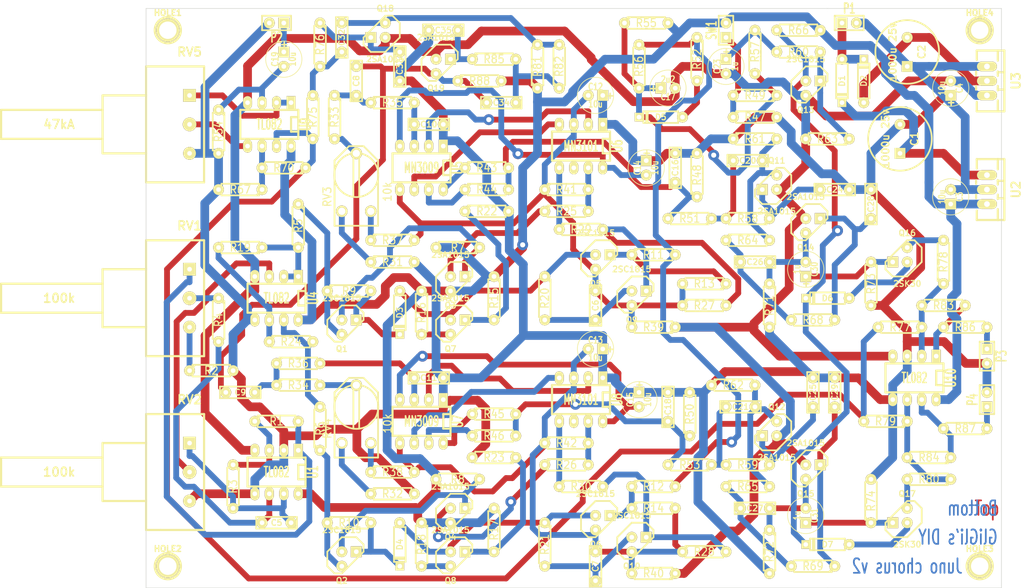
<source format=kicad_pcb>
(kicad_pcb (version 3) (host pcbnew "(2013-07-07 BZR 4022)-stable")
  (title_block (title "Roland Juno-60 chorus board clone") (rev 2) (company "GliGli's DIY"))
  (layers (15 F.Cu signal) (0 B.Cu signal) (21 F.SilkS user) (28 Edge.Cuts user))
  (net 0 "")
  (net 1 -VAA)
  (net 2 GND)
  (net 3 N-000001)
  (net 4 N-0000010)
  (net 5 N-00000100)
  (net 6 N-00000101)
  (net 7 N-00000102)
  (net 8 N-00000103)
  (net 9 N-00000104)
  (net 10 N-00000105)
  (net 11 N-00000106)
  (net 12 N-00000107)
  (net 13 N-00000108)
  (net 14 N-0000011)
  (net 15 N-0000012)
  (net 16 N-0000013)
  (net 17 N-0000014)
  (net 18 N-0000015)
  (net 19 N-0000016)
  (net 20 N-0000017)
  (net 21 N-0000018)
  (net 22 N-0000019)
  (net 23 N-000002)
  (net 24 N-0000020)
  (net 25 N-0000021)
  (net 26 N-0000022)
  (net 27 N-0000023)
  (net 28 N-0000024)
  (net 29 N-0000025)
  (net 30 N-0000026)
  (net 31 N-0000027)
  (net 32 N-0000028)
  (net 33 N-0000029)
  (net 34 N-000003)
  (net 35 N-0000030)
  (net 36 N-0000031)
  (net 37 N-0000032)
  (net 38 N-0000033)
  (net 39 N-0000034)
  (net 40 N-0000035)
  (net 41 N-0000036)
  (net 42 N-0000037)
  (net 43 N-0000038)
  (net 44 N-0000039)
  (net 45 N-000004)
  (net 46 N-0000040)
  (net 47 N-0000041)
  (net 48 N-0000042)
  (net 49 N-0000043)
  (net 50 N-0000044)
  (net 51 N-0000045)
  (net 52 N-0000046)
  (net 53 N-0000047)
  (net 54 N-0000048)
  (net 55 N-0000049)
  (net 56 N-000005)
  (net 57 N-0000050)
  (net 58 N-0000051)
  (net 59 N-0000052)
  (net 60 N-0000053)
  (net 61 N-0000054)
  (net 62 N-0000055)
  (net 63 N-0000056)
  (net 64 N-0000057)
  (net 65 N-0000059)
  (net 66 N-000006)
  (net 67 N-0000060)
  (net 68 N-0000061)
  (net 69 N-0000062)
  (net 70 N-0000064)
  (net 71 N-0000065)
  (net 72 N-0000066)
  (net 73 N-0000067)
  (net 74 N-0000068)
  (net 75 N-0000069)
  (net 76 N-000007)
  (net 77 N-0000070)
  (net 78 N-0000071)
  (net 79 N-0000072)
  (net 80 N-0000073)
  (net 81 N-0000074)
  (net 82 N-0000075)
  (net 83 N-0000076)
  (net 84 N-0000077)
  (net 85 N-0000078)
  (net 86 N-0000079)
  (net 87 N-000008)
  (net 88 N-0000080)
  (net 89 N-0000081)
  (net 90 N-0000082)
  (net 91 N-0000083)
  (net 92 N-0000084)
  (net 93 N-0000085)
  (net 94 N-0000086)
  (net 95 N-0000087)
  (net 96 N-0000088)
  (net 97 N-0000089)
  (net 98 N-000009)
  (net 99 N-0000090)
  (net 100 N-0000091)
  (net 101 N-0000092)
  (net 102 N-0000093)
  (net 103 N-0000094)
  (net 104 N-0000095)
  (net 105 N-0000098)
  (net 106 N-0000099)
  (net 107 VAA)
  (module TO92DGS (layer F.Cu) (at 187.96 99.06 180)
    (fp_text reference Q16 (at -1.27 3.81 180) (layer F.SilkS) (effects (font (size 1.016 1.016) (thickness 0.2032))))
    (fp_text value 2SK30 (at -1.27 -5.08 180) (layer F.SilkS) (effects (font (size 1.016 1.016) (thickness 0.2032))))
    (pad D thru_hole rect (at 1.27 -1.27 180) (size 1.905 1.905) (drill 0.8128) (layers *.Cu *.Mask F.SilkS) (net 61 N-0000054))
    (pad G thru_hole circle (at -1.27 -1.27 180) (size 1.905 1.905) (drill 0.8128) (layers *.Cu *.Mask F.SilkS) (net 62 N-0000055))
    (pad S thru_hole circle (at -1.27 1.27 180) (size 1.905 1.905) (drill 0.8128) (layers *.Cu *.Mask F.SilkS) (net 63 N-0000056))
  )
  (module TO92DGS (layer F.Cu) (at 187.96 144.78 180)
    (fp_text reference Q17 (at -1.27 3.81 180) (layer F.SilkS) (effects (font (size 1.016 1.016) (thickness 0.2032))))
    (fp_text value 2SK30 (at -1.27 -5.08 180) (layer F.SilkS) (effects (font (size 1.016 1.016) (thickness 0.2032))))
    (pad D thru_hole rect (at 1.27 -1.27 180) (size 1.905 1.905) (drill 0.8128) (layers *.Cu *.Mask F.SilkS) (net 25 N-0000021))
    (pad G thru_hole circle (at -1.27 -1.27 180) (size 1.905 1.905) (drill 0.8128) (layers *.Cu *.Mask F.SilkS) (net 89 N-0000081))
    (pad S thru_hole circle (at -1.27 1.27 180) (size 1.905 1.905) (drill 0.8128) (layers *.Cu *.Mask F.SilkS) (net 64 N-0000057))
  )
  (module TO92-123 (layer F.Cu) (at 110.49 111.76)
    (fp_text reference Q7 (at -1.27 3.81) (layer F.SilkS) (effects (font (size 1.016 1.016) (thickness 0.2032))))
    (fp_text value 2SA1015 (at -1.27 -5.08) (layer F.SilkS) (effects (font (size 1.016 1.016) (thickness 0.2032))))
    (pad 3 thru_hole rect (at 1.27 -1.27) (size 1.905 1.905) (drill 0.8128) (layers *.Cu *.Mask F.SilkS) (net 87 N-000008))
    (pad 2 thru_hole circle (at -1.27 -1.27) (size 1.905 1.905) (drill 0.8128) (layers *.Cu *.Mask F.SilkS) (net 17 N-0000014))
    (pad 1 thru_hole circle (at -1.27 1.27) (size 1.905 1.905) (drill 0.8128) (layers *.Cu *.Mask F.SilkS) (net 4 N-0000010))
  )
  (module TO92-123 (layer F.Cu) (at 172.72 69.85)
    (fp_text reference Q13 (at -1.27 3.81) (layer F.SilkS) (effects (font (size 1.016 1.016) (thickness 0.2032))))
    (fp_text value 2SC1815 (at -1.27 -5.08) (layer F.SilkS) (effects (font (size 1.016 1.016) (thickness 0.2032))))
    (pad 3 thru_hole rect (at 1.27 -1.27) (size 1.905 1.905) (drill 0.8128) (layers *.Cu *.Mask F.SilkS) (net 72 N-0000066))
    (pad 2 thru_hole circle (at -1.27 -1.27) (size 1.905 1.905) (drill 0.8128) (layers *.Cu *.Mask F.SilkS) (net 68 N-0000061))
    (pad 1 thru_hole circle (at -1.27 1.27) (size 1.905 1.905) (drill 0.8128) (layers *.Cu *.Mask F.SilkS) (net 1 -VAA))
  )
  (module TO92-123 (layer F.Cu) (at 91.44 152.4)
    (fp_text reference Q2 (at -1.27 3.81) (layer F.SilkS) (effects (font (size 1.016 1.016) (thickness 0.2032))))
    (fp_text value 2SC1815 (at -1.27 -5.08) (layer F.SilkS) (effects (font (size 1.016 1.016) (thickness 0.2032))))
    (pad 3 thru_hole rect (at 1.27 -1.27) (size 1.905 1.905) (drill 0.8128) (layers *.Cu *.Mask F.SilkS) (net 91 N-0000083))
    (pad 2 thru_hole circle (at -1.27 -1.27) (size 1.905 1.905) (drill 0.8128) (layers *.Cu *.Mask F.SilkS) (net 82 N-0000075))
    (pad 1 thru_hole circle (at -1.27 1.27) (size 1.905 1.905) (drill 0.8128) (layers *.Cu *.Mask F.SilkS) (net 79 N-0000072))
  )
  (module TO92-123 (layer F.Cu) (at 135.89 100.33)
    (fp_text reference Q5 (at -1.27 3.81) (layer F.SilkS) (effects (font (size 1.016 1.016) (thickness 0.2032))))
    (fp_text value 2SC1815 (at -1.27 -5.08) (layer F.SilkS) (effects (font (size 1.016 1.016) (thickness 0.2032))))
    (pad 3 thru_hole rect (at 1.27 -1.27) (size 1.905 1.905) (drill 0.8128) (layers *.Cu *.Mask F.SilkS) (net 56 N-000005))
    (pad 2 thru_hole circle (at -1.27 -1.27) (size 1.905 1.905) (drill 0.8128) (layers *.Cu *.Mask F.SilkS) (net 17 N-0000014))
    (pad 1 thru_hole circle (at -1.27 1.27) (size 1.905 1.905) (drill 0.8128) (layers *.Cu *.Mask F.SilkS) (net 14 N-0000011))
  )
  (module TO92-123 (layer F.Cu) (at 135.89 146.05)
    (fp_text reference Q6 (at -1.27 3.81) (layer F.SilkS) (effects (font (size 1.016 1.016) (thickness 0.2032))))
    (fp_text value 2SC1815 (at -1.27 -5.08) (layer F.SilkS) (effects (font (size 1.016 1.016) (thickness 0.2032))))
    (pad 3 thru_hole rect (at 1.27 -1.27) (size 1.905 1.905) (drill 0.8128) (layers *.Cu *.Mask F.SilkS) (net 102 N-0000093))
    (pad 2 thru_hole circle (at -1.27 -1.27) (size 1.905 1.905) (drill 0.8128) (layers *.Cu *.Mask F.SilkS) (net 81 N-0000074))
    (pad 1 thru_hole circle (at -1.27 1.27) (size 1.905 1.905) (drill 0.8128) (layers *.Cu *.Mask F.SilkS) (net 104 N-0000095))
  )
  (module TO92-123 (layer F.Cu) (at 142.24 106.68)
    (fp_text reference Q9 (at -1.27 3.81) (layer F.SilkS) (effects (font (size 1.016 1.016) (thickness 0.2032))))
    (fp_text value 2SC1815 (at -1.27 -5.08) (layer F.SilkS) (effects (font (size 1.016 1.016) (thickness 0.2032))))
    (pad 3 thru_hole rect (at 1.27 -1.27) (size 1.905 1.905) (drill 0.8128) (layers *.Cu *.Mask F.SilkS) (net 98 N-000009))
    (pad 2 thru_hole circle (at -1.27 -1.27) (size 1.905 1.905) (drill 0.8128) (layers *.Cu *.Mask F.SilkS) (net 45 N-000004))
    (pad 1 thru_hole circle (at -1.27 1.27) (size 1.905 1.905) (drill 0.8128) (layers *.Cu *.Mask F.SilkS) (net 14 N-0000011))
  )
  (module TO92-123 (layer F.Cu) (at 142.24 149.86)
    (fp_text reference Q10 (at -1.27 3.81) (layer F.SilkS) (effects (font (size 1.016 1.016) (thickness 0.2032))))
    (fp_text value 2SC1815 (at -1.27 -5.08) (layer F.SilkS) (effects (font (size 1.016 1.016) (thickness 0.2032))))
    (pad 3 thru_hole rect (at 1.27 -1.27) (size 1.905 1.905) (drill 0.8128) (layers *.Cu *.Mask F.SilkS) (net 93 N-0000085))
    (pad 2 thru_hole circle (at -1.27 -1.27) (size 1.905 1.905) (drill 0.8128) (layers *.Cu *.Mask F.SilkS) (net 101 N-0000092))
    (pad 1 thru_hole circle (at -1.27 1.27) (size 1.905 1.905) (drill 0.8128) (layers *.Cu *.Mask F.SilkS) (net 104 N-0000095))
  )
  (module TO92-123 (layer F.Cu) (at 91.44 111.76)
    (fp_text reference Q1 (at -1.27 3.81) (layer F.SilkS) (effects (font (size 1.016 1.016) (thickness 0.2032))))
    (fp_text value 2SC1815 (at -1.27 -5.08) (layer F.SilkS) (effects (font (size 1.016 1.016) (thickness 0.2032))))
    (pad 3 thru_hole rect (at 1.27 -1.27) (size 1.905 1.905) (drill 0.8128) (layers *.Cu *.Mask F.SilkS) (net 15 N-0000012))
    (pad 2 thru_hole circle (at -1.27 -1.27) (size 1.905 1.905) (drill 0.8128) (layers *.Cu *.Mask F.SilkS) (net 18 N-0000015))
    (pad 1 thru_hole circle (at -1.27 1.27) (size 1.905 1.905) (drill 0.8128) (layers *.Cu *.Mask F.SilkS) (net 28 N-0000024))
  )
  (module TO92-123 (layer F.Cu) (at 96.52 59.69 180)
    (fp_text reference Q18 (at -1.27 3.81 180) (layer F.SilkS) (effects (font (size 1.016 1.016) (thickness 0.2032))))
    (fp_text value 2SA1015 (at -1.27 -5.08 180) (layer F.SilkS) (effects (font (size 1.016 1.016) (thickness 0.2032))))
    (pad 3 thru_hole rect (at 1.27 -1.27 180) (size 1.905 1.905) (drill 0.8128) (layers *.Cu *.Mask F.SilkS) (net 33 N-0000029))
    (pad 2 thru_hole circle (at -1.27 -1.27 180) (size 1.905 1.905) (drill 0.8128) (layers *.Cu *.Mask F.SilkS) (net 1 -VAA))
    (pad 1 thru_hole circle (at -1.27 1.27 180) (size 1.905 1.905) (drill 0.8128) (layers *.Cu *.Mask F.SilkS) (net 48 N-0000042))
  )
  (module TO92-123 (layer F.Cu) (at 107.95 66.04)
    (fp_text reference Q19 (at -1.27 3.81) (layer F.SilkS) (effects (font (size 1.016 1.016) (thickness 0.2032))))
    (fp_text value 2SA1015 (at -1.27 -5.08) (layer F.SilkS) (effects (font (size 1.016 1.016) (thickness 0.2032))))
    (pad 3 thru_hole rect (at 1.27 -1.27) (size 1.905 1.905) (drill 0.8128) (layers *.Cu *.Mask F.SilkS) (net 44 N-0000039))
    (pad 2 thru_hole circle (at -1.27 -1.27) (size 1.905 1.905) (drill 0.8128) (layers *.Cu *.Mask F.SilkS) (net 1 -VAA))
    (pad 1 thru_hole circle (at -1.27 1.27) (size 1.905 1.905) (drill 0.8128) (layers *.Cu *.Mask F.SilkS) (net 70 N-0000064))
  )
  (module TO92-123 (layer F.Cu) (at 172.72 93.98)
    (fp_text reference Q14 (at -1.27 3.81) (layer F.SilkS) (effects (font (size 1.016 1.016) (thickness 0.2032))))
    (fp_text value 2SA1015 (at -1.27 -5.08) (layer F.SilkS) (effects (font (size 1.016 1.016) (thickness 0.2032))))
    (pad 3 thru_hole rect (at 1.27 -1.27) (size 1.905 1.905) (drill 0.8128) (layers *.Cu *.Mask F.SilkS) (net 59 N-0000052))
    (pad 2 thru_hole circle (at -1.27 -1.27) (size 1.905 1.905) (drill 0.8128) (layers *.Cu *.Mask F.SilkS) (net 1 -VAA))
    (pad 1 thru_hole circle (at -1.27 1.27) (size 1.905 1.905) (drill 0.8128) (layers *.Cu *.Mask F.SilkS) (net 60 N-0000053))
  )
  (module TO92-123 (layer F.Cu) (at 165.1 86.36 180)
    (fp_text reference Q11 (at -1.27 3.81 180) (layer F.SilkS) (effects (font (size 1.016 1.016) (thickness 0.2032))))
    (fp_text value 2SA1015 (at -1.27 -5.08 180) (layer F.SilkS) (effects (font (size 1.016 1.016) (thickness 0.2032))))
    (pad 3 thru_hole rect (at 1.27 -1.27 180) (size 1.905 1.905) (drill 0.8128) (layers *.Cu *.Mask F.SilkS) (net 57 N-0000050))
    (pad 2 thru_hole circle (at -1.27 -1.27 180) (size 1.905 1.905) (drill 0.8128) (layers *.Cu *.Mask F.SilkS) (net 1 -VAA))
    (pad 1 thru_hole circle (at -1.27 1.27 180) (size 1.905 1.905) (drill 0.8128) (layers *.Cu *.Mask F.SilkS) (net 47 N-0000041))
  )
  (module TO92-123 (layer F.Cu) (at 165.1 129.54 180)
    (fp_text reference Q12 (at -1.27 3.81 180) (layer F.SilkS) (effects (font (size 1.016 1.016) (thickness 0.2032))))
    (fp_text value 2SA1015 (at -1.27 -5.08 180) (layer F.SilkS) (effects (font (size 1.016 1.016) (thickness 0.2032))))
    (pad 3 thru_hole rect (at 1.27 -1.27 180) (size 1.905 1.905) (drill 0.8128) (layers *.Cu *.Mask F.SilkS) (net 27 N-0000023))
    (pad 2 thru_hole circle (at -1.27 -1.27 180) (size 1.905 1.905) (drill 0.8128) (layers *.Cu *.Mask F.SilkS) (net 1 -VAA))
    (pad 1 thru_hole circle (at -1.27 1.27 180) (size 1.905 1.905) (drill 0.8128) (layers *.Cu *.Mask F.SilkS) (net 22 N-0000019))
  )
  (module TO92-123 (layer F.Cu) (at 172.72 137.16)
    (fp_text reference Q15 (at -1.27 3.81) (layer F.SilkS) (effects (font (size 1.016 1.016) (thickness 0.2032))))
    (fp_text value 2SA1015 (at -1.27 -5.08) (layer F.SilkS) (effects (font (size 1.016 1.016) (thickness 0.2032))))
    (pad 3 thru_hole rect (at 1.27 -1.27) (size 1.905 1.905) (drill 0.8128) (layers *.Cu *.Mask F.SilkS) (net 20 N-0000017))
    (pad 2 thru_hole circle (at -1.27 -1.27) (size 1.905 1.905) (drill 0.8128) (layers *.Cu *.Mask F.SilkS) (net 1 -VAA))
    (pad 1 thru_hole circle (at -1.27 1.27) (size 1.905 1.905) (drill 0.8128) (layers *.Cu *.Mask F.SilkS) (net 21 N-0000018))
  )
  (module TO92-123 (layer F.Cu) (at 110.49 104.14)
    (fp_text reference Q3 (at -1.27 3.81) (layer F.SilkS) (effects (font (size 1.016 1.016) (thickness 0.2032))))
    (fp_text value 2SA1015 (at -1.27 -5.08) (layer F.SilkS) (effects (font (size 1.016 1.016) (thickness 0.2032))))
    (pad 3 thru_hole rect (at 1.27 -1.27) (size 1.905 1.905) (drill 0.8128) (layers *.Cu *.Mask F.SilkS) (net 18 N-0000015))
    (pad 2 thru_hole circle (at -1.27 -1.27) (size 1.905 1.905) (drill 0.8128) (layers *.Cu *.Mask F.SilkS) (net 16 N-0000013))
    (pad 1 thru_hole circle (at -1.27 1.27) (size 1.905 1.905) (drill 0.8128) (layers *.Cu *.Mask F.SilkS) (net 107 VAA))
  )
  (module TO92-123 (layer F.Cu) (at 110.49 144.78)
    (fp_text reference Q4 (at -1.27 3.81) (layer F.SilkS) (effects (font (size 1.016 1.016) (thickness 0.2032))))
    (fp_text value 2SA1015 (at -1.27 -5.08) (layer F.SilkS) (effects (font (size 1.016 1.016) (thickness 0.2032))))
    (pad 3 thru_hole rect (at 1.27 -1.27) (size 1.905 1.905) (drill 0.8128) (layers *.Cu *.Mask F.SilkS) (net 82 N-0000075))
    (pad 2 thru_hole circle (at -1.27 -1.27) (size 1.905 1.905) (drill 0.8128) (layers *.Cu *.Mask F.SilkS) (net 75 N-0000069))
    (pad 1 thru_hole circle (at -1.27 1.27) (size 1.905 1.905) (drill 0.8128) (layers *.Cu *.Mask F.SilkS) (net 107 VAA))
  )
  (module TO92-123 (layer F.Cu) (at 110.49 152.4)
    (fp_text reference Q8 (at -1.27 3.81) (layer F.SilkS) (effects (font (size 1.016 1.016) (thickness 0.2032))))
    (fp_text value 2SA1015 (at -1.27 -5.08) (layer F.SilkS) (effects (font (size 1.016 1.016) (thickness 0.2032))))
    (pad 3 thru_hole rect (at 1.27 -1.27) (size 1.905 1.905) (drill 0.8128) (layers *.Cu *.Mask F.SilkS) (net 97 N-0000089))
    (pad 2 thru_hole circle (at -1.27 -1.27) (size 1.905 1.905) (drill 0.8128) (layers *.Cu *.Mask F.SilkS) (net 81 N-0000074))
    (pad 1 thru_hole circle (at -1.27 1.27) (size 1.905 1.905) (drill 0.8128) (layers *.Cu *.Mask F.SilkS) (net 74 N-0000068))
  )
  (module SIL-2 (layer F.Cu) (at 78.74 58.42 180)
    (fp_text reference P2 (at 0 -2.54 180) (layer F.SilkS) (effects (font (size 1.72974 1.08712) (thickness 0.3048))))
    (fp_text value AUDIO_IN hide)
    (pad 1 thru_hole rect (at -1.27 0 180) (size 1.905 1.905) (drill 0.8128) (layers *.Cu *.Mask F.SilkS) (net 38 N-0000033))
    (pad 2 thru_hole circle (at 1.27 0 180) (size 1.905 1.905) (drill 0.8128) (layers *.Cu *.Mask F.SilkS) (net 2 GND))
  )
  (module SIL-2 (layer F.Cu) (at 179.07 58.42)
    (fp_text reference P1 (at 0 -2.54) (layer F.SilkS) (effects (font (size 1.72974 1.08712) (thickness 0.3048))))
    (fp_text value 15VAC_IN hide)
    (pad 1 thru_hole rect (at -1.27 0) (size 1.905 1.905) (drill 0.8128) (layers *.Cu *.Mask F.SilkS) (net 7 N-00000102))
    (pad 2 thru_hole circle (at 1.27 0) (size 1.905 1.905) (drill 0.8128) (layers *.Cu *.Mask F.SilkS) (net 2 GND))
  )
  (module SIL-2 (layer F.Cu) (at 157.48 59.69 90)
    (fp_text reference SW1 (at 0 -2.54 90) (layer F.SilkS) (effects (font (size 1.72974 1.08712) (thickness 0.3048))))
    (fp_text value SW_PUSH hide)
    (pad 1 thru_hole rect (at -1.27 0 90) (size 1.905 1.905) (drill 0.8128) (layers *.Cu *.Mask F.SilkS) (net 69 N-0000062))
    (pad 2 thru_hole circle (at 1.27 0 90) (size 1.905 1.905) (drill 0.8128) (layers *.Cu *.Mask F.SilkS) (net 107 VAA))
  )
  (module SIL-2 (layer F.Cu) (at 203.2 124.46 90)
    (fp_text reference P4 (at 0 -2.54 90) (layer F.SilkS) (effects (font (size 1.72974 1.08712) (thickness 0.3048))))
    (fp_text value AUDIO_OUT_2 hide)
    (pad 1 thru_hole rect (at -1.27 0 90) (size 1.905 1.905) (drill 0.8128) (layers *.Cu *.Mask F.SilkS) (net 30 N-0000026))
    (pad 2 thru_hole circle (at 1.27 0 90) (size 1.905 1.905) (drill 0.8128) (layers *.Cu *.Mask F.SilkS) (net 2 GND))
  )
  (module SIL-2 (layer F.Cu) (at 203.2 116.84 270)
    (fp_text reference P3 (at 0 -2.54 270) (layer F.SilkS) (effects (font (size 1.72974 1.08712) (thickness 0.3048))))
    (fp_text value AUDIO_OUT_1 hide)
    (pad 1 thru_hole rect (at -1.27 0 270) (size 1.905 1.905) (drill 0.8128) (layers *.Cu *.Mask F.SilkS) (net 32 N-0000028))
    (pad 2 thru_hole circle (at 1.27 0 270) (size 1.905 1.905) (drill 0.8128) (layers *.Cu *.Mask F.SilkS) (net 2 GND))
  )
  (module POTA_Fav (layer F.Cu) (at 58.42 106.68)
    (fp_text reference RV1 (at 5.08 -12.7) (layer F.SilkS) (effects (font (size 1.524 1.524) (thickness 0.3048))))
    (fp_text value 100k (at -17.78 0) (layer F.SilkS) (effects (font (size 1.524 1.524) (thickness 0.3048))))
    (pad 2 thru_hole circle (at 5.08 0) (size 2.39522 2.39522) (drill 0.8128) (layers *.Cu *.Mask F.SilkS) (net 5 N-00000100))
    (pad 1 thru_hole rect (at 5.08 -5.08) (size 2.24028 2.24028) (drill 0.8128) (layers *.Cu *.Mask F.SilkS) (net 8 N-00000103))
    (pad 3 thru_hole circle (at 5.08 5.08) (size 2.24028 2.24028) (drill 0.8128) (layers *.Cu *.Mask F.SilkS) (net 105 N-0000098))
  )
  (module POTA_Fav (layer F.Cu) (at 58.42 76.2)
    (fp_text reference RV5 (at 5.08 -12.7) (layer F.SilkS) (effects (font (size 1.524 1.524) (thickness 0.3048))))
    (fp_text value 47kA (at -17.78 0) (layer F.SilkS) (effects (font (size 1.524 1.524) (thickness 0.3048))))
    (pad 2 thru_hole circle (at 5.08 0) (size 2.39522 2.39522) (drill 0.8128) (layers *.Cu *.Mask F.SilkS) (net 42 N-0000037))
    (pad 1 thru_hole rect (at 5.08 -5.08) (size 2.24028 2.24028) (drill 0.8128) (layers *.Cu *.Mask F.SilkS) (net 43 N-0000038))
    (pad 3 thru_hole circle (at 5.08 5.08) (size 2.24028 2.24028) (drill 0.8128) (layers *.Cu *.Mask F.SilkS) (net 2 GND))
  )
  (module POTA_Fav (layer F.Cu) (at 58.42 137.16)
    (fp_text reference RV2 (at 5.08 -12.7) (layer F.SilkS) (effects (font (size 1.524 1.524) (thickness 0.3048))))
    (fp_text value 100k (at -17.78 0) (layer F.SilkS) (effects (font (size 1.524 1.524) (thickness 0.3048))))
    (pad 2 thru_hole circle (at 5.08 0) (size 2.39522 2.39522) (drill 0.8128) (layers *.Cu *.Mask F.SilkS) (net 99 N-0000090))
    (pad 1 thru_hole rect (at 5.08 -5.08) (size 2.24028 2.24028) (drill 0.8128) (layers *.Cu *.Mask F.SilkS) (net 106 N-0000099))
    (pad 3 thru_hole circle (at 5.08 5.08) (size 2.24028 2.24028) (drill 0.8128) (layers *.Cu *.Mask F.SilkS) (net 2 GND))
  )
  (module DIP-8__300_ELL (layer F.Cu) (at 132.08 124.46 180)
    (fp_text reference U8 (at -6.35 0 270) (layer F.SilkS) (effects (font (size 1.778 1.143) (thickness 0.3048))))
    (fp_text value MN3101 (at 0 0 180) (layer F.SilkS) (effects (font (size 1.778 1.016) (thickness 0.3048))))
    (pad 1 thru_hole rect (at -3.81 3.81 180) (size 1.5748 2.286) (drill 0.8128) (layers *.Cu *.Mask F.SilkS) (net 2 GND))
    (pad 2 thru_hole oval (at -1.27 3.81 180) (size 1.5748 2.286) (drill 0.8128) (layers *.Cu *.Mask F.SilkS) (net 90 N-0000082))
    (pad 3 thru_hole oval (at 1.27 3.81 180) (size 1.5748 2.286) (drill 0.8128) (layers *.Cu *.Mask F.SilkS) (net 104 N-0000095))
    (pad 4 thru_hole oval (at 3.81 3.81 180) (size 1.5748 2.286) (drill 0.8128) (layers *.Cu *.Mask F.SilkS) (net 80 N-0000073))
    (pad 5 thru_hole oval (at 3.81 -3.81 180) (size 1.5748 2.286) (drill 0.8128) (layers *.Cu *.Mask F.SilkS) (net 96 N-0000088))
    (pad 6 thru_hole oval (at 1.27 -3.81 180) (size 1.5748 2.286) (drill 0.8128) (layers *.Cu *.Mask F.SilkS))
    (pad 7 thru_hole oval (at -1.27 -3.81 180) (size 1.5748 2.286) (drill 0.8128) (layers *.Cu *.Mask F.SilkS) (net 94 N-0000086))
    (pad 8 thru_hole oval (at -3.81 -3.81 180) (size 1.5748 2.286) (drill 0.8128) (layers *.Cu *.Mask F.SilkS) (net 100 N-0000091))
  )
  (module DIP-8__300_ELL (layer F.Cu) (at 190.5 120.65 180)
    (fp_text reference U10 (at -6.35 0 270) (layer F.SilkS) (effects (font (size 1.778 1.143) (thickness 0.3048))))
    (fp_text value TL082 (at 0 0 180) (layer F.SilkS) (effects (font (size 1.778 1.016) (thickness 0.3048))))
    (pad 1 thru_hole rect (at -3.81 3.81 180) (size 1.5748 2.286) (drill 0.8128) (layers *.Cu *.Mask F.SilkS) (net 36 N-0000031))
    (pad 2 thru_hole oval (at -1.27 3.81 180) (size 1.5748 2.286) (drill 0.8128) (layers *.Cu *.Mask F.SilkS) (net 37 N-0000032))
    (pad 3 thru_hole oval (at 1.27 3.81 180) (size 1.5748 2.286) (drill 0.8128) (layers *.Cu *.Mask F.SilkS) (net 2 GND))
    (pad 4 thru_hole oval (at 3.81 3.81 180) (size 1.5748 2.286) (drill 0.8128) (layers *.Cu *.Mask F.SilkS) (net 1 -VAA))
    (pad 5 thru_hole oval (at 3.81 -3.81 180) (size 1.5748 2.286) (drill 0.8128) (layers *.Cu *.Mask F.SilkS) (net 2 GND))
    (pad 6 thru_hole oval (at 1.27 -3.81 180) (size 1.5748 2.286) (drill 0.8128) (layers *.Cu *.Mask F.SilkS) (net 29 N-0000025))
    (pad 7 thru_hole oval (at -1.27 -3.81 180) (size 1.5748 2.286) (drill 0.8128) (layers *.Cu *.Mask F.SilkS) (net 26 N-0000022))
    (pad 8 thru_hole oval (at -3.81 -3.81 180) (size 1.5748 2.286) (drill 0.8128) (layers *.Cu *.Mask F.SilkS) (net 107 VAA))
  )
  (module DIP-8__300_ELL (layer F.Cu) (at 77.47 76.2 180)
    (fp_text reference U9 (at -6.35 0 270) (layer F.SilkS) (effects (font (size 1.778 1.143) (thickness 0.3048))))
    (fp_text value TL082 (at 0 0 180) (layer F.SilkS) (effects (font (size 1.778 1.016) (thickness 0.3048))))
    (pad 1 thru_hole rect (at -3.81 3.81 180) (size 1.5748 2.286) (drill 0.8128) (layers *.Cu *.Mask F.SilkS) (net 43 N-0000038))
    (pad 2 thru_hole oval (at -1.27 3.81 180) (size 1.5748 2.286) (drill 0.8128) (layers *.Cu *.Mask F.SilkS) (net 43 N-0000038))
    (pad 3 thru_hole oval (at 1.27 3.81 180) (size 1.5748 2.286) (drill 0.8128) (layers *.Cu *.Mask F.SilkS) (net 11 N-00000106))
    (pad 4 thru_hole oval (at 3.81 3.81 180) (size 1.5748 2.286) (drill 0.8128) (layers *.Cu *.Mask F.SilkS) (net 1 -VAA))
    (pad 5 thru_hole oval (at 3.81 -3.81 180) (size 1.5748 2.286) (drill 0.8128) (layers *.Cu *.Mask F.SilkS) (net 42 N-0000037))
    (pad 6 thru_hole oval (at 1.27 -3.81 180) (size 1.5748 2.286) (drill 0.8128) (layers *.Cu *.Mask F.SilkS) (net 40 N-0000035))
    (pad 7 thru_hole oval (at -1.27 -3.81 180) (size 1.5748 2.286) (drill 0.8128) (layers *.Cu *.Mask F.SilkS) (net 39 N-0000034))
    (pad 8 thru_hole oval (at -3.81 -3.81 180) (size 1.5748 2.286) (drill 0.8128) (layers *.Cu *.Mask F.SilkS) (net 107 VAA))
  )
  (module DIP-8__300_ELL (layer F.Cu) (at 104.14 83.82 180)
    (fp_text reference U5 (at -6.35 0 270) (layer F.SilkS) (effects (font (size 1.778 1.143) (thickness 0.3048))))
    (fp_text value MN3009 (at 0 0 180) (layer F.SilkS) (effects (font (size 1.778 1.016) (thickness 0.3048))))
    (pad 1 thru_hole rect (at -3.81 3.81 180) (size 1.5748 2.286) (drill 0.8128) (layers *.Cu *.Mask F.SilkS) (net 2 GND))
    (pad 2 thru_hole oval (at -1.27 3.81 180) (size 1.5748 2.286) (drill 0.8128) (layers *.Cu *.Mask F.SilkS) (net 3 N-000001))
    (pad 3 thru_hole oval (at 1.27 3.81 180) (size 1.5748 2.286) (drill 0.8128) (layers *.Cu *.Mask F.SilkS) (net 53 N-0000047))
    (pad 4 thru_hole oval (at 3.81 3.81 180) (size 1.5748 2.286) (drill 0.8128) (layers *.Cu *.Mask F.SilkS) (net 31 N-0000027))
    (pad 5 thru_hole oval (at 3.81 -3.81 180) (size 1.5748 2.286) (drill 0.8128) (layers *.Cu *.Mask F.SilkS) (net 14 N-0000011))
    (pad 6 thru_hole oval (at 1.27 -3.81 180) (size 1.5748 2.286) (drill 0.8128) (layers *.Cu *.Mask F.SilkS) (net 54 N-0000048))
    (pad 7 thru_hole oval (at -1.27 -3.81 180) (size 1.5748 2.286) (drill 0.8128) (layers *.Cu *.Mask F.SilkS) (net 52 N-0000046))
    (pad 8 thru_hole oval (at -3.81 -3.81 180) (size 1.5748 2.286) (drill 0.8128) (layers *.Cu *.Mask F.SilkS) (net 51 N-0000045))
  )
  (module DIP-8__300_ELL (layer F.Cu) (at 132.08 80.01 180)
    (fp_text reference U6 (at -6.35 0 270) (layer F.SilkS) (effects (font (size 1.778 1.143) (thickness 0.3048))))
    (fp_text value MN3101 (at 0 0 180) (layer F.SilkS) (effects (font (size 1.778 1.016) (thickness 0.3048))))
    (pad 1 thru_hole rect (at -3.81 3.81 180) (size 1.5748 2.286) (drill 0.8128) (layers *.Cu *.Mask F.SilkS) (net 2 GND))
    (pad 2 thru_hole oval (at -1.27 3.81 180) (size 1.5748 2.286) (drill 0.8128) (layers *.Cu *.Mask F.SilkS) (net 3 N-000001))
    (pad 3 thru_hole oval (at 1.27 3.81 180) (size 1.5748 2.286) (drill 0.8128) (layers *.Cu *.Mask F.SilkS) (net 14 N-0000011))
    (pad 4 thru_hole oval (at 3.81 3.81 180) (size 1.5748 2.286) (drill 0.8128) (layers *.Cu *.Mask F.SilkS) (net 54 N-0000048))
    (pad 5 thru_hole oval (at 3.81 -3.81 180) (size 1.5748 2.286) (drill 0.8128) (layers *.Cu *.Mask F.SilkS) (net 76 N-000007))
    (pad 6 thru_hole oval (at 1.27 -3.81 180) (size 1.5748 2.286) (drill 0.8128) (layers *.Cu *.Mask F.SilkS))
    (pad 7 thru_hole oval (at -1.27 -3.81 180) (size 1.5748 2.286) (drill 0.8128) (layers *.Cu *.Mask F.SilkS) (net 34 N-000003))
    (pad 8 thru_hole oval (at -3.81 -3.81 180) (size 1.5748 2.286) (drill 0.8128) (layers *.Cu *.Mask F.SilkS) (net 31 N-0000027))
  )
  (module DIP-8__300_ELL (layer F.Cu) (at 104.14 128.27 180)
    (fp_text reference U7 (at -6.35 0 270) (layer F.SilkS) (effects (font (size 1.778 1.143) (thickness 0.3048))))
    (fp_text value MN3009 (at 0 0 180) (layer F.SilkS) (effects (font (size 1.778 1.016) (thickness 0.3048))))
    (pad 1 thru_hole rect (at -3.81 3.81 180) (size 1.5748 2.286) (drill 0.8128) (layers *.Cu *.Mask F.SilkS) (net 2 GND))
    (pad 2 thru_hole oval (at -1.27 3.81 180) (size 1.5748 2.286) (drill 0.8128) (layers *.Cu *.Mask F.SilkS) (net 90 N-0000082))
    (pad 3 thru_hole oval (at 1.27 3.81 180) (size 1.5748 2.286) (drill 0.8128) (layers *.Cu *.Mask F.SilkS) (net 83 N-0000076))
    (pad 4 thru_hole oval (at 3.81 3.81 180) (size 1.5748 2.286) (drill 0.8128) (layers *.Cu *.Mask F.SilkS) (net 100 N-0000091))
    (pad 5 thru_hole oval (at 3.81 -3.81 180) (size 1.5748 2.286) (drill 0.8128) (layers *.Cu *.Mask F.SilkS) (net 104 N-0000095))
    (pad 6 thru_hole oval (at 1.27 -3.81 180) (size 1.5748 2.286) (drill 0.8128) (layers *.Cu *.Mask F.SilkS) (net 80 N-0000073))
    (pad 7 thru_hole oval (at -1.27 -3.81 180) (size 1.5748 2.286) (drill 0.8128) (layers *.Cu *.Mask F.SilkS) (net 85 N-0000078))
    (pad 8 thru_hole oval (at -3.81 -3.81 180) (size 1.5748 2.286) (drill 0.8128) (layers *.Cu *.Mask F.SilkS) (net 84 N-0000077))
  )
  (module DIP-8__300_ELL (layer F.Cu) (at 78.74 106.68 180)
    (fp_text reference U4 (at -6.35 0 270) (layer F.SilkS) (effects (font (size 1.778 1.143) (thickness 0.3048))))
    (fp_text value TL082 (at 0 0 180) (layer F.SilkS) (effects (font (size 1.778 1.016) (thickness 0.3048))))
    (pad 1 thru_hole rect (at -3.81 3.81 180) (size 1.5748 2.286) (drill 0.8128) (layers *.Cu *.Mask F.SilkS) (net 10 N-00000105))
    (pad 2 thru_hole oval (at -1.27 3.81 180) (size 1.5748 2.286) (drill 0.8128) (layers *.Cu *.Mask F.SilkS) (net 10 N-00000105))
    (pad 3 thru_hole oval (at 1.27 3.81 180) (size 1.5748 2.286) (drill 0.8128) (layers *.Cu *.Mask F.SilkS) (net 99 N-0000090))
    (pad 4 thru_hole oval (at 3.81 3.81 180) (size 1.5748 2.286) (drill 0.8128) (layers *.Cu *.Mask F.SilkS) (net 1 -VAA))
    (pad 5 thru_hole oval (at 3.81 -3.81 180) (size 1.5748 2.286) (drill 0.8128) (layers *.Cu *.Mask F.SilkS) (net 2 GND))
    (pad 6 thru_hole oval (at 1.27 -3.81 180) (size 1.5748 2.286) (drill 0.8128) (layers *.Cu *.Mask F.SilkS) (net 78 N-0000071))
    (pad 7 thru_hole oval (at -1.27 -3.81 180) (size 1.5748 2.286) (drill 0.8128) (layers *.Cu *.Mask F.SilkS) (net 77 N-0000070))
    (pad 8 thru_hole oval (at -3.81 -3.81 180) (size 1.5748 2.286) (drill 0.8128) (layers *.Cu *.Mask F.SilkS) (net 107 VAA))
  )
  (module DIP-8__300_ELL (layer F.Cu) (at 78.74 137.16 180)
    (fp_text reference U1 (at -6.35 0 270) (layer F.SilkS) (effects (font (size 1.778 1.143) (thickness 0.3048))))
    (fp_text value TL082 (at 0 0 180) (layer F.SilkS) (effects (font (size 1.778 1.016) (thickness 0.3048))))
    (pad 1 thru_hole rect (at -3.81 3.81 180) (size 1.5748 2.286) (drill 0.8128) (layers *.Cu *.Mask F.SilkS) (net 8 N-00000103))
    (pad 2 thru_hole oval (at -1.27 3.81 180) (size 1.5748 2.286) (drill 0.8128) (layers *.Cu *.Mask F.SilkS) (net 2 GND))
    (pad 3 thru_hole oval (at 1.27 3.81 180) (size 1.5748 2.286) (drill 0.8128) (layers *.Cu *.Mask F.SilkS) (net 13 N-00000108))
    (pad 4 thru_hole oval (at 3.81 3.81 180) (size 1.5748 2.286) (drill 0.8128) (layers *.Cu *.Mask F.SilkS) (net 1 -VAA))
    (pad 5 thru_hole oval (at 3.81 -3.81 180) (size 1.5748 2.286) (drill 0.8128) (layers *.Cu *.Mask F.SilkS) (net 2 GND))
    (pad 6 thru_hole oval (at 1.27 -3.81 180) (size 1.5748 2.286) (drill 0.8128) (layers *.Cu *.Mask F.SilkS) (net 12 N-00000107))
    (pad 7 thru_hole oval (at -1.27 -3.81 180) (size 1.5748 2.286) (drill 0.8128) (layers *.Cu *.Mask F.SilkS) (net 106 N-0000099))
    (pad 8 thru_hole oval (at -3.81 -3.81 180) (size 1.5748 2.286) (drill 0.8128) (layers *.Cu *.Mask F.SilkS) (net 107 VAA))
  )
  (module D3 (layer F.Cu) (at 181.61 68.58 90)
    (fp_text reference D2 (at 0 0 90) (layer F.SilkS) (effects (font (size 1.016 1.016) (thickness 0.2032))))
    (fp_text value 1N5817 hide)
    (pad 2 thru_hole rect (at 3.81 0 90) (size 1.524 1.524) (drill 0.8128) (layers *.Cu *.Mask F.SilkS) (net 7 N-00000102))
    (pad 1 thru_hole circle (at -3.81 0 90) (size 1.905 1.905) (drill 0.8128) (layers *.Cu *.Mask F.SilkS) (net 6 N-00000101))
  )
  (module D3 (layer F.Cu) (at 100.33 109.22 270)
    (fp_text reference D3 (at 0 0 270) (layer F.SilkS) (effects (font (size 1.016 1.016) (thickness 0.2032))))
    (fp_text value 1N4148 hide)
    (pad 2 thru_hole rect (at 3.81 0 270) (size 1.524 1.524) (drill 0.8128) (layers *.Cu *.Mask F.SilkS) (net 15 N-0000012))
    (pad 1 thru_hole circle (at -3.81 0 270) (size 1.905 1.905) (drill 0.8128) (layers *.Cu *.Mask F.SilkS) (net 17 N-0000014))
  )
  (module D3 (layer F.Cu) (at 146.05 74.93 180)
    (fp_text reference D5 (at 0 0 180) (layer F.SilkS) (effects (font (size 1.016 1.016) (thickness 0.2032))))
    (fp_text value 1N4148 hide)
    (pad 2 thru_hole rect (at 3.81 0 180) (size 1.524 1.524) (drill 0.8128) (layers *.Cu *.Mask F.SilkS) (net 73 N-0000067))
    (pad 1 thru_hole circle (at -3.81 0 180) (size 1.905 1.905) (drill 0.8128) (layers *.Cu *.Mask F.SilkS) (net 65 N-0000059))
  )
  (module D3 (layer F.Cu) (at 175.26 106.68 180)
    (fp_text reference D6 (at 0 0 180) (layer F.SilkS) (effects (font (size 1.016 1.016) (thickness 0.2032))))
    (fp_text value 1N4148 hide)
    (pad 2 thru_hole rect (at 3.81 0 180) (size 1.524 1.524) (drill 0.8128) (layers *.Cu *.Mask F.SilkS) (net 68 N-0000061))
    (pad 1 thru_hole circle (at -3.81 0 180) (size 1.905 1.905) (drill 0.8128) (layers *.Cu *.Mask F.SilkS) (net 62 N-0000055))
  )
  (module D3 (layer F.Cu) (at 175.26 149.86 180)
    (fp_text reference D7 (at 0 0 180) (layer F.SilkS) (effects (font (size 1.016 1.016) (thickness 0.2032))))
    (fp_text value 1N4148 hide)
    (pad 2 thru_hole rect (at 3.81 0 180) (size 1.524 1.524) (drill 0.8128) (layers *.Cu *.Mask F.SilkS) (net 68 N-0000061))
    (pad 1 thru_hole circle (at -3.81 0 180) (size 1.905 1.905) (drill 0.8128) (layers *.Cu *.Mask F.SilkS) (net 89 N-0000081))
  )
  (module D3 (layer F.Cu) (at 100.33 149.86 270)
    (fp_text reference D4 (at 0 0 270) (layer F.SilkS) (effects (font (size 1.016 1.016) (thickness 0.2032))))
    (fp_text value 1N4148 hide)
    (pad 2 thru_hole rect (at 3.81 0 270) (size 1.524 1.524) (drill 0.8128) (layers *.Cu *.Mask F.SilkS) (net 91 N-0000083))
    (pad 1 thru_hole circle (at -3.81 0 270) (size 1.905 1.905) (drill 0.8128) (layers *.Cu *.Mask F.SilkS) (net 81 N-0000074))
  )
  (module D3 (layer F.Cu) (at 177.8 68.58 270)
    (fp_text reference D1 (at 0 0 270) (layer F.SilkS) (effects (font (size 1.016 1.016) (thickness 0.2032))))
    (fp_text value 1N5817 hide)
    (pad 2 thru_hole rect (at 3.81 0 270) (size 1.524 1.524) (drill 0.8128) (layers *.Cu *.Mask F.SilkS) (net 9 N-00000104))
    (pad 1 thru_hole circle (at -3.81 0 270) (size 1.905 1.905) (drill 0.8128) (layers *.Cu *.Mask F.SilkS) (net 7 N-00000102))
  )
  (module C2V10 (layer F.Cu) (at 187.96 78.74 90)
    (fp_text reference C1 (at 0 2.54 90) (layer F.SilkS) (effects (font (size 1.27 1.27) (thickness 0.254))))
    (fp_text value "1000u 25v" (at 0 -2.54 90) (layer F.SilkS) (effects (font (size 1.27 1.27) (thickness 0.254))))
    (pad 1 thru_hole rect (at -2.54 0 90) (size 1.905 1.905) (drill 0.8128) (layers *.Cu *.Mask F.SilkS) (net 9 N-00000104))
    (pad 2 thru_hole circle (at 2.54 0 90) (size 1.905 1.905) (drill 0.8128) (layers *.Cu *.Mask F.SilkS) (net 2 GND))
  )
  (module C2V10 (layer F.Cu) (at 189.23 63.5 90)
    (fp_text reference C2 (at 0 2.54 90) (layer F.SilkS) (effects (font (size 1.27 1.27) (thickness 0.254))))
    (fp_text value "1000u 25v" (at 0 -2.54 90) (layer F.SilkS) (effects (font (size 1.27 1.27) (thickness 0.254))))
    (pad 1 thru_hole rect (at -2.54 0 90) (size 1.905 1.905) (drill 0.8128) (layers *.Cu *.Mask F.SilkS) (net 2 GND))
    (pad 2 thru_hole circle (at 2.54 0 90) (size 1.905 1.905) (drill 0.8128) (layers *.Cu *.Mask F.SilkS) (net 6 N-00000101))
  )
  (module C2 (layer F.Cu) (at 134.62 107.95 90)
    (fp_text reference C6 (at 0 0 90) (layer F.SilkS) (effects (font (size 1.016 1.016) (thickness 0.2032))))
    (fp_text value 150p hide)
    (pad 1 thru_hole circle (at -2.54 0 90) (size 1.905 1.905) (drill 0.8128) (layers *.Cu *.Mask F.SilkS) (net 45 N-000004))
    (pad 2 thru_hole circle (at 2.54 0 90) (size 1.905 1.905) (drill 0.8128) (layers *.Cu *.Mask F.SilkS) (net 14 N-0000011))
  )
  (module C2 (layer F.Cu) (at 162.56 143.51)
    (fp_text reference C27 (at 0 0) (layer F.SilkS) (effects (font (size 1.016 1.016) (thickness 0.2032))))
    (fp_text value 1n8 hide)
    (pad 1 thru_hole circle (at -2.54 0) (size 1.905 1.905) (drill 0.8128) (layers *.Cu *.Mask F.SilkS) (net 19 N-0000016))
    (pad 2 thru_hole circle (at 2.54 0) (size 1.905 1.905) (drill 0.8128) (layers *.Cu *.Mask F.SilkS) (net 21 N-0000018))
  )
  (module C2 (layer F.Cu) (at 100.33 66.04 270)
    (fp_text reference C33 (at 0 0 270) (layer F.SilkS) (effects (font (size 1.016 1.016) (thickness 0.2032))))
    (fp_text value 680p hide)
    (pad 1 thru_hole circle (at -2.54 0 270) (size 1.905 1.905) (drill 0.8128) (layers *.Cu *.Mask F.SilkS) (net 33 N-0000029))
    (pad 2 thru_hole circle (at 2.54 0 270) (size 1.905 1.905) (drill 0.8128) (layers *.Cu *.Mask F.SilkS) (net 2 GND))
  )
  (module C2 (layer F.Cu) (at 78.74 146.05 180)
    (fp_text reference C5 (at 0 0 180) (layer F.SilkS) (effects (font (size 1.016 1.016) (thickness 0.2032))))
    (fp_text value 100n hide)
    (pad 1 thru_hole circle (at -2.54 0 180) (size 1.905 1.905) (drill 0.8128) (layers *.Cu *.Mask F.SilkS) (net 106 N-0000099))
    (pad 2 thru_hole circle (at 2.54 0 180) (size 1.905 1.905) (drill 0.8128) (layers *.Cu *.Mask F.SilkS) (net 12 N-00000107))
  )
  (module C2 (layer F.Cu) (at 90.17 60.96 90)
    (fp_text reference C32 (at 0 0 90) (layer F.SilkS) (effects (font (size 1.016 1.016) (thickness 0.2032))))
    (fp_text value 820p hide)
    (pad 1 thru_hole circle (at -2.54 0 90) (size 1.905 1.905) (drill 0.8128) (layers *.Cu *.Mask F.SilkS) (net 41 N-0000036))
    (pad 2 thru_hole circle (at 2.54 0 90) (size 1.905 1.905) (drill 0.8128) (layers *.Cu *.Mask F.SilkS) (net 48 N-0000042))
  )
  (module C2 (layer F.Cu) (at 118.11 72.39 180)
    (fp_text reference C34 (at 0 0 180) (layer F.SilkS) (effects (font (size 1.016 1.016) (thickness 0.2032))))
    (fp_text value 1n8 hide)
    (pad 1 thru_hole circle (at -2.54 0 180) (size 1.905 1.905) (drill 0.8128) (layers *.Cu *.Mask F.SilkS) (net 46 N-0000040))
    (pad 2 thru_hole circle (at 2.54 0 180) (size 1.905 1.905) (drill 0.8128) (layers *.Cu *.Mask F.SilkS) (net 70 N-0000064))
  )
  (module C2 (layer F.Cu) (at 107.95 59.69 180)
    (fp_text reference C35 (at 0 0 180) (layer F.SilkS) (effects (font (size 1.016 1.016) (thickness 0.2032))))
    (fp_text value 270p hide)
    (pad 1 thru_hole circle (at -2.54 0 180) (size 1.905 1.905) (drill 0.8128) (layers *.Cu *.Mask F.SilkS) (net 44 N-0000039))
    (pad 2 thru_hole circle (at 2.54 0 180) (size 1.905 1.905) (drill 0.8128) (layers *.Cu *.Mask F.SilkS) (net 2 GND))
  )
  (module C2 (layer F.Cu) (at 92.71 68.58 90)
    (fp_text reference C8 (at 0 0 90) (layer F.SilkS) (effects (font (size 1.016 1.016) (thickness 0.2032))))
    (fp_text value 100n hide)
    (pad 1 thru_hole circle (at -2.54 0 90) (size 1.905 1.905) (drill 0.8128) (layers *.Cu *.Mask F.SilkS) (net 55 N-0000049))
    (pad 2 thru_hole circle (at 2.54 0 90) (size 1.905 1.905) (drill 0.8128) (layers *.Cu *.Mask F.SilkS) (net 70 N-0000064))
  )
  (module C2 (layer F.Cu) (at 160.02 125.73)
    (fp_text reference C21 (at 0 0) (layer F.SilkS) (effects (font (size 1.016 1.016) (thickness 0.2032))))
    (fp_text value 820p hide)
    (pad 1 thru_hole circle (at -2.54 0) (size 1.905 1.905) (drill 0.8128) (layers *.Cu *.Mask F.SilkS) (net 24 N-0000020))
    (pad 2 thru_hole circle (at 2.54 0) (size 1.905 1.905) (drill 0.8128) (layers *.Cu *.Mask F.SilkS) (net 22 N-0000019))
  )
  (module C2 (layer F.Cu) (at 148.59 83.82 90)
    (fp_text reference C16 (at 0 0 90) (layer F.SilkS) (effects (font (size 1.016 1.016) (thickness 0.2032))))
    (fp_text value 2n2 hide)
    (pad 1 thru_hole circle (at -2.54 0 90) (size 1.905 1.905) (drill 0.8128) (layers *.Cu *.Mask F.SilkS) (net 49 N-0000043))
    (pad 2 thru_hole circle (at 2.54 0 90) (size 1.905 1.905) (drill 0.8128) (layers *.Cu *.Mask F.SilkS) (net 2 GND))
  )
  (module C2 (layer F.Cu) (at 176.53 123.19 90)
    (fp_text reference C29 (at 0 0 90) (layer F.SilkS) (effects (font (size 1.016 1.016) (thickness 0.2032))))
    (fp_text value 270p hide)
    (pad 1 thru_hole circle (at -2.54 0 90) (size 1.905 1.905) (drill 0.8128) (layers *.Cu *.Mask F.SilkS) (net 20 N-0000017))
    (pad 2 thru_hole circle (at 2.54 0 90) (size 1.905 1.905) (drill 0.8128) (layers *.Cu *.Mask F.SilkS) (net 2 GND))
  )
  (module C2 (layer F.Cu) (at 147.32 125.73 90)
    (fp_text reference C18 (at 0 0 90) (layer F.SilkS) (effects (font (size 1.016 1.016) (thickness 0.2032))))
    (fp_text value 2n2 hide)
    (pad 1 thru_hole circle (at -2.54 0 90) (size 1.905 1.905) (drill 0.8128) (layers *.Cu *.Mask F.SilkS) (net 92 N-0000084))
    (pad 2 thru_hole circle (at 2.54 0 90) (size 1.905 1.905) (drill 0.8128) (layers *.Cu *.Mask F.SilkS) (net 2 GND))
  )
  (module C2 (layer F.Cu) (at 172.72 123.19 90)
    (fp_text reference C25 (at 0 0 90) (layer F.SilkS) (effects (font (size 1.016 1.016) (thickness 0.2032))))
    (fp_text value 680p hide)
    (pad 1 thru_hole circle (at -2.54 0 90) (size 1.905 1.905) (drill 0.8128) (layers *.Cu *.Mask F.SilkS) (net 27 N-0000023))
    (pad 2 thru_hole circle (at 2.54 0 90) (size 1.905 1.905) (drill 0.8128) (layers *.Cu *.Mask F.SilkS) (net 2 GND))
  )
  (module C2 (layer F.Cu) (at 105.41 120.65)
    (fp_text reference C11 (at 0 0) (layer F.SilkS) (effects (font (size 1.016 1.016) (thickness 0.2032))))
    (fp_text value 2n2 hide)
    (pad 1 thru_hole circle (at -2.54 0) (size 1.905 1.905) (drill 0.8128) (layers *.Cu *.Mask F.SilkS) (net 83 N-0000076))
    (pad 2 thru_hole circle (at 2.54 0) (size 1.905 1.905) (drill 0.8128) (layers *.Cu *.Mask F.SilkS) (net 2 GND))
  )
  (module C2 (layer F.Cu) (at 72.39 123.19 180)
    (fp_text reference C9 (at 0 0 180) (layer F.SilkS) (effects (font (size 1.016 1.016) (thickness 0.2032))))
    (fp_text value 100n hide)
    (pad 1 thru_hole circle (at -2.54 0 180) (size 1.905 1.905) (drill 0.8128) (layers *.Cu *.Mask F.SilkS) (net 88 N-0000080))
    (pad 2 thru_hole circle (at 2.54 0 180) (size 1.905 1.905) (drill 0.8128) (layers *.Cu *.Mask F.SilkS) (net 70 N-0000064))
  )
  (module C2 (layer F.Cu) (at 105.41 76.2)
    (fp_text reference C10 (at 0 0) (layer F.SilkS) (effects (font (size 1.016 1.016) (thickness 0.2032))))
    (fp_text value 2n2 hide)
    (pad 1 thru_hole circle (at -2.54 0) (size 1.905 1.905) (drill 0.8128) (layers *.Cu *.Mask F.SilkS) (net 53 N-0000047))
    (pad 2 thru_hole circle (at 2.54 0) (size 1.905 1.905) (drill 0.8128) (layers *.Cu *.Mask F.SilkS) (net 2 GND))
  )
  (module C2 (layer F.Cu) (at 162.56 100.33)
    (fp_text reference C26 (at 0 0) (layer F.SilkS) (effects (font (size 1.016 1.016) (thickness 0.2032))))
    (fp_text value 1n8 hide)
    (pad 1 thru_hole circle (at -2.54 0) (size 1.905 1.905) (drill 0.8128) (layers *.Cu *.Mask F.SilkS) (net 58 N-0000051))
    (pad 2 thru_hole circle (at 2.54 0) (size 1.905 1.905) (drill 0.8128) (layers *.Cu *.Mask F.SilkS) (net 60 N-0000053))
  )
  (module C2 (layer F.Cu) (at 161.29 82.55)
    (fp_text reference C20 (at 0 0) (layer F.SilkS) (effects (font (size 1.016 1.016) (thickness 0.2032))))
    (fp_text value 820p hide)
    (pad 1 thru_hole circle (at -2.54 0) (size 1.905 1.905) (drill 0.8128) (layers *.Cu *.Mask F.SilkS) (net 35 N-0000030))
    (pad 2 thru_hole circle (at 2.54 0) (size 1.905 1.905) (drill 0.8128) (layers *.Cu *.Mask F.SilkS) (net 47 N-0000041))
  )
  (module C2 (layer F.Cu) (at 182.88 90.17 90)
    (fp_text reference C28 (at 0 0 90) (layer F.SilkS) (effects (font (size 1.016 1.016) (thickness 0.2032))))
    (fp_text value 270p hide)
    (pad 1 thru_hole circle (at -2.54 0 90) (size 1.905 1.905) (drill 0.8128) (layers *.Cu *.Mask F.SilkS) (net 59 N-0000052))
    (pad 2 thru_hole circle (at 2.54 0 90) (size 1.905 1.905) (drill 0.8128) (layers *.Cu *.Mask F.SilkS) (net 2 GND))
  )
  (module C2 (layer F.Cu) (at 176.53 87.63)
    (fp_text reference C24 (at 0 0) (layer F.SilkS) (effects (font (size 1.016 1.016) (thickness 0.2032))))
    (fp_text value 680p hide)
    (pad 1 thru_hole circle (at -2.54 0) (size 1.905 1.905) (drill 0.8128) (layers *.Cu *.Mask F.SilkS) (net 57 N-0000050))
    (pad 2 thru_hole circle (at 2.54 0) (size 1.905 1.905) (drill 0.8128) (layers *.Cu *.Mask F.SilkS) (net 2 GND))
  )
  (module C2 (layer F.Cu) (at 134.62 153.67 90)
    (fp_text reference C7 (at 0 0 90) (layer F.SilkS) (effects (font (size 1.016 1.016) (thickness 0.2032))))
    (fp_text value 150p hide)
    (pad 1 thru_hole circle (at -2.54 0 90) (size 1.905 1.905) (drill 0.8128) (layers *.Cu *.Mask F.SilkS) (net 101 N-0000092))
    (pad 2 thru_hole circle (at 2.54 0 90) (size 1.905 1.905) (drill 0.8128) (layers *.Cu *.Mask F.SilkS) (net 104 N-0000095))
  )
  (module C1V7 (layer F.Cu) (at 142.24 124.46 270)
    (fp_text reference C15 (at 0 1.524 270) (layer F.SilkS) (effects (font (size 1.143 0.889) (thickness 0.2032))))
    (fp_text value 10u (at 0 -1.524 270) (layer F.SilkS) (effects (font (size 1.143 0.889) (thickness 0.2032))))
    (fp_text user + (at -2.54 0 270) (layer F.SilkS) (effects (font (size 1.143 1.143) (thickness 0.3048))))
    (pad 1 thru_hole rect (at -1.27 0 270) (size 1.905 1.905) (drill 0.8128) (layers *.Cu *.Mask F.SilkS) (net 2 GND))
    (pad 2 thru_hole circle (at 1.27 0 270) (size 1.905 1.905) (drill 0.8128) (layers *.Cu *.Mask F.SilkS) (net 100 N-0000091))
  )
  (module C1V7 (layer F.Cu) (at 134.62 71.12 180)
    (fp_text reference C12 (at 0 1.524 180) (layer F.SilkS) (effects (font (size 1.143 0.889) (thickness 0.2032))))
    (fp_text value 10u (at 0 -1.524 180) (layer F.SilkS) (effects (font (size 1.143 0.889) (thickness 0.2032))))
    (fp_text user + (at -2.54 0 180) (layer F.SilkS) (effects (font (size 1.143 1.143) (thickness 0.3048))))
    (pad 1 thru_hole rect (at -1.27 0 180) (size 1.905 1.905) (drill 0.8128) (layers *.Cu *.Mask F.SilkS) (net 2 GND))
    (pad 2 thru_hole circle (at 1.27 0 180) (size 1.905 1.905) (drill 0.8128) (layers *.Cu *.Mask F.SilkS) (net 14 N-0000011))
  )
  (module C1V7 (layer F.Cu) (at 171.45 101.6 90)
    (fp_text reference C30 (at 0 1.524 90) (layer F.SilkS) (effects (font (size 1.143 0.889) (thickness 0.2032))))
    (fp_text value 1u (at 0 -1.524 90) (layer F.SilkS) (effects (font (size 1.143 0.889) (thickness 0.2032))))
    (fp_text user + (at -2.54 0 90) (layer F.SilkS) (effects (font (size 1.143 1.143) (thickness 0.3048))))
    (pad 1 thru_hole rect (at -1.27 0 90) (size 1.905 1.905) (drill 0.8128) (layers *.Cu *.Mask F.SilkS) (net 61 N-0000054))
    (pad 2 thru_hole circle (at 1.27 0 90) (size 1.905 1.905) (drill 0.8128) (layers *.Cu *.Mask F.SilkS) (net 60 N-0000053))
  )
  (module C1V7 (layer F.Cu) (at 143.51 83.82 270)
    (fp_text reference C14 (at 0 1.524 270) (layer F.SilkS) (effects (font (size 1.143 0.889) (thickness 0.2032))))
    (fp_text value 10u (at 0 -1.524 270) (layer F.SilkS) (effects (font (size 1.143 0.889) (thickness 0.2032))))
    (fp_text user + (at -2.54 0 270) (layer F.SilkS) (effects (font (size 1.143 1.143) (thickness 0.3048))))
    (pad 1 thru_hole rect (at -1.27 0 270) (size 1.905 1.905) (drill 0.8128) (layers *.Cu *.Mask F.SilkS) (net 2 GND))
    (pad 2 thru_hole circle (at 1.27 0 270) (size 1.905 1.905) (drill 0.8128) (layers *.Cu *.Mask F.SilkS) (net 31 N-0000027))
  )
  (module C1V7 (layer F.Cu) (at 134.62 115.57 180)
    (fp_text reference C13 (at 0 1.524 180) (layer F.SilkS) (effects (font (size 1.143 0.889) (thickness 0.2032))))
    (fp_text value 10u (at 0 -1.524 180) (layer F.SilkS) (effects (font (size 1.143 0.889) (thickness 0.2032))))
    (fp_text user + (at -2.54 0 180) (layer F.SilkS) (effects (font (size 1.143 1.143) (thickness 0.3048))))
    (pad 1 thru_hole rect (at -1.27 0 180) (size 1.905 1.905) (drill 0.8128) (layers *.Cu *.Mask F.SilkS) (net 2 GND))
    (pad 2 thru_hole circle (at 1.27 0 180) (size 1.905 1.905) (drill 0.8128) (layers *.Cu *.Mask F.SilkS) (net 104 N-0000095))
  )
  (module C1V7 (layer F.Cu) (at 196.85 69.85 90)
    (fp_text reference C4 (at 0 1.524 90) (layer F.SilkS) (effects (font (size 1.143 0.889) (thickness 0.2032))))
    (fp_text value 10u (at 0 -1.524 90) (layer F.SilkS) (effects (font (size 1.143 0.889) (thickness 0.2032))))
    (fp_text user + (at -2.54 0 90) (layer F.SilkS) (effects (font (size 1.143 1.143) (thickness 0.3048))))
    (pad 1 thru_hole rect (at -1.27 0 90) (size 1.905 1.905) (drill 0.8128) (layers *.Cu *.Mask F.SilkS) (net 2 GND))
    (pad 2 thru_hole circle (at 1.27 0 90) (size 1.905 1.905) (drill 0.8128) (layers *.Cu *.Mask F.SilkS) (net 1 -VAA))
  )
  (module C1V7 (layer F.Cu) (at 196.85 88.9 90)
    (fp_text reference C3 (at 0 1.524 90) (layer F.SilkS) (effects (font (size 1.143 0.889) (thickness 0.2032))))
    (fp_text value 10u (at 0 -1.524 90) (layer F.SilkS) (effects (font (size 1.143 0.889) (thickness 0.2032))))
    (fp_text user + (at -1.27 0 90) (layer F.SilkS) (effects (font (size 1.143 1.143) (thickness 0.3048))))
    (pad 1 thru_hole rect (at -1.27 0 90) (size 1.905 1.905) (drill 0.8128) (layers *.Cu *.Mask F.SilkS) (net 107 VAA))
    (pad 2 thru_hole circle (at 1.27 0 90) (size 1.905 1.905) (drill 0.8128) (layers *.Cu *.Mask F.SilkS) (net 2 GND))
  )
  (module C1V7 (layer F.Cu) (at 171.45 144.78 90)
    (fp_text reference C31 (at 0 1.524 90) (layer F.SilkS) (effects (font (size 1.143 0.889) (thickness 0.2032))))
    (fp_text value 1u (at 0 -1.524 90) (layer F.SilkS) (effects (font (size 1.143 0.889) (thickness 0.2032))))
    (fp_text user + (at -1.27 0 90) (layer F.SilkS) (effects (font (size 1.143 1.143) (thickness 0.3048))))
    (pad 1 thru_hole rect (at -1.27 0 90) (size 1.905 1.905) (drill 0.8128) (layers *.Cu *.Mask F.SilkS) (net 25 N-0000021))
    (pad 2 thru_hole circle (at 1.27 0 90) (size 1.905 1.905) (drill 0.8128) (layers *.Cu *.Mask F.SilkS) (net 21 N-0000018))
  )
  (module C1V7 (layer F.Cu) (at 80.01 64.77 270)
    (fp_text reference C19 (at 0 1.524 270) (layer F.SilkS) (effects (font (size 1.143 0.889) (thickness 0.2032))))
    (fp_text value 10u (at 0 -1.524 270) (layer F.SilkS) (effects (font (size 1.143 0.889) (thickness 0.2032))))
    (fp_text user + (at -2.54 0 270) (layer F.SilkS) (effects (font (size 1.143 1.143) (thickness 0.3048))))
    (pad 1 thru_hole rect (at -1.27 0 270) (size 1.905 1.905) (drill 0.8128) (layers *.Cu *.Mask F.SilkS) (net 38 N-0000033))
    (pad 2 thru_hole circle (at 1.27 0 270) (size 1.905 1.905) (drill 0.8128) (layers *.Cu *.Mask F.SilkS) (net 11 N-00000106))
  )
  (module C1V7 (layer F.Cu) (at 157.48 66.04 270)
    (fp_text reference C23 (at 0 1.524 270) (layer F.SilkS) (effects (font (size 1.143 0.889) (thickness 0.2032))))
    (fp_text value 1u (at 0 -1.524 270) (layer F.SilkS) (effects (font (size 1.143 0.889) (thickness 0.2032))))
    (fp_text user + (at -2.54 0 270) (layer F.SilkS) (effects (font (size 1.143 1.143) (thickness 0.3048))))
    (pad 1 thru_hole rect (at -1.27 0 270) (size 1.905 1.905) (drill 0.8128) (layers *.Cu *.Mask F.SilkS) (net 71 N-0000065))
    (pad 2 thru_hole circle (at 1.27 0 270) (size 1.905 1.905) (drill 0.8128) (layers *.Cu *.Mask F.SilkS) (net 1 -VAA))
  )
  (module RV2X4 (layer F.Cu) (at 92.71 127 90)
    (fp_text reference RV4 (at -2.54 -5.08 90) (layer F.SilkS) (effects (font (size 1.397 1.27) (thickness 0.2032))))
    (fp_text value 10k (at -1.651 5.461 90) (layer F.SilkS) (effects (font (size 1.397 1.27) (thickness 0.2032))))
    (pad 1 thru_hole circle (at -5.08 -2.54 90) (size 2.032 2.032) (drill 1.27) (layers *.Cu *.Mask F.SilkS) (net 95 N-0000087))
    (pad 2 thru_hole circle (at 5.08 0 90) (size 2.032 2.032) (drill 1.27) (layers *.Cu *.Mask F.SilkS) (net 86 N-0000079))
    (pad 3 thru_hole circle (at -5.08 2.54 90) (size 2.032 2.032) (drill 1.27) (layers *.Cu *.Mask F.SilkS) (net 103 N-0000094))
  )
  (module RV2X4 (layer F.Cu) (at 92.71 86.36 90)
    (fp_text reference RV3 (at -2.54 -5.08 90) (layer F.SilkS) (effects (font (size 1.397 1.27) (thickness 0.2032))))
    (fp_text value 10k (at -1.651 5.461 90) (layer F.SilkS) (effects (font (size 1.397 1.27) (thickness 0.2032))))
    (pad 1 thru_hole circle (at -5.08 -2.54 90) (size 2.032 2.032) (drill 1.27) (layers *.Cu *.Mask F.SilkS) (net 66 N-000006))
    (pad 2 thru_hole circle (at 5.08 0 90) (size 2.032 2.032) (drill 1.27) (layers *.Cu *.Mask F.SilkS) (net 50 N-0000044))
    (pad 3 thru_hole circle (at -5.08 2.54 90) (size 2.032 2.032) (drill 1.27) (layers *.Cu *.Mask F.SilkS) (net 23 N-000002))
  )
  (module C1V7 (layer F.Cu) (at 147.32 69.85)
    (fp_text reference C17 (at 0 1.524) (layer F.SilkS) (effects (font (size 1.143 0.889) (thickness 0.2032))))
    (fp_text value 2u2 (at 0 -1.524) (layer F.SilkS) (effects (font (size 1.143 0.889) (thickness 0.2032))))
    (fp_text user + (at -2.54 0) (layer F.SilkS) (effects (font (size 1.143 1.143) (thickness 0.3048))))
    (pad 1 thru_hole rect (at -1.27 0) (size 1.905 1.905) (drill 0.8128) (layers *.Cu *.Mask F.SilkS) (net 73 N-0000067))
    (pad 2 thru_hole circle (at 1.27 0) (size 1.905 1.905) (drill 0.8128) (layers *.Cu *.Mask F.SilkS) (net 1 -VAA))
  )
  (module R3-LARGE_PADS (layer F.Cu) (at 161.29 135.89 180)
    (fp_text reference R59 (at 0 0 180) (layer F.SilkS) (effects (font (size 1.397 1.27) (thickness 0.2032))))
    (fp_text value 22k hide)
    (pad 1 thru_hole circle (at -3.81 0 180) (size 1.905 1.905) (drill 0.8128) (layers *.Cu *.Mask F.SilkS) (net 27 N-0000023))
    (pad 2 thru_hole circle (at 3.81 0 180) (size 1.905 1.905) (drill 0.8128) (layers *.Cu *.Mask F.SilkS) (net 24 N-0000020))
  )
  (module R3-LARGE_PADS (layer F.Cu) (at 144.78 154.94 180)
    (fp_text reference R40 (at 0 0 180) (layer F.SilkS) (effects (font (size 1.397 1.27) (thickness 0.2032))))
    (fp_text value 10 hide)
    (pad 1 thru_hole circle (at -3.81 0 180) (size 1.905 1.905) (drill 0.8128) (layers *.Cu *.Mask F.SilkS) (net 1 -VAA))
    (pad 2 thru_hole circle (at 3.81 0 180) (size 1.905 1.905) (drill 0.8128) (layers *.Cu *.Mask F.SilkS) (net 104 N-0000095))
  )
  (module R3-LARGE_PADS (layer F.Cu) (at 99.06 137.16)
    (fp_text reference R38 (at 0 0) (layer F.SilkS) (effects (font (size 1.397 1.27) (thickness 0.2032))))
    (fp_text value 12k hide)
    (pad 1 thru_hole circle (at -3.81 0) (size 1.905 1.905) (drill 0.8128) (layers *.Cu *.Mask F.SilkS) (net 103 N-0000094))
    (pad 2 thru_hole circle (at 3.81 0) (size 1.905 1.905) (drill 0.8128) (layers *.Cu *.Mask F.SilkS) (net 104 N-0000095))
  )
  (module R3-LARGE_PADS (layer F.Cu) (at 99.06 140.97)
    (fp_text reference R32 (at 0 0) (layer F.SilkS) (effects (font (size 1.397 1.27) (thickness 0.2032))))
    (fp_text value 15k hide)
    (pad 1 thru_hole circle (at -3.81 0) (size 1.905 1.905) (drill 0.8128) (layers *.Cu *.Mask F.SilkS) (net 95 N-0000087))
    (pad 2 thru_hole circle (at 3.81 0) (size 1.905 1.905) (drill 0.8128) (layers *.Cu *.Mask F.SilkS) (net 2 GND))
  )
  (module R3-LARGE_PADS (layer F.Cu) (at 82.55 121.92)
    (fp_text reference R34 (at 0 0) (layer F.SilkS) (effects (font (size 1.397 1.27) (thickness 0.2032))))
    (fp_text value 100k hide)
    (pad 1 thru_hole circle (at -3.81 0) (size 1.905 1.905) (drill 0.8128) (layers *.Cu *.Mask F.SilkS) (net 88 N-0000080))
    (pad 2 thru_hole circle (at 3.81 0) (size 1.905 1.905) (drill 0.8128) (layers *.Cu *.Mask F.SilkS) (net 86 N-0000079))
  )
  (module R3-LARGE_PADS (layer F.Cu) (at 82.55 118.11)
    (fp_text reference R36 (at 0 0) (layer F.SilkS) (effects (font (size 1.397 1.27) (thickness 0.2032))))
    (fp_text value 10k hide)
    (pad 1 thru_hole circle (at -3.81 0) (size 1.905 1.905) (drill 0.8128) (layers *.Cu *.Mask F.SilkS) (net 88 N-0000080))
    (pad 2 thru_hole circle (at 3.81 0) (size 1.905 1.905) (drill 0.8128) (layers *.Cu *.Mask F.SilkS) (net 83 N-0000076))
  )
  (module R3-LARGE_PADS (layer F.Cu) (at 182.88 142.24 90)
    (fp_text reference R74 (at 0 0 90) (layer F.SilkS) (effects (font (size 1.397 1.27) (thickness 0.2032))))
    (fp_text value 10k hide)
    (pad 1 thru_hole circle (at -3.81 0 90) (size 1.905 1.905) (drill 0.8128) (layers *.Cu *.Mask F.SilkS) (net 25 N-0000021))
    (pad 2 thru_hole circle (at 3.81 0 90) (size 1.905 1.905) (drill 0.8128) (layers *.Cu *.Mask F.SilkS) (net 2 GND))
  )
  (module R3-LARGE_PADS (layer F.Cu) (at 158.75 121.92)
    (fp_text reference R62 (at 0 0) (layer F.SilkS) (effects (font (size 1.397 1.27) (thickness 0.2032))))
    (fp_text value 22k hide)
    (pad 1 thru_hole circle (at -3.81 0) (size 1.905 1.905) (drill 0.8128) (layers *.Cu *.Mask F.SilkS) (net 2 GND))
    (pad 2 thru_hole circle (at 3.81 0) (size 1.905 1.905) (drill 0.8128) (layers *.Cu *.Mask F.SilkS) (net 22 N-0000019))
  )
  (module R3-LARGE_PADS (layer F.Cu) (at 165.1 151.13 270)
    (fp_text reference R72 (at 0 0 270) (layer F.SilkS) (effects (font (size 1.397 1.27) (thickness 0.2032))))
    (fp_text value 10k hide)
    (pad 1 thru_hole circle (at -3.81 0 270) (size 1.905 1.905) (drill 0.8128) (layers *.Cu *.Mask F.SilkS) (net 21 N-0000018))
    (pad 2 thru_hole circle (at 3.81 0 270) (size 1.905 1.905) (drill 0.8128) (layers *.Cu *.Mask F.SilkS) (net 2 GND))
  )
  (module R3-LARGE_PADS (layer F.Cu) (at 172.72 153.67 180)
    (fp_text reference R69 (at 0 0 180) (layer F.SilkS) (effects (font (size 1.397 1.27) (thickness 0.2032))))
    (fp_text value 22k hide)
    (pad 1 thru_hole circle (at -3.81 0 180) (size 1.905 1.905) (drill 0.8128) (layers *.Cu *.Mask F.SilkS) (net 20 N-0000017))
    (pad 2 thru_hole circle (at 3.81 0 180) (size 1.905 1.905) (drill 0.8128) (layers *.Cu *.Mask F.SilkS) (net 19 N-0000016))
  )
  (module R3-LARGE_PADS (layer F.Cu) (at 161.29 139.7)
    (fp_text reference R65 (at 0 0) (layer F.SilkS) (effects (font (size 1.397 1.27) (thickness 0.2032))))
    (fp_text value 22k hide)
    (pad 1 thru_hole circle (at -3.81 0) (size 1.905 1.905) (drill 0.8128) (layers *.Cu *.Mask F.SilkS) (net 19 N-0000016))
    (pad 2 thru_hole circle (at 3.81 0) (size 1.905 1.905) (drill 0.8128) (layers *.Cu *.Mask F.SilkS) (net 22 N-0000019))
  )
  (module R3-LARGE_PADS (layer F.Cu) (at 129.54 132.08)
    (fp_text reference R42 (at 0 0) (layer F.SilkS) (effects (font (size 1.397 1.27) (thickness 0.2032))))
    (fp_text value 1k8 hide)
    (pad 1 thru_hole circle (at -3.81 0) (size 1.905 1.905) (drill 0.8128) (layers *.Cu *.Mask F.SilkS) (net 104 N-0000095))
    (pad 2 thru_hole circle (at 3.81 0) (size 1.905 1.905) (drill 0.8128) (layers *.Cu *.Mask F.SilkS) (net 94 N-0000086))
  )
  (module R3-LARGE_PADS (layer F.Cu) (at 151.13 135.89 180)
    (fp_text reference R53 (at 0 0 180) (layer F.SilkS) (effects (font (size 1.397 1.27) (thickness 0.2032))))
    (fp_text value 22k hide)
    (pad 1 thru_hole circle (at -3.81 0 180) (size 1.905 1.905) (drill 0.8128) (layers *.Cu *.Mask F.SilkS) (net 24 N-0000020))
    (pad 2 thru_hole circle (at 3.81 0 180) (size 1.905 1.905) (drill 0.8128) (layers *.Cu *.Mask F.SilkS) (net 92 N-0000084))
  )
  (module R3-LARGE_PADS (layer F.Cu) (at 151.13 127 90)
    (fp_text reference R50 (at 0 0 90) (layer F.SilkS) (effects (font (size 1.397 1.27) (thickness 0.2032))))
    (fp_text value 47k hide)
    (pad 1 thru_hole circle (at -3.81 0 90) (size 1.905 1.905) (drill 0.8128) (layers *.Cu *.Mask F.SilkS) (net 92 N-0000084))
    (pad 2 thru_hole circle (at 3.81 0 90) (size 1.905 1.905) (drill 0.8128) (layers *.Cu *.Mask F.SilkS) (net 2 GND))
  )
  (module R3-LARGE_PADS (layer F.Cu) (at 116.84 130.81)
    (fp_text reference R46 (at 0 0) (layer F.SilkS) (effects (font (size 1.397 1.27) (thickness 0.2032))))
    (fp_text value 3k3 hide)
    (pad 1 thru_hole circle (at -3.81 0) (size 1.905 1.905) (drill 0.8128) (layers *.Cu *.Mask F.SilkS) (net 85 N-0000078))
    (pad 2 thru_hole circle (at 3.81 0) (size 1.905 1.905) (drill 0.8128) (layers *.Cu *.Mask F.SilkS) (net 92 N-0000084))
  )
  (module R3-LARGE_PADS (layer F.Cu) (at 116.84 127)
    (fp_text reference R45 (at 0 0) (layer F.SilkS) (effects (font (size 1.397 1.27) (thickness 0.2032))))
    (fp_text value 3k3 hide)
    (pad 1 thru_hole circle (at -3.81 0) (size 1.905 1.905) (drill 0.8128) (layers *.Cu *.Mask F.SilkS) (net 84 N-0000077))
    (pad 2 thru_hole circle (at 3.81 0) (size 1.905 1.905) (drill 0.8128) (layers *.Cu *.Mask F.SilkS) (net 92 N-0000084))
  )
  (module R3-LARGE_PADS (layer F.Cu) (at 193.04 134.62 180)
    (fp_text reference R84 (at 0 0 180) (layer F.SilkS) (effects (font (size 1.397 1.27) (thickness 0.2032))))
    (fp_text value 4k7 hide)
    (pad 1 thru_hole circle (at -3.81 0 180) (size 1.905 1.905) (drill 0.8128) (layers *.Cu *.Mask F.SilkS) (net 26 N-0000022))
    (pad 2 thru_hole circle (at 3.81 0 180) (size 1.905 1.905) (drill 0.8128) (layers *.Cu *.Mask F.SilkS) (net 29 N-0000025))
  )
  (module R3-LARGE_PADS (layer F.Cu) (at 185.42 128.27 180)
    (fp_text reference R79 (at 0 0 180) (layer F.SilkS) (effects (font (size 1.397 1.27) (thickness 0.2032))))
    (fp_text value 47k hide)
    (pad 1 thru_hole circle (at -3.81 0 180) (size 1.905 1.905) (drill 0.8128) (layers *.Cu *.Mask F.SilkS) (net 29 N-0000025))
    (pad 2 thru_hole circle (at 3.81 0 180) (size 1.905 1.905) (drill 0.8128) (layers *.Cu *.Mask F.SilkS) (net 39 N-0000034))
  )
  (module R3-LARGE_PADS (layer F.Cu) (at 193.04 138.43 180)
    (fp_text reference R80 (at 0 0 180) (layer F.SilkS) (effects (font (size 1.397 1.27) (thickness 0.2032))))
    (fp_text value 39k hide)
    (pad 1 thru_hole circle (at -3.81 0 180) (size 1.905 1.905) (drill 0.8128) (layers *.Cu *.Mask F.SilkS) (net 29 N-0000025))
    (pad 2 thru_hole circle (at 3.81 0 180) (size 1.905 1.905) (drill 0.8128) (layers *.Cu *.Mask F.SilkS) (net 64 N-0000057))
  )
  (module R3-LARGE_PADS (layer F.Cu) (at 199.39 129.54 180)
    (fp_text reference R87 (at 0 0 180) (layer F.SilkS) (effects (font (size 1.397 1.27) (thickness 0.2032))))
    (fp_text value 1k hide)
    (pad 1 thru_hole circle (at -3.81 0 180) (size 1.905 1.905) (drill 0.8128) (layers *.Cu *.Mask F.SilkS) (net 30 N-0000026))
    (pad 2 thru_hole circle (at 3.81 0 180) (size 1.905 1.905) (drill 0.8128) (layers *.Cu *.Mask F.SilkS) (net 26 N-0000022))
  )
  (module R3-LARGE_PADS (layer F.Cu) (at 144.78 99.06)
    (fp_text reference R11 (at 0 0) (layer F.SilkS) (effects (font (size 1.397 1.27) (thickness 0.2032))))
    (fp_text value 330k hide)
    (pad 1 thru_hole circle (at -3.81 0) (size 1.905 1.905) (drill 0.8128) (layers *.Cu *.Mask F.SilkS) (net 56 N-000005))
    (pad 2 thru_hole circle (at 3.81 0) (size 1.905 1.905) (drill 0.8128) (layers *.Cu *.Mask F.SilkS) (net 67 N-0000060))
  )
  (module R3-LARGE_PADS (layer F.Cu) (at 153.67 104.14 180)
    (fp_text reference R13 (at 0 0 180) (layer F.SilkS) (effects (font (size 1.397 1.27) (thickness 0.2032))))
    (fp_text value 33k hide)
    (pad 1 thru_hole circle (at -3.81 0 180) (size 1.905 1.905) (drill 0.8128) (layers *.Cu *.Mask F.SilkS) (net 56 N-000005))
    (pad 2 thru_hole circle (at 3.81 0 180) (size 1.905 1.905) (drill 0.8128) (layers *.Cu *.Mask F.SilkS) (net 14 N-0000011))
  )
  (module R3-LARGE_PADS (layer F.Cu) (at 144.78 143.51)
    (fp_text reference R14 (at 0 0) (layer F.SilkS) (effects (font (size 1.397 1.27) (thickness 0.2032))))
    (fp_text value 33k hide)
    (pad 1 thru_hole circle (at -3.81 0) (size 1.905 1.905) (drill 0.8128) (layers *.Cu *.Mask F.SilkS) (net 102 N-0000093))
    (pad 2 thru_hole circle (at 3.81 0) (size 1.905 1.905) (drill 0.8128) (layers *.Cu *.Mask F.SilkS) (net 104 N-0000095))
  )
  (module R3-LARGE_PADS (layer F.Cu) (at 162.56 74.93)
    (fp_text reference R47 (at 0 0) (layer F.SilkS) (effects (font (size 1.397 1.27) (thickness 0.2032))))
    (fp_text value 1k hide)
    (pad 1 thru_hole circle (at -3.81 0) (size 1.905 1.905) (drill 0.8128) (layers *.Cu *.Mask F.SilkS) (net 69 N-0000062))
    (pad 2 thru_hole circle (at 3.81 0) (size 1.905 1.905) (drill 0.8128) (layers *.Cu *.Mask F.SilkS) (net 2 GND))
  )
  (module R3-LARGE_PADS (layer F.Cu) (at 162.56 71.12 180)
    (fp_text reference R49 (at 0 0 180) (layer F.SilkS) (effects (font (size 1.397 1.27) (thickness 0.2032))))
    (fp_text value 330 hide)
    (pad 1 thru_hole circle (at -3.81 0 180) (size 1.905 1.905) (drill 0.8128) (layers *.Cu *.Mask F.SilkS) (net 73 N-0000067))
    (pad 2 thru_hole circle (at 3.81 0 180) (size 1.905 1.905) (drill 0.8128) (layers *.Cu *.Mask F.SilkS) (net 69 N-0000062))
  )
  (module R3-LARGE_PADS (layer F.Cu) (at 152.4 64.77 270)
    (fp_text reference R52 (at 0 0 270) (layer F.SilkS) (effects (font (size 1.397 1.27) (thickness 0.2032))))
    (fp_text value 10k hide)
    (pad 1 thru_hole circle (at -3.81 0 270) (size 1.905 1.905) (drill 0.8128) (layers *.Cu *.Mask F.SilkS) (net 67 N-0000060))
    (pad 2 thru_hole circle (at 3.81 0 270) (size 1.905 1.905) (drill 0.8128) (layers *.Cu *.Mask F.SilkS) (net 65 N-0000059))
  )
  (module R3-LARGE_PADS (layer F.Cu) (at 142.24 66.04 270)
    (fp_text reference R56 (at 0 0 270) (layer F.SilkS) (effects (font (size 1.397 1.27) (thickness 0.2032))))
    (fp_text value 330k hide)
    (pad 1 thru_hole circle (at -3.81 0 270) (size 1.905 1.905) (drill 0.8128) (layers *.Cu *.Mask F.SilkS) (net 67 N-0000060))
    (pad 2 thru_hole circle (at 3.81 0 270) (size 1.905 1.905) (drill 0.8128) (layers *.Cu *.Mask F.SilkS) (net 73 N-0000067))
  )
  (module R3-LARGE_PADS (layer F.Cu) (at 143.51 58.42)
    (fp_text reference R55 (at 0 0) (layer F.SilkS) (effects (font (size 1.397 1.27) (thickness 0.2032))))
    (fp_text value 10k hide)
    (pad 1 thru_hole circle (at -3.81 0) (size 1.905 1.905) (drill 0.8128) (layers *.Cu *.Mask F.SilkS) (net 73 N-0000067))
    (pad 2 thru_hole circle (at 3.81 0) (size 1.905 1.905) (drill 0.8128) (layers *.Cu *.Mask F.SilkS) (net 107 VAA))
  )
  (module R3-LARGE_PADS (layer F.Cu) (at 162.56 63.5 270)
    (fp_text reference R57 (at 0 0 270) (layer F.SilkS) (effects (font (size 1.397 1.27) (thickness 0.2032))))
    (fp_text value 150k hide)
    (pad 1 thru_hole circle (at -3.81 0 270) (size 1.905 1.905) (drill 0.8128) (layers *.Cu *.Mask F.SilkS) (net 71 N-0000065))
    (pad 2 thru_hole circle (at 3.81 0 270) (size 1.905 1.905) (drill 0.8128) (layers *.Cu *.Mask F.SilkS) (net 73 N-0000067))
  )
  (module R3-LARGE_PADS (layer F.Cu) (at 170.18 63.5 180)
    (fp_text reference R60 (at 0 0 180) (layer F.SilkS) (effects (font (size 1.397 1.27) (thickness 0.2032))))
    (fp_text value 560k hide)
    (pad 1 thru_hole circle (at -3.81 0 180) (size 1.905 1.905) (drill 0.8128) (layers *.Cu *.Mask F.SilkS) (net 72 N-0000066))
    (pad 2 thru_hole circle (at 3.81 0 180) (size 1.905 1.905) (drill 0.8128) (layers *.Cu *.Mask F.SilkS) (net 71 N-0000065))
  )
  (module R3-LARGE_PADS (layer F.Cu) (at 175.26 78.74 180)
    (fp_text reference R63 (at 0 0 180) (layer F.SilkS) (effects (font (size 1.397 1.27) (thickness 0.2032))))
    (fp_text value 39k hide)
    (pad 1 thru_hole circle (at -3.81 0 180) (size 1.905 1.905) (drill 0.8128) (layers *.Cu *.Mask F.SilkS) (net 72 N-0000066))
    (pad 2 thru_hole circle (at 3.81 0 180) (size 1.905 1.905) (drill 0.8128) (layers *.Cu *.Mask F.SilkS) (net 1 -VAA))
  )
  (module R3-LARGE_PADS (layer F.Cu) (at 170.18 59.69 180)
    (fp_text reference R66 (at 0 0 180) (layer F.SilkS) (effects (font (size 1.397 1.27) (thickness 0.2032))))
    (fp_text value 10k hide)
    (pad 1 thru_hole circle (at -3.81 0 180) (size 1.905 1.905) (drill 0.8128) (layers *.Cu *.Mask F.SilkS) (net 107 VAA))
    (pad 2 thru_hole circle (at 3.81 0 180) (size 1.905 1.905) (drill 0.8128) (layers *.Cu *.Mask F.SilkS) (net 68 N-0000061))
  )
  (module R3-LARGE_PADS (layer F.Cu) (at 144.78 139.7)
    (fp_text reference R12 (at 0 0) (layer F.SilkS) (effects (font (size 1.397 1.27) (thickness 0.2032))))
    (fp_text value 330k hide)
    (pad 1 thru_hole circle (at -3.81 0) (size 1.905 1.905) (drill 0.8128) (layers *.Cu *.Mask F.SilkS) (net 102 N-0000093))
    (pad 2 thru_hole circle (at 3.81 0) (size 1.905 1.905) (drill 0.8128) (layers *.Cu *.Mask F.SilkS) (net 67 N-0000060))
  )
  (module R3-LARGE_PADS (layer F.Cu) (at 82.55 93.98 270)
    (fp_text reference R5 (at 0 0 270) (layer F.SilkS) (effects (font (size 1.397 1.27) (thickness 0.2032))))
    (fp_text value 1k hide)
    (pad 1 thru_hole circle (at -3.81 0 270) (size 1.905 1.905) (drill 0.8128) (layers *.Cu *.Mask F.SilkS) (net 28 N-0000024))
    (pad 2 thru_hole circle (at 3.81 0 270) (size 1.905 1.905) (drill 0.8128) (layers *.Cu *.Mask F.SilkS) (net 10 N-00000105))
  )
  (module R3-LARGE_PADS (layer F.Cu) (at 86.36 129.54 90)
    (fp_text reference R6 (at 0 0 90) (layer F.SilkS) (effects (font (size 1.397 1.27) (thickness 0.2032))))
    (fp_text value 1k hide)
    (pad 1 thru_hole circle (at -3.81 0 90) (size 1.905 1.905) (drill 0.8128) (layers *.Cu *.Mask F.SilkS) (net 79 N-0000072))
    (pad 2 thru_hole circle (at 3.81 0 90) (size 1.905 1.905) (drill 0.8128) (layers *.Cu *.Mask F.SilkS) (net 77 N-0000070))
  )
  (module R3-LARGE_PADS (layer F.Cu) (at 91.44 146.05)
    (fp_text reference R10 (at 0 0) (layer F.SilkS) (effects (font (size 1.397 1.27) (thickness 0.2032))))
    (fp_text value 33k hide)
    (pad 1 thru_hole circle (at -3.81 0) (size 1.905 1.905) (drill 0.8128) (layers *.Cu *.Mask F.SilkS) (net 79 N-0000072))
    (pad 2 thru_hole circle (at 3.81 0) (size 1.905 1.905) (drill 0.8128) (layers *.Cu *.Mask F.SilkS) (net 91 N-0000083))
  )
  (module R3-LARGE_PADS (layer F.Cu) (at 132.08 139.7)
    (fp_text reference R30 (at 0 0) (layer F.SilkS) (effects (font (size 1.397 1.27) (thickness 0.2032))))
    (fp_text value 22k hide)
    (pad 1 thru_hole circle (at -3.81 0) (size 1.905 1.905) (drill 0.8128) (layers *.Cu *.Mask F.SilkS) (net 96 N-0000088))
    (pad 2 thru_hole circle (at 3.81 0) (size 1.905 1.905) (drill 0.8128) (layers *.Cu *.Mask F.SilkS) (net 93 N-0000085))
  )
  (module R3-LARGE_PADS (layer F.Cu) (at 153.67 151.13)
    (fp_text reference R28 (at 0 0) (layer F.SilkS) (effects (font (size 1.397 1.27) (thickness 0.2032))))
    (fp_text value 2k2 hide)
    (pad 1 thru_hole circle (at -3.81 0) (size 1.905 1.905) (drill 0.8128) (layers *.Cu *.Mask F.SilkS) (net 104 N-0000095))
    (pad 2 thru_hole circle (at 3.81 0) (size 1.905 1.905) (drill 0.8128) (layers *.Cu *.Mask F.SilkS) (net 93 N-0000085))
  )
  (module R3-LARGE_PADS (layer F.Cu) (at 125.73 149.86 270)
    (fp_text reference R21 (at 0 0 270) (layer F.SilkS) (effects (font (size 1.397 1.27) (thickness 0.2032))))
    (fp_text value 6k8 hide)
    (pad 1 thru_hole circle (at -3.81 0 270) (size 1.905 1.905) (drill 0.8128) (layers *.Cu *.Mask F.SilkS) (net 81 N-0000074))
    (pad 2 thru_hole circle (at 3.81 0 270) (size 1.905 1.905) (drill 0.8128) (layers *.Cu *.Mask F.SilkS) (net 101 N-0000092))
  )
  (module R3-LARGE_PADS (layer F.Cu) (at 129.54 135.89)
    (fp_text reference R26 (at 0 0) (layer F.SilkS) (effects (font (size 1.397 1.27) (thickness 0.2032))))
    (fp_text value 2k2 hide)
    (pad 1 thru_hole circle (at -3.81 0) (size 1.905 1.905) (drill 0.8128) (layers *.Cu *.Mask F.SilkS) (net 75 N-0000069))
    (pad 2 thru_hole circle (at 3.81 0) (size 1.905 1.905) (drill 0.8128) (layers *.Cu *.Mask F.SilkS) (net 94 N-0000086))
  )
  (module R3-LARGE_PADS (layer F.Cu) (at 110.49 138.43 180)
    (fp_text reference R8 (at 0 0 180) (layer F.SilkS) (effects (font (size 1.397 1.27) (thickness 0.2032))))
    (fp_text value 2k2 hide)
    (pad 1 thru_hole circle (at -3.81 0 180) (size 1.905 1.905) (drill 0.8128) (layers *.Cu *.Mask F.SilkS) (net 82 N-0000075))
    (pad 2 thru_hole circle (at 3.81 0 180) (size 1.905 1.905) (drill 0.8128) (layers *.Cu *.Mask F.SilkS) (net 107 VAA))
  )
  (module R3-LARGE_PADS (layer F.Cu) (at 116.84 134.62 180)
    (fp_text reference R23 (at 0 0 180) (layer F.SilkS) (effects (font (size 1.397 1.27) (thickness 0.2032))))
    (fp_text value 10k hide)
    (pad 1 thru_hole circle (at -3.81 0 180) (size 1.905 1.905) (drill 0.8128) (layers *.Cu *.Mask F.SilkS) (net 97 N-0000089))
    (pad 2 thru_hole circle (at 3.81 0 180) (size 1.905 1.905) (drill 0.8128) (layers *.Cu *.Mask F.SilkS) (net 2 GND))
  )
  (module R3-LARGE_PADS (layer F.Cu) (at 116.84 147.32 270)
    (fp_text reference R17 (at 0 0 270) (layer F.SilkS) (effects (font (size 1.397 1.27) (thickness 0.2032))))
    (fp_text value 1k8 hide)
    (pad 1 thru_hole circle (at -3.81 0 270) (size 1.905 1.905) (drill 0.8128) (layers *.Cu *.Mask F.SilkS) (net 107 VAA))
    (pad 2 thru_hole circle (at 3.81 0 270) (size 1.905 1.905) (drill 0.8128) (layers *.Cu *.Mask F.SilkS) (net 97 N-0000089))
  )
  (module R3-LARGE_PADS (layer F.Cu) (at 104.14 149.86 270)
    (fp_text reference R18 (at 0 0 270) (layer F.SilkS) (effects (font (size 1.397 1.27) (thickness 0.2032))))
    (fp_text value 8k2 hide)
    (pad 1 thru_hole circle (at -3.81 0 270) (size 1.905 1.905) (drill 0.8128) (layers *.Cu *.Mask F.SilkS) (net 107 VAA))
    (pad 2 thru_hole circle (at 3.81 0 270) (size 1.905 1.905) (drill 0.8128) (layers *.Cu *.Mask F.SilkS) (net 74 N-0000068))
  )
  (module R3-LARGE_PADS (layer F.Cu) (at 128.27 66.04 90)
    (fp_text reference R82 (at 0 0 90) (layer F.SilkS) (effects (font (size 1.397 1.27) (thickness 0.2032))))
    (fp_text value 22k hide)
    (pad 1 thru_hole circle (at -3.81 0 90) (size 1.905 1.905) (drill 0.8128) (layers *.Cu *.Mask F.SilkS) (net 46 N-0000040))
    (pad 2 thru_hole circle (at 3.81 0 90) (size 1.905 1.905) (drill 0.8128) (layers *.Cu *.Mask F.SilkS) (net 48 N-0000042))
  )
  (module R3-LARGE_PADS (layer F.Cu) (at 152.4 85.09 90)
    (fp_text reference R48 (at 0 0 90) (layer F.SilkS) (effects (font (size 1.397 1.27) (thickness 0.2032))))
    (fp_text value 47k hide)
    (pad 1 thru_hole circle (at -3.81 0 90) (size 1.905 1.905) (drill 0.8128) (layers *.Cu *.Mask F.SilkS) (net 49 N-0000043))
    (pad 2 thru_hole circle (at 3.81 0 90) (size 1.905 1.905) (drill 0.8128) (layers *.Cu *.Mask F.SilkS) (net 2 GND))
  )
  (module R3-LARGE_PADS (layer F.Cu) (at 115.57 87.63)
    (fp_text reference R44 (at 0 0) (layer F.SilkS) (effects (font (size 1.397 1.27) (thickness 0.2032))))
    (fp_text value 3k3 hide)
    (pad 1 thru_hole circle (at -3.81 0) (size 1.905 1.905) (drill 0.8128) (layers *.Cu *.Mask F.SilkS) (net 52 N-0000046))
    (pad 2 thru_hole circle (at 3.81 0) (size 1.905 1.905) (drill 0.8128) (layers *.Cu *.Mask F.SilkS) (net 49 N-0000043))
  )
  (module R3-LARGE_PADS (layer F.Cu) (at 115.57 83.82)
    (fp_text reference R43 (at 0 0) (layer F.SilkS) (effects (font (size 1.397 1.27) (thickness 0.2032))))
    (fp_text value 3k3 hide)
    (pad 1 thru_hole circle (at -3.81 0) (size 1.905 1.905) (drill 0.8128) (layers *.Cu *.Mask F.SilkS) (net 51 N-0000045))
    (pad 2 thru_hole circle (at 3.81 0) (size 1.905 1.905) (drill 0.8128) (layers *.Cu *.Mask F.SilkS) (net 49 N-0000043))
  )
  (module R3-LARGE_PADS (layer F.Cu) (at 195.58 107.95 180)
    (fp_text reference R83 (at 0 0 180) (layer F.SilkS) (effects (font (size 1.397 1.27) (thickness 0.2032))))
    (fp_text value 4k7 hide)
    (pad 1 thru_hole circle (at -3.81 0 180) (size 1.905 1.905) (drill 0.8128) (layers *.Cu *.Mask F.SilkS) (net 36 N-0000031))
    (pad 2 thru_hole circle (at 3.81 0 180) (size 1.905 1.905) (drill 0.8128) (layers *.Cu *.Mask F.SilkS) (net 37 N-0000032))
  )
  (module R3-LARGE_PADS (layer F.Cu) (at 187.96 111.76 180)
    (fp_text reference R77 (at 0 0 180) (layer F.SilkS) (effects (font (size 1.397 1.27) (thickness 0.2032))))
    (fp_text value 47k hide)
    (pad 1 thru_hole circle (at -3.81 0 180) (size 1.905 1.905) (drill 0.8128) (layers *.Cu *.Mask F.SilkS) (net 37 N-0000032))
    (pad 2 thru_hole circle (at 3.81 0 180) (size 1.905 1.905) (drill 0.8128) (layers *.Cu *.Mask F.SilkS) (net 39 N-0000034))
  )
  (module R3-LARGE_PADS (layer F.Cu) (at 195.58 100.33 90)
    (fp_text reference R78 (at 0 0 90) (layer F.SilkS) (effects (font (size 1.397 1.27) (thickness 0.2032))))
    (fp_text value 39k hide)
    (pad 1 thru_hole circle (at -3.81 0 90) (size 1.905 1.905) (drill 0.8128) (layers *.Cu *.Mask F.SilkS) (net 37 N-0000032))
    (pad 2 thru_hole circle (at 3.81 0 90) (size 1.905 1.905) (drill 0.8128) (layers *.Cu *.Mask F.SilkS) (net 63 N-0000056))
  )
  (module R3-LARGE_PADS (layer F.Cu) (at 199.39 111.76 180)
    (fp_text reference R86 (at 0 0 180) (layer F.SilkS) (effects (font (size 1.397 1.27) (thickness 0.2032))))
    (fp_text value 1k hide)
    (pad 1 thru_hole circle (at -3.81 0 180) (size 1.905 1.905) (drill 0.8128) (layers *.Cu *.Mask F.SilkS) (net 32 N-0000028))
    (pad 2 thru_hole circle (at 3.81 0 180) (size 1.905 1.905) (drill 0.8128) (layers *.Cu *.Mask F.SilkS) (net 36 N-0000031))
  )
  (module R3-LARGE_PADS (layer F.Cu) (at 124.46 66.04 90)
    (fp_text reference R81 (at 0 0 90) (layer F.SilkS) (effects (font (size 1.397 1.27) (thickness 0.2032))))
    (fp_text value 22k hide)
    (pad 1 thru_hole circle (at -3.81 0 90) (size 1.905 1.905) (drill 0.8128) (layers *.Cu *.Mask F.SilkS) (net 107 VAA))
    (pad 2 thru_hole circle (at 3.81 0 90) (size 1.905 1.905) (drill 0.8128) (layers *.Cu *.Mask F.SilkS) (net 48 N-0000042))
  )
  (module R3-LARGE_PADS (layer F.Cu) (at 114.3 68.58)
    (fp_text reference R88 (at 0 0) (layer F.SilkS) (effects (font (size 1.397 1.27) (thickness 0.2032))))
    (fp_text value 10k hide)
    (pad 1 thru_hole circle (at -3.81 0) (size 1.905 1.905) (drill 0.8128) (layers *.Cu *.Mask F.SilkS) (net 70 N-0000064))
    (pad 2 thru_hole circle (at 3.81 0) (size 1.905 1.905) (drill 0.8128) (layers *.Cu *.Mask F.SilkS) (net 107 VAA))
  )
  (module R3-LARGE_PADS (layer F.Cu) (at 116.84 64.77)
    (fp_text reference R85 (at 0 0) (layer F.SilkS) (effects (font (size 1.397 1.27) (thickness 0.2032))))
    (fp_text value 22k hide)
    (pad 1 thru_hole circle (at -3.81 0) (size 1.905 1.905) (drill 0.8128) (layers *.Cu *.Mask F.SilkS) (net 44 N-0000039))
    (pad 2 thru_hole circle (at 3.81 0) (size 1.905 1.905) (drill 0.8128) (layers *.Cu *.Mask F.SilkS) (net 46 N-0000040))
  )
  (module R3-LARGE_PADS (layer F.Cu) (at 151.13 92.71 180)
    (fp_text reference R51 (at 0 0 180) (layer F.SilkS) (effects (font (size 1.397 1.27) (thickness 0.2032))))
    (fp_text value 22k hide)
    (pad 1 thru_hole circle (at -3.81 0 180) (size 1.905 1.905) (drill 0.8128) (layers *.Cu *.Mask F.SilkS) (net 35 N-0000030))
    (pad 2 thru_hole circle (at 3.81 0 180) (size 1.905 1.905) (drill 0.8128) (layers *.Cu *.Mask F.SilkS) (net 49 N-0000043))
  )
  (module R3-LARGE_PADS (layer F.Cu) (at 86.36 62.23 270)
    (fp_text reference R76 (at 0 0 270) (layer F.SilkS) (effects (font (size 1.397 1.27) (thickness 0.2032))))
    (fp_text value 22k hide)
    (pad 1 thru_hole circle (at -3.81 0 270) (size 1.905 1.905) (drill 0.8128) (layers *.Cu *.Mask F.SilkS) (net 33 N-0000029))
    (pad 2 thru_hole circle (at 3.81 0 270) (size 1.905 1.905) (drill 0.8128) (layers *.Cu *.Mask F.SilkS) (net 41 N-0000036))
  )
  (module R3-LARGE_PADS (layer F.Cu) (at 85.09 74.93 270)
    (fp_text reference R75 (at 0 0 270) (layer F.SilkS) (effects (font (size 1.397 1.27) (thickness 0.2032))))
    (fp_text value 22k hide)
    (pad 1 thru_hole circle (at -3.81 0 270) (size 1.905 1.905) (drill 0.8128) (layers *.Cu *.Mask F.SilkS) (net 41 N-0000036))
    (pad 2 thru_hole circle (at 3.81 0 270) (size 1.905 1.905) (drill 0.8128) (layers *.Cu *.Mask F.SilkS) (net 39 N-0000034))
  )
  (module R3-LARGE_PADS (layer F.Cu) (at 80.01 83.82 180)
    (fp_text reference R70 (at 0 0 180) (layer F.SilkS) (effects (font (size 1.397 1.27) (thickness 0.2032))))
    (fp_text value 33k hide)
    (pad 1 thru_hole circle (at -3.81 0 180) (size 1.905 1.905) (drill 0.8128) (layers *.Cu *.Mask F.SilkS) (net 39 N-0000034))
    (pad 2 thru_hole circle (at 3.81 0 180) (size 1.905 1.905) (drill 0.8128) (layers *.Cu *.Mask F.SilkS) (net 40 N-0000035))
  )
  (module R3-LARGE_PADS (layer F.Cu) (at 72.39 87.63 180)
    (fp_text reference R67 (at 0 0 180) (layer F.SilkS) (effects (font (size 1.397 1.27) (thickness 0.2032))))
    (fp_text value 10k hide)
    (pad 1 thru_hole circle (at -3.81 0 180) (size 1.905 1.905) (drill 0.8128) (layers *.Cu *.Mask F.SilkS) (net 40 N-0000035))
    (pad 2 thru_hole circle (at 3.81 0 180) (size 1.905 1.905) (drill 0.8128) (layers *.Cu *.Mask F.SilkS) (net 2 GND))
  )
  (module R3-LARGE_PADS (layer F.Cu) (at 68.58 77.47 270)
    (fp_text reference R54 (at 0 0 270) (layer F.SilkS) (effects (font (size 1.397 1.27) (thickness 0.2032))))
    (fp_text value 33k hide)
    (pad 1 thru_hole circle (at -3.81 0 270) (size 1.905 1.905) (drill 0.8128) (layers *.Cu *.Mask F.SilkS) (net 11 N-00000106))
    (pad 2 thru_hole circle (at 3.81 0 270) (size 1.905 1.905) (drill 0.8128) (layers *.Cu *.Mask F.SilkS) (net 2 GND))
  )
  (module R3-LARGE_PADS (layer F.Cu) (at 81.28 114.3)
    (fp_text reference R24 (at 0 0) (layer F.SilkS) (effects (font (size 1.397 1.27) (thickness 0.2032))))
    (fp_text value 470k hide)
    (pad 1 thru_hole circle (at -3.81 0) (size 1.905 1.905) (drill 0.8128) (layers *.Cu *.Mask F.SilkS) (net 78 N-0000071))
    (pad 2 thru_hole circle (at 3.81 0) (size 1.905 1.905) (drill 0.8128) (layers *.Cu *.Mask F.SilkS) (net 77 N-0000070))
  )
  (module R3-LARGE_PADS (layer F.Cu) (at 72.39 97.79 180)
    (fp_text reference R19 (at 0 0 180) (layer F.SilkS) (effects (font (size 1.397 1.27) (thickness 0.2032))))
    (fp_text value 470k hide)
    (pad 1 thru_hole circle (at -3.81 0 180) (size 1.905 1.905) (drill 0.8128) (layers *.Cu *.Mask F.SilkS) (net 10 N-00000105))
    (pad 2 thru_hole circle (at 3.81 0 180) (size 1.905 1.905) (drill 0.8128) (layers *.Cu *.Mask F.SilkS) (net 78 N-0000071))
  )
  (module R3-LARGE_PADS (layer F.Cu) (at 78.74 128.27)
    (fp_text reference R1 (at 0 0) (layer F.SilkS) (effects (font (size 1.397 1.27) (thickness 0.2032))))
    (fp_text value 47k hide)
    (pad 1 thru_hole circle (at -3.81 0) (size 1.905 1.905) (drill 0.8128) (layers *.Cu *.Mask F.SilkS) (net 13 N-00000108))
    (pad 2 thru_hole circle (at 3.81 0) (size 1.905 1.905) (drill 0.8128) (layers *.Cu *.Mask F.SilkS) (net 8 N-00000103))
  )
  (module R3-LARGE_PADS (layer F.Cu) (at 71.12 139.7 270)
    (fp_text reference R3 (at 0 0 270) (layer F.SilkS) (effects (font (size 1.397 1.27) (thickness 0.2032))))
    (fp_text value 33k hide)
    (pad 1 thru_hole circle (at -3.81 0 270) (size 1.905 1.905) (drill 0.8128) (layers *.Cu *.Mask F.SilkS) (net 13 N-00000108))
    (pad 2 thru_hole circle (at 3.81 0 270) (size 1.905 1.905) (drill 0.8128) (layers *.Cu *.Mask F.SilkS) (net 106 N-0000099))
  )
  (module R3-LARGE_PADS (layer F.Cu) (at 68.58 110.49 270)
    (fp_text reference R4 (at 0 0 270) (layer F.SilkS) (effects (font (size 1.397 1.27) (thickness 0.2032))))
    (fp_text value 1M hide)
    (pad 1 thru_hole circle (at -3.81 0 270) (size 1.905 1.905) (drill 0.8128) (layers *.Cu *.Mask F.SilkS) (net 5 N-00000100))
    (pad 2 thru_hole circle (at 3.81 0 270) (size 1.905 1.905) (drill 0.8128) (layers *.Cu *.Mask F.SilkS) (net 12 N-00000107))
  )
  (module R3-LARGE_PADS (layer F.Cu) (at 144.78 111.76 180)
    (fp_text reference R39 (at 0 0 180) (layer F.SilkS) (effects (font (size 1.397 1.27) (thickness 0.2032))))
    (fp_text value 10 hide)
    (pad 1 thru_hole circle (at -3.81 0 180) (size 1.905 1.905) (drill 0.8128) (layers *.Cu *.Mask F.SilkS) (net 1 -VAA))
    (pad 2 thru_hole circle (at 3.81 0 180) (size 1.905 1.905) (drill 0.8128) (layers *.Cu *.Mask F.SilkS) (net 14 N-0000011))
  )
  (module R3-LARGE_PADS (layer F.Cu) (at 91.44 105.41)
    (fp_text reference R9 (at 0 0) (layer F.SilkS) (effects (font (size 1.397 1.27) (thickness 0.2032))))
    (fp_text value 33k hide)
    (pad 1 thru_hole circle (at -3.81 0) (size 1.905 1.905) (drill 0.8128) (layers *.Cu *.Mask F.SilkS) (net 28 N-0000024))
    (pad 2 thru_hole circle (at 3.81 0) (size 1.905 1.905) (drill 0.8128) (layers *.Cu *.Mask F.SilkS) (net 15 N-0000012))
  )
  (module R3-LARGE_PADS (layer F.Cu) (at 132.08 94.615)
    (fp_text reference R29 (at 0 0) (layer F.SilkS) (effects (font (size 1.397 1.27) (thickness 0.2032))))
    (fp_text value 22k hide)
    (pad 1 thru_hole circle (at -3.81 0) (size 1.905 1.905) (drill 0.8128) (layers *.Cu *.Mask F.SilkS) (net 76 N-000007))
    (pad 2 thru_hole circle (at 3.81 0) (size 1.905 1.905) (drill 0.8128) (layers *.Cu *.Mask F.SilkS) (net 98 N-000009))
  )
  (module R3-LARGE_PADS (layer F.Cu) (at 153.67 107.95)
    (fp_text reference R27 (at 0 0) (layer F.SilkS) (effects (font (size 1.397 1.27) (thickness 0.2032))))
    (fp_text value 2k2 hide)
    (pad 1 thru_hole circle (at -3.81 0) (size 1.905 1.905) (drill 0.8128) (layers *.Cu *.Mask F.SilkS) (net 14 N-0000011))
    (pad 2 thru_hole circle (at 3.81 0) (size 1.905 1.905) (drill 0.8128) (layers *.Cu *.Mask F.SilkS) (net 98 N-000009))
  )
  (module R3-LARGE_PADS (layer F.Cu) (at 125.73 106.68 270)
    (fp_text reference R20 (at 0 0 270) (layer F.SilkS) (effects (font (size 1.397 1.27) (thickness 0.2032))))
    (fp_text value 6k8 hide)
    (pad 1 thru_hole circle (at -3.81 0 270) (size 1.905 1.905) (drill 0.8128) (layers *.Cu *.Mask F.SilkS) (net 17 N-0000014))
    (pad 2 thru_hole circle (at 3.81 0 270) (size 1.905 1.905) (drill 0.8128) (layers *.Cu *.Mask F.SilkS) (net 45 N-000004))
  )
  (module R3-LARGE_PADS (layer F.Cu) (at 129.54 91.44)
    (fp_text reference R25 (at 0 0) (layer F.SilkS) (effects (font (size 1.397 1.27) (thickness 0.2032))))
    (fp_text value 2k2 hide)
    (pad 1 thru_hole circle (at -3.81 0) (size 1.905 1.905) (drill 0.8128) (layers *.Cu *.Mask F.SilkS) (net 16 N-0000013))
    (pad 2 thru_hole circle (at 3.81 0) (size 1.905 1.905) (drill 0.8128) (layers *.Cu *.Mask F.SilkS) (net 34 N-000003))
  )
  (module R3-LARGE_PADS (layer F.Cu) (at 110.49 97.79 180)
    (fp_text reference R7 (at 0 0 180) (layer F.SilkS) (effects (font (size 1.397 1.27) (thickness 0.2032))))
    (fp_text value 2k2 hide)
    (pad 1 thru_hole circle (at -3.81 0 180) (size 1.905 1.905) (drill 0.8128) (layers *.Cu *.Mask F.SilkS) (net 18 N-0000015))
    (pad 2 thru_hole circle (at 3.81 0 180) (size 1.905 1.905) (drill 0.8128) (layers *.Cu *.Mask F.SilkS) (net 107 VAA))
  )
  (module R3-LARGE_PADS (layer F.Cu) (at 115.57 91.44)
    (fp_text reference R22 (at 0 0) (layer F.SilkS) (effects (font (size 1.397 1.27) (thickness 0.2032))))
    (fp_text value 10k hide)
    (pad 1 thru_hole circle (at -3.81 0) (size 1.905 1.905) (drill 0.8128) (layers *.Cu *.Mask F.SilkS) (net 87 N-000008))
    (pad 2 thru_hole circle (at 3.81 0) (size 1.905 1.905) (drill 0.8128) (layers *.Cu *.Mask F.SilkS) (net 2 GND))
  )
  (module R3-LARGE_PADS (layer F.Cu) (at 116.84 106.68 270)
    (fp_text reference R15 (at 0 0 270) (layer F.SilkS) (effects (font (size 1.397 1.27) (thickness 0.2032))))
    (fp_text value 1k8 hide)
    (pad 1 thru_hole circle (at -3.81 0 270) (size 1.905 1.905) (drill 0.8128) (layers *.Cu *.Mask F.SilkS) (net 107 VAA))
    (pad 2 thru_hole circle (at 3.81 0 270) (size 1.905 1.905) (drill 0.8128) (layers *.Cu *.Mask F.SilkS) (net 87 N-000008))
  )
  (module R3-LARGE_PADS (layer F.Cu) (at 104.14 109.22 270)
    (fp_text reference R16 (at 0 0 270) (layer F.SilkS) (effects (font (size 1.397 1.27) (thickness 0.2032))))
    (fp_text value 8k2 hide)
    (pad 1 thru_hole circle (at -3.81 0 270) (size 1.905 1.905) (drill 0.8128) (layers *.Cu *.Mask F.SilkS) (net 107 VAA))
    (pad 2 thru_hole circle (at 3.81 0 270) (size 1.905 1.905) (drill 0.8128) (layers *.Cu *.Mask F.SilkS) (net 4 N-0000010))
  )
  (module R3-LARGE_PADS (layer F.Cu) (at 129.54 87.63)
    (fp_text reference R41 (at 0 0) (layer F.SilkS) (effects (font (size 1.397 1.27) (thickness 0.2032))))
    (fp_text value 1k8 hide)
    (pad 1 thru_hole circle (at -3.81 0) (size 1.905 1.905) (drill 0.8128) (layers *.Cu *.Mask F.SilkS) (net 14 N-0000011))
    (pad 2 thru_hole circle (at 3.81 0) (size 1.905 1.905) (drill 0.8128) (layers *.Cu *.Mask F.SilkS) (net 34 N-000003))
  )
  (module R3-LARGE_PADS (layer F.Cu) (at 67.31 119.38)
    (fp_text reference R2 (at 0 0) (layer F.SilkS) (effects (font (size 1.397 1.27) (thickness 0.2032))))
    (fp_text value 10k hide)
    (pad 1 thru_hole circle (at -3.81 0) (size 1.905 1.905) (drill 0.8128) (layers *.Cu *.Mask F.SilkS) (net 105 N-0000098))
    (pad 2 thru_hole circle (at 3.81 0) (size 1.905 1.905) (drill 0.8128) (layers *.Cu *.Mask F.SilkS) (net 2 GND))
  )
  (module R3-LARGE_PADS (layer F.Cu) (at 99.06 96.52)
    (fp_text reference R37 (at 0 0) (layer F.SilkS) (effects (font (size 1.397 1.27) (thickness 0.2032))))
    (fp_text value 12k hide)
    (pad 1 thru_hole circle (at -3.81 0) (size 1.905 1.905) (drill 0.8128) (layers *.Cu *.Mask F.SilkS) (net 23 N-000002))
    (pad 2 thru_hole circle (at 3.81 0) (size 1.905 1.905) (drill 0.8128) (layers *.Cu *.Mask F.SilkS) (net 14 N-0000011))
  )
  (module R3-LARGE_PADS (layer F.Cu) (at 99.06 100.33)
    (fp_text reference R31 (at 0 0) (layer F.SilkS) (effects (font (size 1.397 1.27) (thickness 0.2032))))
    (fp_text value 15k hide)
    (pad 1 thru_hole circle (at -3.81 0) (size 1.905 1.905) (drill 0.8128) (layers *.Cu *.Mask F.SilkS) (net 66 N-000006))
    (pad 2 thru_hole circle (at 3.81 0) (size 1.905 1.905) (drill 0.8128) (layers *.Cu *.Mask F.SilkS) (net 2 GND))
  )
  (module R3-LARGE_PADS (layer F.Cu) (at 88.9 74.93 270)
    (fp_text reference R33 (at 0 0 270) (layer F.SilkS) (effects (font (size 1.397 1.27) (thickness 0.2032))))
    (fp_text value 100k hide)
    (pad 1 thru_hole circle (at -3.81 0 270) (size 1.905 1.905) (drill 0.8128) (layers *.Cu *.Mask F.SilkS) (net 55 N-0000049))
    (pad 2 thru_hole circle (at 3.81 0 270) (size 1.905 1.905) (drill 0.8128) (layers *.Cu *.Mask F.SilkS) (net 50 N-0000044))
  )
  (module R3-LARGE_PADS (layer F.Cu) (at 99.06 72.39)
    (fp_text reference R35 (at 0 0) (layer F.SilkS) (effects (font (size 1.397 1.27) (thickness 0.2032))))
    (fp_text value 10k hide)
    (pad 1 thru_hole circle (at -3.81 0) (size 1.905 1.905) (drill 0.8128) (layers *.Cu *.Mask F.SilkS) (net 55 N-0000049))
    (pad 2 thru_hole circle (at 3.81 0) (size 1.905 1.905) (drill 0.8128) (layers *.Cu *.Mask F.SilkS) (net 53 N-0000047))
  )
  (module R3-LARGE_PADS (layer F.Cu) (at 182.88 104.14 270)
    (fp_text reference R73 (at 0 0 270) (layer F.SilkS) (effects (font (size 1.397 1.27) (thickness 0.2032))))
    (fp_text value 10k hide)
    (pad 1 thru_hole circle (at -3.81 0 270) (size 1.905 1.905) (drill 0.8128) (layers *.Cu *.Mask F.SilkS) (net 61 N-0000054))
    (pad 2 thru_hole circle (at 3.81 0 270) (size 1.905 1.905) (drill 0.8128) (layers *.Cu *.Mask F.SilkS) (net 2 GND))
  )
  (module R3-LARGE_PADS (layer F.Cu) (at 162.56 78.74)
    (fp_text reference R61 (at 0 0) (layer F.SilkS) (effects (font (size 1.397 1.27) (thickness 0.2032))))
    (fp_text value 22k hide)
    (pad 1 thru_hole circle (at -3.81 0) (size 1.905 1.905) (drill 0.8128) (layers *.Cu *.Mask F.SilkS) (net 2 GND))
    (pad 2 thru_hole circle (at 3.81 0) (size 1.905 1.905) (drill 0.8128) (layers *.Cu *.Mask F.SilkS) (net 47 N-0000041))
  )
  (module R3-LARGE_PADS (layer F.Cu) (at 165.1 107.95 270)
    (fp_text reference R71 (at 0 0 270) (layer F.SilkS) (effects (font (size 1.397 1.27) (thickness 0.2032))))
    (fp_text value 10k hide)
    (pad 1 thru_hole circle (at -3.81 0 270) (size 1.905 1.905) (drill 0.8128) (layers *.Cu *.Mask F.SilkS) (net 60 N-0000053))
    (pad 2 thru_hole circle (at 3.81 0 270) (size 1.905 1.905) (drill 0.8128) (layers *.Cu *.Mask F.SilkS) (net 2 GND))
  )
  (module R3-LARGE_PADS (layer F.Cu) (at 172.72 110.49 180)
    (fp_text reference R68 (at 0 0 180) (layer F.SilkS) (effects (font (size 1.397 1.27) (thickness 0.2032))))
    (fp_text value 22k hide)
    (pad 1 thru_hole circle (at -3.81 0 180) (size 1.905 1.905) (drill 0.8128) (layers *.Cu *.Mask F.SilkS) (net 59 N-0000052))
    (pad 2 thru_hole circle (at 3.81 0 180) (size 1.905 1.905) (drill 0.8128) (layers *.Cu *.Mask F.SilkS) (net 58 N-0000051))
  )
  (module R3-LARGE_PADS (layer F.Cu) (at 161.29 96.52)
    (fp_text reference R64 (at 0 0) (layer F.SilkS) (effects (font (size 1.397 1.27) (thickness 0.2032))))
    (fp_text value 22k hide)
    (pad 1 thru_hole circle (at -3.81 0) (size 1.905 1.905) (drill 0.8128) (layers *.Cu *.Mask F.SilkS) (net 58 N-0000051))
    (pad 2 thru_hole circle (at 3.81 0) (size 1.905 1.905) (drill 0.8128) (layers *.Cu *.Mask F.SilkS) (net 47 N-0000041))
  )
  (module R3-LARGE_PADS (layer F.Cu) (at 161.29 92.71 180)
    (fp_text reference R58 (at 0 0 180) (layer F.SilkS) (effects (font (size 1.397 1.27) (thickness 0.2032))))
    (fp_text value 22k hide)
    (pad 1 thru_hole circle (at -3.81 0 180) (size 1.905 1.905) (drill 0.8128) (layers *.Cu *.Mask F.SilkS) (net 57 N-0000050))
    (pad 2 thru_hole circle (at 3.81 0 180) (size 1.905 1.905) (drill 0.8128) (layers *.Cu *.Mask F.SilkS) (net 35 N-0000030))
  )
  (module TO-220_Neutral123_Vertical_LargePads (layer F.Cu) (at 203.2 87.63 270)
    (fp_text reference U2 (at 0 -5.08 270) (layer F.SilkS) (effects (font (size 1.524 1.524) (thickness 0.3048))))
    (fp_text value LM7815CT hide)
    (pad 2 thru_hole oval (at 0 0) (size 3.50012 1.69926) (drill 1.00076) (layers *.Cu *.Mask F.SilkS) (net 2 GND))
    (pad 1 thru_hole oval (at -2.54 0) (size 3.50012 1.69926) (drill 1.00076) (layers *.Cu *.Mask F.SilkS) (net 9 N-00000104))
    (pad 3 thru_hole oval (at 2.54 0) (size 3.50012 1.69926) (drill 1.00076) (layers *.Cu *.Mask F.SilkS) (net 107 VAA))
  )
  (module TO-220_Neutral123_Vertical_LargePads (layer F.Cu) (at 203.2 68.58 270)
    (fp_text reference U3 (at 0 -5.08 270) (layer F.SilkS) (effects (font (size 1.524 1.524) (thickness 0.3048))))
    (fp_text value LM7915CT hide)
    (pad 2 thru_hole oval (at 0 0) (size 3.50012 1.69926) (drill 1.00076) (layers *.Cu *.Mask F.SilkS) (net 6 N-00000101))
    (pad 1 thru_hole oval (at -2.54 0) (size 3.50012 1.69926) (drill 1.00076) (layers *.Cu *.Mask F.SilkS) (net 2 GND))
    (pad 3 thru_hole oval (at 2.54 0) (size 3.50012 1.69926) (drill 1.00076) (layers *.Cu *.Mask F.SilkS) (net 1 -VAA))
  )
  (module 1pin (layer F.Cu) (at 59.69 59.69)
    (fp_text reference HOLE1 (at 0 -3.048) (layer F.SilkS) (effects (font (size 1.016 1.016) (thickness 0.254))))
    (fp_text value P*** hide)
    (pad 1 thru_hole circle (at 0 0) (size 4.064 4.064) (drill 3.048) (layers *.Cu *.Mask F.SilkS))
  )
  (module 1pin (layer F.Cu) (at 59.69 153.67)
    (fp_text reference HOLE2 (at 0 -3.048) (layer F.SilkS) (effects (font (size 1.016 1.016) (thickness 0.254))))
    (fp_text value P*** hide)
    (pad 1 thru_hole circle (at 0 0) (size 4.064 4.064) (drill 3.048) (layers *.Cu *.Mask F.SilkS))
  )
  (module 1pin (layer F.Cu) (at 201.93 59.69)
    (fp_text reference HOLE4 (at 0 -3.048) (layer F.SilkS) (effects (font (size 1.016 1.016) (thickness 0.254))))
    (fp_text value P*** hide)
    (pad 1 thru_hole circle (at 0 0) (size 4.064 4.064) (drill 3.048) (layers *.Cu *.Mask F.SilkS))
  )
  (module 1pin (layer F.Cu) (at 201.93 153.67)
    (fp_text reference HOLE3 (at 0 -3.048) (layer F.SilkS) (effects (font (size 1.016 1.016) (thickness 0.254))))
    (fp_text value P*** hide)
    (pad 1 thru_hole circle (at 0 0) (size 4.064 4.064) (drill 3.048) (layers *.Cu *.Mask F.SilkS))
  )
  (gr_text Top (at 203.2 143.51) (layer F.Cu) (effects (font (size 2.54 1.651) (thickness 0.3))))
  (gr_text Bottom (at 200.66 143.51) (layer B.Cu) (effects (font (size 2.54 1.651) (thickness 0.3)) (justify mirror)))
  (gr_text "GliGli's DIY" (at 198.12 148.59) (layer B.Cu) (effects (font (size 2.54 1.651) (thickness 0.3)) (justify mirror)))
  (gr_text "Juno chorus v2" (at 189.23 153.67) (layer B.Cu) (effects (font (size 2.54 1.651) (thickness 0.3)) (justify mirror)))
  (gr_line (start 205.74 157.48) (end 175.26 157.48) (angle 90) (layer Edge.Cuts) (width 0.1))
  (gr_line (start 205.74 55.88) (end 205.74 157.48) (angle 90) (layer Edge.Cuts) (width 0.1))
  (gr_line (start 205.74 55.88) (end 175.26 55.88) (angle 90) (layer Edge.Cuts) (width 0.1))
  (gr_line (start 175.26 157.48) (end 55.88 157.48) (angle 90) (layer Edge.Cuts) (width 0.1))
  (gr_line (start 55.88 55.88) (end 175.26 55.88) (angle 90) (layer Edge.Cuts) (width 0.1))
  (gr_line (start 55.88 55.88) (end 55.88 157.48) (angle 90) (layer Edge.Cuts) (width 0.1))
  (segment (start 196.85 68.58) (end 198.755 68.58) (width 1.524) (layer B.Cu) (net 1))
  (segment (start 201.295 71.12) (end 203.2 71.12) (width 1.524) (layer B.Cu) (net 1))
  (segment (start 198.755 68.58) (end 201.295 71.12) (width 1.524) (layer B.Cu) (net 1))
  (segment (start 153.67 66.04) (end 154.94 67.31) (width 1.524) (layer F.Cu) (net 1))
  (segment (start 154.94 67.31) (end 157.48 67.31) (width 1.524) (layer F.Cu) (net 1))
  (segment (start 149.86 66.04) (end 153.67 66.04) (width 1.524) (layer F.Cu) (net 1))
  (segment (start 148.59 67.31) (end 149.86 66.04) (width 1.524) (layer F.Cu) (net 1))
  (segment (start 74.93 102.87) (end 74.93 100.3297) (width 1.524) (layer B.Cu) (net 1))
  (segment (start 167.1576 130.81) (end 166.37 130.81) (width 1.524) (layer B.Cu) (net 1))
  (segment (start 168.757 129.2106) (end 167.1576 130.81) (width 1.524) (layer B.Cu) (net 1))
  (segment (start 168.757 124.776) (end 168.757 129.2106) (width 1.524) (layer B.Cu) (net 1))
  (segment (start 155.741 111.76) (end 168.757 124.776) (width 1.524) (layer B.Cu) (net 1))
  (segment (start 148.59 111.76) (end 155.741 111.76) (width 1.524) (layer B.Cu) (net 1))
  (segment (start 167.7329 132.1729) (end 166.37 132.1729) (width 1.524) (layer F.Cu) (net 1))
  (segment (start 171.45 135.89) (end 167.7329 132.1729) (width 1.524) (layer F.Cu) (net 1))
  (segment (start 165.1929 133.35) (end 166.37 132.1729) (width 1.524) (layer F.Cu) (net 1))
  (segment (start 164.2772 133.35) (end 165.1929 133.35) (width 1.524) (layer F.Cu) (net 1))
  (segment (start 162.3799 135.2473) (end 164.2772 133.35) (width 1.524) (layer F.Cu) (net 1))
  (segment (start 162.3799 144.5317) (end 162.3799 135.2473) (width 1.524) (layer F.Cu) (net 1))
  (segment (start 159.4098 147.5018) (end 162.3799 144.5317) (width 1.524) (layer F.Cu) (net 1))
  (segment (start 157.5553 147.5018) (end 159.4098 147.5018) (width 1.524) (layer F.Cu) (net 1))
  (segment (start 150.1171 154.94) (end 157.5553 147.5018) (width 1.524) (layer F.Cu) (net 1))
  (segment (start 148.59 154.94) (end 150.1171 154.94) (width 1.524) (layer F.Cu) (net 1))
  (segment (start 166.37 132.1729) (end 166.37 130.81) (width 1.524) (layer F.Cu) (net 1))
  (segment (start 148.59 111.76) (end 162.3697 111.76) (width 1.524) (layer F.Cu) (net 1))
  (segment (start 166.8569 116.84) (end 186.69 116.84) (width 1.524) (layer F.Cu) (net 1))
  (segment (start 162.3697 112.3528) (end 166.8569 116.84) (width 1.524) (layer F.Cu) (net 1))
  (segment (start 162.3697 111.76) (end 162.3697 112.3528) (width 1.524) (layer F.Cu) (net 1))
  (segment (start 166.37 87.63) (end 166.7621 88.022) (width 1.524) (layer F.Cu) (net 1))
  (segment (start 171.45 83.3341) (end 171.45 78.74) (width 1.524) (layer F.Cu) (net 1))
  (segment (start 166.7621 88.022) (end 171.45 83.3341) (width 1.524) (layer F.Cu) (net 1))
  (segment (start 170.6043 91.8643) (end 170.6043 92.71) (width 1.524) (layer F.Cu) (net 1))
  (segment (start 166.7621 88.022) (end 170.6043 91.8643) (width 1.524) (layer F.Cu) (net 1))
  (segment (start 168.554 94.7603) (end 170.6043 92.71) (width 1.524) (layer F.Cu) (net 1))
  (segment (start 168.554 104.9085) (end 168.554 94.7603) (width 1.524) (layer F.Cu) (net 1))
  (segment (start 162.3697 111.0928) (end 168.554 104.9085) (width 1.524) (layer F.Cu) (net 1))
  (segment (start 162.3697 111.76) (end 162.3697 111.0928) (width 1.524) (layer F.Cu) (net 1))
  (segment (start 170.6043 92.71) (end 171.45 92.71) (width 1.524) (layer F.Cu) (net 1))
  (segment (start 189.5153 68.58) (end 196.85 68.58) (width 1.524) (layer F.Cu) (net 1))
  (segment (start 183.3555 74.7398) (end 189.5153 68.58) (width 1.524) (layer F.Cu) (net 1))
  (segment (start 175.0698 74.7398) (end 183.3555 74.7398) (width 1.524) (layer F.Cu) (net 1))
  (segment (start 171.45 71.12) (end 175.0698 74.7398) (width 1.524) (layer F.Cu) (net 1))
  (segment (start 148.59 67.31) (end 148.59 69.85) (width 1.524) (layer F.Cu) (net 1))
  (segment (start 106.68 63.4206) (end 106.68 64.77) (width 1.524) (layer F.Cu) (net 1))
  (segment (start 104.3709 63.4206) (end 106.68 63.4206) (width 1.524) (layer F.Cu) (net 1))
  (segment (start 102.0863 61.136) (end 104.3709 63.4206) (width 1.524) (layer F.Cu) (net 1))
  (segment (start 97.79 61.136) (end 102.0863 61.136) (width 1.524) (layer F.Cu) (net 1))
  (segment (start 97.79 62.3091) (end 97.79 61.136) (width 1.524) (layer F.Cu) (net 1))
  (segment (start 96.7892 63.3099) (end 97.79 62.3091) (width 1.524) (layer F.Cu) (net 1))
  (segment (start 93.3033 63.3099) (end 96.7892 63.3099) (width 1.524) (layer F.Cu) (net 1))
  (segment (start 91.1283 61.1349) (end 93.3033 63.3099) (width 1.524) (layer F.Cu) (net 1))
  (segment (start 78.4876 61.1349) (end 91.1283 61.1349) (width 1.524) (layer F.Cu) (net 1))
  (segment (start 73.66 65.9625) (end 78.4876 61.1349) (width 1.524) (layer F.Cu) (net 1))
  (segment (start 73.66 72.39) (end 73.66 65.9625) (width 1.524) (layer F.Cu) (net 1))
  (segment (start 97.79 61.136) (end 97.79 60.96) (width 1.524) (layer F.Cu) (net 1))
  (segment (start 71.4397 96.8394) (end 74.93 100.3297) (width 1.524) (layer B.Cu) (net 1))
  (segment (start 71.4397 74.6103) (end 71.4397 96.8394) (width 1.524) (layer B.Cu) (net 1))
  (segment (start 73.66 72.39) (end 71.4397 74.6103) (width 1.524) (layer B.Cu) (net 1))
  (segment (start 66.2147 126.8194) (end 72.7453 133.35) (width 1.524) (layer F.Cu) (net 1))
  (segment (start 66.2147 113.2707) (end 66.2147 126.8194) (width 1.524) (layer F.Cu) (net 1))
  (segment (start 74.0751 105.4103) (end 66.2147 113.2707) (width 1.524) (layer F.Cu) (net 1))
  (segment (start 74.93 105.4103) (end 74.0751 105.4103) (width 1.524) (layer F.Cu) (net 1))
  (segment (start 74.93 102.87) (end 74.93 105.4103) (width 1.524) (layer F.Cu) (net 1))
  (segment (start 74.93 133.35) (end 72.7453 133.35) (width 1.524) (layer F.Cu) (net 1))
  (segment (start 107.8706 62.23) (end 106.68 63.4206) (width 1.524) (layer F.Cu) (net 1))
  (segment (start 112.2467 62.23) (end 107.8706 62.23) (width 1.524) (layer F.Cu) (net 1))
  (segment (start 114.6424 59.8343) (end 112.2467 62.23) (width 1.524) (layer F.Cu) (net 1))
  (segment (start 129.2048 59.8343) (end 114.6424 59.8343) (width 1.524) (layer F.Cu) (net 1))
  (segment (start 133.8648 64.4943) (end 129.2048 59.8343) (width 1.524) (layer F.Cu) (net 1))
  (segment (start 133.8648 64.8021) (end 133.8648 64.4943) (width 1.524) (layer F.Cu) (net 1))
  (segment (start 141.2741 72.2114) (end 133.8648 64.8021) (width 1.524) (layer F.Cu) (net 1))
  (segment (start 147.5882 72.2114) (end 141.2741 72.2114) (width 1.524) (layer F.Cu) (net 1))
  (segment (start 148.59 71.2096) (end 147.5882 72.2114) (width 1.524) (layer F.Cu) (net 1))
  (segment (start 148.59 69.85) (end 148.59 71.2096) (width 1.524) (layer F.Cu) (net 1))
  (segment (start 171.45 78.74) (end 171.45 71.12) (width 1.524) (layer B.Cu) (net 1))
  (segment (start 158.75 67.31) (end 157.48 67.31) (width 1.524) (layer B.Cu) (net 1))
  (segment (start 161.1474 69.7074) (end 158.75 67.31) (width 1.524) (layer B.Cu) (net 1))
  (segment (start 163.9726 69.7074) (end 161.1474 69.7074) (width 1.524) (layer B.Cu) (net 1))
  (segment (start 164.9099 68.7701) (end 163.9726 69.7074) (width 1.524) (layer B.Cu) (net 1))
  (segment (start 167.4583 68.7701) (end 164.9099 68.7701) (width 1.524) (layer B.Cu) (net 1))
  (segment (start 169.8082 71.12) (end 167.4583 68.7701) (width 1.524) (layer B.Cu) (net 1))
  (segment (start 171.45 71.12) (end 169.8082 71.12) (width 1.524) (layer B.Cu) (net 1))
  (segment (start 199.39 87.63) (end 199.39 74.93) (width 1.524) (layer B.Cu) (net 2))
  (segment (start 199.39 74.93) (end 196.85 72.39) (width 1.524) (layer B.Cu) (net 2))
  (segment (start 180.34 58.42) (end 181.86619 58.42) (width 1.524) (layer B.Cu) (net 2))
  (segment (start 189.358095 65.911905) (end 189.23 66.04) (width 1.524) (layer B.Cu) (net 2))
  (segment (start 181.86619 58.42) (end 189.358095 65.911905) (width 1.524) (layer B.Cu) (net 2))
  (segment (start 193.675 69.215) (end 190.5 66.04) (width 1.524) (layer B.Cu) (net 2))
  (segment (start 193.04 66.04) (end 203.2 66.04) (width 1.524) (layer B.Cu) (net 2))
  (segment (start 196.85 71.12) (end 196.85 72.39) (width 1.524) (layer B.Cu) (net 2))
  (segment (start 193.04 68.58) (end 193.675 69.215) (width 1.524) (layer B.Cu) (net 2))
  (segment (start 193.675 69.215) (end 196.85 72.39) (width 1.524) (layer B.Cu) (net 2))
  (segment (start 162.56 74.93) (end 158.75 78.74) (width 1.524) (layer F.Cu) (net 2))
  (segment (start 166.37 74.93) (end 162.56 74.93) (width 1.524) (layer F.Cu) (net 2))
  (segment (start 135.89 71.12) (end 135.89 76.2) (width 1.524) (layer B.Cu) (net 2))
  (segment (start 182.88 81.28) (end 187.96 76.2) (width 1.524) (layer B.Cu) (net 2))
  (segment (start 182.88 87.63) (end 182.88 81.28) (width 1.524) (layer B.Cu) (net 2))
  (segment (start 107.95 120.65) (end 107.95 124.46) (width 1.524) (layer B.Cu) (net 2))
  (segment (start 142.24 123.19) (end 147.32 123.19) (width 1.524) (layer B.Cu) (net 2))
  (segment (start 138.0747 121.3745) (end 138.0747 120.65) (width 1.524) (layer B.Cu) (net 2))
  (segment (start 139.8902 123.19) (end 138.0747 121.3745) (width 1.524) (layer B.Cu) (net 2))
  (segment (start 142.24 123.19) (end 139.8902 123.19) (width 1.524) (layer B.Cu) (net 2))
  (segment (start 135.89 120.65) (end 138.0747 120.65) (width 1.524) (layer B.Cu) (net 2))
  (segment (start 172.72 120.65) (end 176.53 120.65) (width 1.524) (layer B.Cu) (net 2))
  (segment (start 189.23 66.04) (end 190.5 66.04) (width 1.524) (layer B.Cu) (net 2))
  (segment (start 190.5 66.04) (end 193.04 66.04) (width 1.524) (layer B.Cu) (net 2))
  (segment (start 179.07 87.63) (end 182.88 87.63) (width 1.524) (layer B.Cu) (net 2))
  (segment (start 106.68 119.38) (end 107.95 120.65) (width 1.524) (layer B.Cu) (net 2))
  (segment (start 106.68 104.14) (end 106.68 119.38) (width 1.524) (layer B.Cu) (net 2))
  (segment (start 102.87 100.33) (end 106.68 104.14) (width 1.524) (layer B.Cu) (net 2))
  (segment (start 190.6902 76.2) (end 195.7702 71.12) (width 1.524) (layer F.Cu) (net 2))
  (segment (start 187.96 76.2) (end 190.6902 76.2) (width 1.524) (layer F.Cu) (net 2))
  (segment (start 196.85 71.12) (end 195.7702 71.12) (width 1.524) (layer F.Cu) (net 2))
  (segment (start 180.6953 120.65) (end 176.53 120.65) (width 1.524) (layer F.Cu) (net 2))
  (segment (start 184.5053 124.46) (end 180.6953 120.65) (width 1.524) (layer F.Cu) (net 2))
  (segment (start 186.69 124.46) (end 184.5053 124.46) (width 1.524) (layer F.Cu) (net 2))
  (segment (start 203.2 118.11) (end 203.2 123.19) (width 1.524) (layer B.Cu) (net 2))
  (segment (start 196.85 87.63) (end 199.39 87.63) (width 1.524) (layer B.Cu) (net 2))
  (segment (start 199.39 87.63) (end 200.66 87.63) (width 1.524) (layer B.Cu) (net 2))
  (segment (start 200.66 87.63) (end 203.2 87.63) (width 1.524) (layer B.Cu) (net 2))
  (segment (start 68.58 81.28) (end 68.58 87.63) (width 1.524) (layer B.Cu) (net 2))
  (segment (start 107.95 76.2) (end 107.95 77.4697) (width 1.524) (layer B.Cu) (net 2))
  (segment (start 151.13 123.19) (end 147.32 123.19) (width 1.524) (layer B.Cu) (net 2))
  (segment (start 152.4 81.28) (end 148.59 81.28) (width 1.524) (layer B.Cu) (net 2))
  (segment (start 153.5315 123.19) (end 151.13 123.19) (width 1.524) (layer B.Cu) (net 2))
  (segment (start 154.8015 121.92) (end 153.5315 123.19) (width 1.524) (layer B.Cu) (net 2))
  (segment (start 154.94 121.92) (end 154.8015 121.92) (width 1.524) (layer B.Cu) (net 2))
  (segment (start 152.561 142.401) (end 165.1 154.94) (width 1.524) (layer B.Cu) (net 2))
  (segment (start 152.561 134.6383) (end 152.561 142.401) (width 1.524) (layer B.Cu) (net 2))
  (segment (start 153.5315 133.6678) (end 152.561 134.6383) (width 1.524) (layer B.Cu) (net 2))
  (segment (start 153.5315 123.19) (end 153.5315 133.6678) (width 1.524) (layer B.Cu) (net 2))
  (segment (start 157.3039 119.5561) (end 154.94 121.92) (width 1.524) (layer F.Cu) (net 2))
  (segment (start 171.6261 119.5561) (end 157.3039 119.5561) (width 1.524) (layer F.Cu) (net 2))
  (segment (start 172.72 120.65) (end 171.6261 119.5561) (width 1.524) (layer F.Cu) (net 2))
  (segment (start 176.305 84.865) (end 179.07 87.63) (width 1.524) (layer B.Cu) (net 2))
  (segment (start 174.2498 84.865) (end 176.305 84.865) (width 1.524) (layer B.Cu) (net 2))
  (segment (start 168.91 79.5252) (end 174.2498 84.865) (width 1.524) (layer B.Cu) (net 2))
  (segment (start 168.91 77.47) (end 168.91 79.5252) (width 1.524) (layer B.Cu) (net 2))
  (segment (start 166.37 74.93) (end 168.91 77.47) (width 1.524) (layer B.Cu) (net 2))
  (segment (start 66.2106 69.6794) (end 77.47 58.42) (width 1.524) (layer B.Cu) (net 2))
  (segment (start 66.2106 81.28) (end 66.2106 69.6794) (width 1.524) (layer B.Cu) (net 2))
  (segment (start 68.58 81.28) (end 66.2106 81.28) (width 1.524) (layer B.Cu) (net 2))
  (segment (start 66.2106 81.28) (end 63.5 81.28) (width 1.524) (layer B.Cu) (net 2))
  (segment (start 165.1 113.03) (end 172.72 120.65) (width 1.524) (layer B.Cu) (net 2))
  (segment (start 165.1 111.76) (end 165.1 113.03) (width 1.524) (layer B.Cu) (net 2))
  (segment (start 191.5916 101.296) (end 184.9376 107.95) (width 1.524) (layer F.Cu) (net 2))
  (segment (start 191.5916 96.3416) (end 191.5916 101.296) (width 1.524) (layer F.Cu) (net 2))
  (segment (start 182.88 87.63) (end 191.5916 96.3416) (width 1.524) (layer F.Cu) (net 2))
  (segment (start 184.9376 107.95) (end 182.88 107.95) (width 1.524) (layer F.Cu) (net 2))
  (segment (start 199.4941 118.11) (end 203.2 118.11) (width 1.524) (layer F.Cu) (net 2))
  (segment (start 195.6712 114.2871) (end 199.4941 118.11) (width 1.524) (layer F.Cu) (net 2))
  (segment (start 189.23 114.2871) (end 195.6712 114.2871) (width 1.524) (layer F.Cu) (net 2))
  (segment (start 189.23 116.84) (end 189.23 114.2871) (width 1.524) (layer F.Cu) (net 2))
  (segment (start 189.23 112.2424) (end 184.9376 107.95) (width 1.524) (layer F.Cu) (net 2))
  (segment (start 189.23 114.2871) (end 189.23 112.2424) (width 1.524) (layer F.Cu) (net 2))
  (segment (start 100.33 66.9028) (end 100.33 68.58) (width 1.524) (layer B.Cu) (net 2))
  (segment (start 105.41 61.8228) (end 100.33 66.9028) (width 1.524) (layer B.Cu) (net 2))
  (segment (start 105.41 59.69) (end 105.41 61.8228) (width 1.524) (layer B.Cu) (net 2))
  (segment (start 135.89 120.65) (end 135.89 115.57) (width 1.524) (layer B.Cu) (net 2))
  (segment (start 135.89 115.57) (end 135.89 113.2202) (width 1.524) (layer B.Cu) (net 2))
  (segment (start 135.89 113.2202) (end 121.9711 113.2202) (width 1.524) (layer B.Cu) (net 2))
  (segment (start 114.5413 120.65) (end 107.95 120.65) (width 1.524) (layer B.Cu) (net 2))
  (segment (start 121.9711 113.2202) (end 114.5413 120.65) (width 1.524) (layer B.Cu) (net 2))
  (segment (start 107.95 74.1439) (end 107.95 76.2) (width 1.524) (layer F.Cu) (net 2))
  (segment (start 102.3861 68.58) (end 107.95 74.1439) (width 1.524) (layer F.Cu) (net 2))
  (segment (start 100.33 68.58) (end 102.3861 68.58) (width 1.524) (layer F.Cu) (net 2))
  (segment (start 186.69 134.62) (end 186.69 124.46) (width 1.524) (layer B.Cu) (net 2))
  (segment (start 182.88 138.43) (end 186.69 134.62) (width 1.524) (layer B.Cu) (net 2))
  (segment (start 189.2294 119.3803) (end 189.23 119.3803) (width 1.524) (layer B.Cu) (net 2))
  (segment (start 186.69 121.9197) (end 189.2294 119.3803) (width 1.524) (layer B.Cu) (net 2))
  (segment (start 186.69 124.46) (end 186.69 121.9197) (width 1.524) (layer B.Cu) (net 2))
  (segment (start 189.23 116.84) (end 189.23 119.3803) (width 1.524) (layer B.Cu) (net 2))
  (segment (start 110.4008 79.0784) (end 107.95 79.0784) (width 1.524) (layer B.Cu) (net 2))
  (segment (start 115.57 84.2476) (end 110.4008 79.0784) (width 1.524) (layer B.Cu) (net 2))
  (segment (start 115.57 87.63) (end 115.57 84.2476) (width 1.524) (layer B.Cu) (net 2))
  (segment (start 119.38 91.44) (end 115.57 87.63) (width 1.524) (layer B.Cu) (net 2))
  (segment (start 107.95 80.01) (end 107.95 79.0784) (width 1.524) (layer B.Cu) (net 2))
  (segment (start 107.95 79.0784) (end 107.95 77.4697) (width 1.524) (layer B.Cu) (net 2))
  (segment (start 107.95 124.46) (end 107.95 125.7301) (width 1.524) (layer F.Cu) (net 2))
  (segment (start 107.95 125.7301) (end 107.95 127.0003) (width 1.524) (layer F.Cu) (net 2))
  (segment (start 115.396 132.254) (end 113.03 134.62) (width 1.524) (layer F.Cu) (net 2))
  (segment (start 115.396 126.0403) (end 115.396 132.254) (width 1.524) (layer F.Cu) (net 2))
  (segment (start 113.9351 124.5794) (end 115.396 126.0403) (width 1.524) (layer F.Cu) (net 2))
  (segment (start 109.1007 124.5794) (end 113.9351 124.5794) (width 1.524) (layer F.Cu) (net 2))
  (segment (start 107.95 125.7301) (end 109.1007 124.5794) (width 1.524) (layer F.Cu) (net 2))
  (segment (start 141.1602 79.2855) (end 138.0747 76.2) (width 1.524) (layer B.Cu) (net 2))
  (segment (start 141.1602 82.55) (end 141.1602 79.2855) (width 1.524) (layer B.Cu) (net 2))
  (segment (start 143.51 82.55) (end 141.1602 82.55) (width 1.524) (layer B.Cu) (net 2))
  (segment (start 135.89 76.2) (end 138.0747 76.2) (width 1.524) (layer B.Cu) (net 2))
  (segment (start 147.1298 81.28) (end 145.8598 82.55) (width 1.524) (layer F.Cu) (net 2))
  (segment (start 148.59 81.28) (end 147.1298 81.28) (width 1.524) (layer F.Cu) (net 2))
  (segment (start 143.51 82.55) (end 145.8598 82.55) (width 1.524) (layer F.Cu) (net 2))
  (segment (start 64.77 140.97) (end 63.5 142.24) (width 1.524) (layer F.Cu) (net 2))
  (segment (start 74.93 140.97) (end 64.77 140.97) (width 1.524) (layer F.Cu) (net 2))
  (segment (start 80.01 133.35) (end 80.01 130.8097) (width 1.524) (layer F.Cu) (net 2))
  (segment (start 85.577 130.8097) (end 80.01 130.8097) (width 1.524) (layer F.Cu) (net 2))
  (segment (start 86.7267 129.66) (end 85.577 130.8097) (width 1.524) (layer F.Cu) (net 2))
  (segment (start 92.8118 129.66) (end 86.7267 129.66) (width 1.524) (layer F.Cu) (net 2))
  (segment (start 95.4715 127.0003) (end 92.8118 129.66) (width 1.524) (layer F.Cu) (net 2))
  (segment (start 107.95 127.0003) (end 95.4715 127.0003) (width 1.524) (layer F.Cu) (net 2))
  (segment (start 96.5517 134.6517) (end 102.87 140.97) (width 1.524) (layer F.Cu) (net 2))
  (segment (start 94.3391 134.6517) (end 96.5517 134.6517) (width 1.524) (layer F.Cu) (net 2))
  (segment (start 92.8118 133.1244) (end 94.3391 134.6517) (width 1.524) (layer F.Cu) (net 2))
  (segment (start 92.8118 129.66) (end 92.8118 133.1244) (width 1.524) (layer F.Cu) (net 2))
  (segment (start 80.01 129.9482) (end 80.01 130.8097) (width 1.524) (layer F.Cu) (net 2))
  (segment (start 75.7918 125.73) (end 80.01 129.9482) (width 1.524) (layer F.Cu) (net 2))
  (segment (start 74.0992 125.73) (end 75.7918 125.73) (width 1.524) (layer F.Cu) (net 2))
  (segment (start 72.5801 124.2109) (end 74.0992 125.73) (width 1.524) (layer F.Cu) (net 2))
  (segment (start 72.5801 120.8401) (end 72.5801 124.2109) (width 1.524) (layer F.Cu) (net 2))
  (segment (start 71.12 119.38) (end 72.5801 120.8401) (width 1.524) (layer F.Cu) (net 2))
  (segment (start 152.4 81.2021) (end 152.4 81.28) (width 1.524) (layer B.Cu) (net 2))
  (segment (start 154.8621 78.74) (end 152.4 81.2021) (width 1.524) (layer B.Cu) (net 2))
  (segment (start 158.75 78.74) (end 154.8621 78.74) (width 1.524) (layer B.Cu) (net 2))
  (segment (start 121.9711 100.7579) (end 121.9711 113.2202) (width 1.524) (layer B.Cu) (net 2))
  (segment (start 121.971 100.7579) (end 121.9711 100.7579) (width 1.524) (layer B.Cu) (net 2))
  (segment (start 119.5094 98.2963) (end 121.971 100.7579) (width 1.524) (layer B.Cu) (net 2))
  (segment (start 119.5094 91.5694) (end 119.5094 98.2963) (width 1.524) (layer B.Cu) (net 2))
  (segment (start 119.38 91.44) (end 119.5094 91.5694) (width 1.524) (layer B.Cu) (net 2))
  (segment (start 77.4694 135.8903) (end 74.93 138.4297) (width 1.524) (layer B.Cu) (net 2))
  (segment (start 80.01 135.8903) (end 77.4694 135.8903) (width 1.524) (layer B.Cu) (net 2))
  (segment (start 80.01 133.35) (end 80.01 135.8903) (width 1.524) (layer B.Cu) (net 2))
  (segment (start 74.93 140.97) (end 74.93 138.4297) (width 1.524) (layer B.Cu) (net 2))
  (segment (start 74.93 110.49) (end 73.6518 110.49) (width 1.524) (layer B.Cu) (net 2))
  (segment (start 66.1636 90.0464) (end 68.58 87.63) (width 1.524) (layer B.Cu) (net 2))
  (segment (start 66.1636 100.8808) (end 66.1636 90.0464) (width 1.524) (layer B.Cu) (net 2))
  (segment (start 73.6518 108.369) (end 66.1636 100.8808) (width 1.524) (layer B.Cu) (net 2))
  (segment (start 73.6518 110.49) (end 73.6518 108.369) (width 1.524) (layer B.Cu) (net 2))
  (segment (start 71.12 113.0218) (end 73.6518 110.49) (width 1.524) (layer B.Cu) (net 2))
  (segment (start 71.12 119.38) (end 71.12 113.0218) (width 1.524) (layer B.Cu) (net 2))
  (via (at 115.925 75.3693) (size 1.905) (layers F.Cu B.Cu) (net 3))
  (segment (start 133.35 76.2) (end 133.35 73.9137) (width 1.016) (layer F.Cu) (net 3))
  (segment (start 113.6123 75.3693) (end 115.925 75.3693) (width 1.016) (layer B.Cu) (net 3))
  (segment (start 112.3281 74.0851) (end 113.6123 75.3693) (width 1.016) (layer B.Cu) (net 3))
  (segment (start 107.0975 74.0851) (end 112.3281 74.0851) (width 1.016) (layer B.Cu) (net 3))
  (segment (start 105.41 75.7726) (end 107.0975 74.0851) (width 1.016) (layer B.Cu) (net 3))
  (segment (start 105.41 80.01) (end 105.41 75.7726) (width 1.016) (layer B.Cu) (net 3))
  (segment (start 124.7068 75.3693) (end 115.925 75.3693) (width 1.016) (layer F.Cu) (net 3))
  (segment (start 126.1624 73.9137) (end 124.7068 75.3693) (width 1.016) (layer F.Cu) (net 3))
  (segment (start 133.35 73.9137) (end 126.1624 73.9137) (width 1.016) (layer F.Cu) (net 3))
  (segment (start 104.14 113.03) (end 109.22 113.03) (width 1.016) (layer F.Cu) (net 4))
  (segment (start 68.58 106.68) (end 63.5 106.68) (width 1.016) (layer B.Cu) (net 5))
  (segment (start 189.23 60.96) (end 193.04 60.96) (width 1.524) (layer F.Cu) (net 6))
  (segment (start 200.66 68.58) (end 203.2 68.58) (width 1.524) (layer F.Cu) (net 6))
  (segment (start 193.04 60.96) (end 200.66 68.58) (width 1.524) (layer F.Cu) (net 6))
  (segment (start 181.61 72.39) (end 181.61 69.215) (width 1.524) (layer F.Cu) (net 6))
  (segment (start 189.23 61.595) (end 189.23 60.96) (width 1.524) (layer F.Cu) (net 6))
  (segment (start 181.61 69.215) (end 189.23 61.595) (width 1.524) (layer F.Cu) (net 6))
  (segment (start 177.8 64.77) (end 181.61 64.77) (width 1.524) (layer B.Cu) (net 7))
  (segment (start 177.8 64.77) (end 177.8 58.42) (width 1.524) (layer F.Cu) (net 7))
  (segment (start 82.55 128.27) (end 82.55 133.35) (width 1.016) (layer B.Cu) (net 8))
  (segment (start 63.0049 103.8634) (end 63.5 103.8634) (width 1.016) (layer B.Cu) (net 8))
  (segment (start 59.4961 107.3722) (end 63.0049 103.8634) (width 1.016) (layer B.Cu) (net 8))
  (segment (start 59.4961 141.438) (end 59.4961 107.3722) (width 1.016) (layer B.Cu) (net 8))
  (segment (start 66.2168 148.1587) (end 59.4961 141.438) (width 1.016) (layer B.Cu) (net 8))
  (segment (start 82.1364 148.1587) (end 66.2168 148.1587) (width 1.016) (layer B.Cu) (net 8))
  (segment (start 84.4841 145.811) (end 82.1364 148.1587) (width 1.016) (layer B.Cu) (net 8))
  (segment (start 84.4841 135.2841) (end 84.4841 145.811) (width 1.016) (layer B.Cu) (net 8))
  (segment (start 82.55 133.35) (end 84.4841 135.2841) (width 1.016) (layer B.Cu) (net 8))
  (segment (start 63.5 101.6) (end 63.5 103.8634) (width 1.016) (layer B.Cu) (net 8))
  (segment (start 203.2 85.09) (end 199.39 85.09) (width 1.524) (layer F.Cu) (net 9))
  (segment (start 195.58 81.28) (end 187.96 81.28) (width 1.524) (layer F.Cu) (net 9))
  (segment (start 199.39 85.09) (end 195.58 81.28) (width 1.524) (layer F.Cu) (net 9))
  (segment (start 180.1507 74.7407) (end 177.8 72.39) (width 1.524) (layer B.Cu) (net 9))
  (segment (start 184.664 74.7407) (end 180.1507 74.7407) (width 1.524) (layer B.Cu) (net 9))
  (segment (start 185.5728 73.8319) (end 184.664 74.7407) (width 1.524) (layer B.Cu) (net 9))
  (segment (start 188.9202 73.8319) (end 185.5728 73.8319) (width 1.524) (layer B.Cu) (net 9))
  (segment (start 190.353 75.2647) (end 188.9202 73.8319) (width 1.524) (layer B.Cu) (net 9))
  (segment (start 190.353 78.887) (end 190.353 75.2647) (width 1.524) (layer B.Cu) (net 9))
  (segment (start 187.96 81.28) (end 190.353 78.887) (width 1.524) (layer B.Cu) (net 9))
  (segment (start 76.2 97.79) (end 82.55 97.79) (width 1.016) (layer B.Cu) (net 10))
  (segment (start 80.01 102.87) (end 81.9407 102.87) (width 1.016) (layer B.Cu) (net 10))
  (segment (start 82.55 97.79) (end 82.55 102.87) (width 1.016) (layer B.Cu) (net 10))
  (segment (start 82.55 102.87) (end 81.9407 102.87) (width 1.016) (layer B.Cu) (net 10))
  (segment (start 72.1363 70.1037) (end 76.2 70.1037) (width 1.016) (layer B.Cu) (net 11))
  (segment (start 68.58 73.66) (end 72.1363 70.1037) (width 1.016) (layer B.Cu) (net 11))
  (segment (start 76.2 72.39) (end 76.2 70.1037) (width 1.016) (layer B.Cu) (net 11))
  (segment (start 76.2 69.85) (end 76.2 70.1037) (width 1.016) (layer B.Cu) (net 11))
  (segment (start 80.01 66.04) (end 76.2 69.85) (width 1.016) (layer B.Cu) (net 11))
  (segment (start 77.47 144.78) (end 77.47 140.97) (width 1.016) (layer F.Cu) (net 12))
  (segment (start 76.2 146.05) (end 77.47 144.78) (width 1.016) (layer F.Cu) (net 12))
  (segment (start 70.5822 146.05) (end 76.2 146.05) (width 1.016) (layer B.Cu) (net 12))
  (segment (start 64.2709 139.7387) (end 70.5822 146.05) (width 1.016) (layer B.Cu) (net 12))
  (segment (start 62.7212 139.7387) (end 64.2709 139.7387) (width 1.016) (layer B.Cu) (net 12))
  (segment (start 61.1562 138.1737) (end 62.7212 139.7387) (width 1.016) (layer B.Cu) (net 12))
  (segment (start 61.1562 126.4666) (end 61.1562 138.1737) (width 1.016) (layer B.Cu) (net 12))
  (segment (start 68.58 119.0428) (end 61.1562 126.4666) (width 1.016) (layer B.Cu) (net 12))
  (segment (start 68.58 114.3) (end 68.58 119.0428) (width 1.016) (layer B.Cu) (net 12))
  (segment (start 77.2163 135.89) (end 77.47 135.6363) (width 1.016) (layer F.Cu) (net 13))
  (segment (start 71.12 135.89) (end 77.2163 135.89) (width 1.016) (layer F.Cu) (net 13))
  (segment (start 77.47 133.35) (end 77.47 135.6363) (width 1.016) (layer F.Cu) (net 13))
  (segment (start 77.47 130.81) (end 74.93 128.27) (width 1.016) (layer B.Cu) (net 13))
  (segment (start 77.47 133.35) (end 77.47 130.81) (width 1.016) (layer B.Cu) (net 13))
  (segment (start 149.86 107.95) (end 149.86 104.14) (width 1.016) (layer B.Cu) (net 14))
  (segment (start 140.97 111.76) (end 140.97 107.95) (width 1.016) (layer B.Cu) (net 14))
  (segment (start 134.62 105.41) (end 134.62 101.6) (width 1.016) (layer B.Cu) (net 14))
  (segment (start 130.81 73.66) (end 133.35 71.12) (width 1.016) (layer B.Cu) (net 14))
  (segment (start 130.81 76.2) (end 130.81 73.66) (width 1.016) (layer B.Cu) (net 14))
  (segment (start 137.16 107.95) (end 140.97 107.95) (width 1.016) (layer F.Cu) (net 14))
  (segment (start 134.62 105.41) (end 137.16 107.95) (width 1.016) (layer F.Cu) (net 14))
  (segment (start 140.97 107.95) (end 149.86 107.95) (width 1.016) (layer F.Cu) (net 14))
  (segment (start 100.33 87.63) (end 100.33 89.9163) (width 1.016) (layer F.Cu) (net 14))
  (segment (start 103.9812 95.4088) (end 103.9812 93.5675) (width 1.016) (layer F.Cu) (net 14))
  (segment (start 102.87 96.52) (end 103.9812 95.4088) (width 1.016) (layer F.Cu) (net 14))
  (segment (start 103.9812 93.5675) (end 100.33 89.9163) (width 1.016) (layer F.Cu) (net 14))
  (segment (start 120.2497 93.5675) (end 125.5357 88.2815) (width 1.016) (layer F.Cu) (net 14))
  (segment (start 103.9812 93.5675) (end 120.2497 93.5675) (width 1.016) (layer F.Cu) (net 14))
  (segment (start 125.73 88.0872) (end 125.73 87.63) (width 1.016) (layer F.Cu) (net 14))
  (segment (start 125.5357 88.2815) (end 125.73 88.0872) (width 1.016) (layer F.Cu) (net 14))
  (segment (start 134.1857 101.6) (end 134.62 101.6) (width 1.016) (layer F.Cu) (net 14))
  (segment (start 130.7023 98.1166) (end 134.1857 101.6) (width 1.016) (layer F.Cu) (net 14))
  (segment (start 130.7023 93.4481) (end 130.7023 98.1166) (width 1.016) (layer F.Cu) (net 14))
  (segment (start 125.5357 88.2815) (end 130.7023 93.4481) (width 1.016) (layer F.Cu) (net 14))
  (segment (start 130.5042 78.4863) (end 130.81 78.4863) (width 1.016) (layer B.Cu) (net 14))
  (segment (start 125.73 83.2605) (end 130.5042 78.4863) (width 1.016) (layer B.Cu) (net 14))
  (segment (start 125.73 87.63) (end 125.73 83.2605) (width 1.016) (layer B.Cu) (net 14))
  (segment (start 130.81 76.2) (end 130.81 78.4863) (width 1.016) (layer B.Cu) (net 14))
  (segment (start 95.25 105.8542) (end 92.71 108.3942) (width 1.016) (layer B.Cu) (net 15))
  (segment (start 95.25 105.41) (end 95.25 105.8542) (width 1.016) (layer B.Cu) (net 15))
  (segment (start 92.71 110.49) (end 92.71 108.3942) (width 1.016) (layer B.Cu) (net 15))
  (segment (start 97.3458 113.03) (end 94.8058 110.49) (width 1.016) (layer F.Cu) (net 15))
  (segment (start 100.33 113.03) (end 97.3458 113.03) (width 1.016) (layer F.Cu) (net 15))
  (segment (start 92.71 110.49) (end 94.8058 110.49) (width 1.016) (layer F.Cu) (net 15))
  (segment (start 109.22 99.897) (end 109.22 102.87) (width 1.016) (layer F.Cu) (net 16))
  (segment (start 113.8665 95.2505) (end 109.22 99.897) (width 1.016) (layer F.Cu) (net 16))
  (segment (start 120.968 95.2505) (end 113.8665 95.2505) (width 1.016) (layer F.Cu) (net 16))
  (segment (start 124.7785 91.44) (end 120.968 95.2505) (width 1.016) (layer F.Cu) (net 16))
  (segment (start 125.73 91.44) (end 124.7785 91.44) (width 1.016) (layer F.Cu) (net 16))
  (segment (start 104.3838 109.4638) (end 109.22 109.4638) (width 1.016) (layer F.Cu) (net 17))
  (segment (start 100.33 105.41) (end 104.3838 109.4638) (width 1.016) (layer F.Cu) (net 17))
  (segment (start 113.3337 105.3501) (end 109.22 109.4638) (width 1.016) (layer F.Cu) (net 17))
  (segment (start 123.2499 105.3501) (end 113.3337 105.3501) (width 1.016) (layer F.Cu) (net 17))
  (segment (start 125.73 102.87) (end 123.2499 105.3501) (width 1.016) (layer F.Cu) (net 17))
  (segment (start 109.22 109.4638) (end 109.22 110.49) (width 1.016) (layer F.Cu) (net 17))
  (segment (start 129.54 99.06) (end 134.62 99.06) (width 1.016) (layer B.Cu) (net 17))
  (segment (start 125.73 102.87) (end 129.54 99.06) (width 1.016) (layer B.Cu) (net 17))
  (segment (start 110.9336 94.4236) (end 114.3 97.79) (width 1.016) (layer B.Cu) (net 18))
  (segment (start 101.9844 94.4236) (end 110.9336 94.4236) (width 1.016) (layer B.Cu) (net 18))
  (segment (start 98.616 97.792) (end 101.9844 94.4236) (width 1.016) (layer B.Cu) (net 18))
  (segment (start 98.616 99.9658) (end 98.616 97.792) (width 1.016) (layer B.Cu) (net 18))
  (segment (start 95.4897 103.0921) (end 98.616 99.9658) (width 1.016) (layer B.Cu) (net 18))
  (segment (start 94.6036 103.0921) (end 95.4897 103.0921) (width 1.016) (layer B.Cu) (net 18))
  (segment (start 90.17 107.5257) (end 94.6036 103.0921) (width 1.016) (layer B.Cu) (net 18))
  (segment (start 90.17 110.49) (end 90.17 107.5257) (width 1.016) (layer B.Cu) (net 18))
  (segment (start 111.76 100.33) (end 111.76 102.87) (width 1.016) (layer F.Cu) (net 18))
  (segment (start 114.3 97.79) (end 111.76 100.33) (width 1.016) (layer F.Cu) (net 18))
  (segment (start 160.02 142.24) (end 160.02 143.51) (width 1.016) (layer B.Cu) (net 19))
  (segment (start 157.48 139.7) (end 160.02 142.24) (width 1.016) (layer B.Cu) (net 19))
  (segment (start 168.4519 153.67) (end 168.91 153.67) (width 1.016) (layer B.Cu) (net 19))
  (segment (start 160.02 145.2381) (end 168.4519 153.67) (width 1.016) (layer B.Cu) (net 19))
  (segment (start 160.02 143.51) (end 160.02 145.2381) (width 1.016) (layer B.Cu) (net 19))
  (segment (start 173.99 151.13) (end 176.53 153.67) (width 1.016) (layer B.Cu) (net 20))
  (segment (start 173.99 135.89) (end 173.99 151.13) (width 1.016) (layer B.Cu) (net 20))
  (segment (start 176.53 131.2542) (end 176.53 125.73) (width 1.016) (layer F.Cu) (net 20))
  (segment (start 173.99 133.7942) (end 176.53 131.2542) (width 1.016) (layer F.Cu) (net 20))
  (segment (start 173.99 135.89) (end 173.99 133.7942) (width 1.016) (layer F.Cu) (net 20))
  (segment (start 165.1 147.32) (end 165.1 143.51) (width 1.016) (layer B.Cu) (net 21))
  (segment (start 171.45 143.51) (end 171.45 138.43) (width 1.016) (layer B.Cu) (net 21))
  (segment (start 165.1 143.51) (end 171.45 143.51) (width 1.016) (layer F.Cu) (net 21))
  (segment (start 162.56 121.92) (end 162.56 125.73) (width 1.016) (layer B.Cu) (net 22))
  (segment (start 162.56 126.1429) (end 162.56 125.73) (width 1.016) (layer B.Cu) (net 22))
  (segment (start 161.7341 126.9688) (end 162.56 126.1429) (width 1.016) (layer B.Cu) (net 22))
  (segment (start 161.7341 136.3341) (end 161.7341 126.9688) (width 1.016) (layer B.Cu) (net 22))
  (segment (start 165.1 139.7) (end 161.7341 136.3341) (width 1.016) (layer B.Cu) (net 22))
  (segment (start 164.2429 126.1429) (end 166.37 128.27) (width 1.016) (layer B.Cu) (net 22))
  (segment (start 162.56 126.1429) (end 164.2429 126.1429) (width 1.016) (layer B.Cu) (net 22))
  (segment (start 95.25 91.44) (end 95.25 96.52) (width 1.016) (layer B.Cu) (net 23))
  (segment (start 156.3333 126.8767) (end 157.48 125.73) (width 1.016) (layer B.Cu) (net 24))
  (segment (start 156.3333 135.89) (end 156.3333 126.8767) (width 1.016) (layer B.Cu) (net 24))
  (segment (start 154.94 135.89) (end 156.3333 135.89) (width 1.016) (layer B.Cu) (net 24))
  (segment (start 156.3333 135.89) (end 157.48 135.89) (width 1.016) (layer B.Cu) (net 24))
  (segment (start 182.88 146.05) (end 186.69 146.05) (width 1.016) (layer B.Cu) (net 25))
  (segment (start 171.45 146.05) (end 182.88 146.05) (width 1.016) (layer F.Cu) (net 25))
  (segment (start 196.85 130.81) (end 195.58 129.54) (width 1.016) (layer B.Cu) (net 26))
  (segment (start 196.85 134.62) (end 196.85 130.81) (width 1.016) (layer B.Cu) (net 26))
  (segment (start 192.7863 126.7463) (end 191.77 126.7463) (width 1.016) (layer B.Cu) (net 26))
  (segment (start 195.58 129.54) (end 192.7863 126.7463) (width 1.016) (layer B.Cu) (net 26))
  (segment (start 191.77 124.46) (end 191.77 126.7463) (width 1.016) (layer B.Cu) (net 26))
  (segment (start 163.83 130.81) (end 163.83 132.9058) (width 1.016) (layer B.Cu) (net 27))
  (segment (start 163.83 132.9058) (end 165.8287 134.9044) (width 1.016) (layer B.Cu) (net 27))
  (segment (start 165.1 135.6331) (end 165.8287 134.9044) (width 1.016) (layer B.Cu) (net 27))
  (segment (start 165.1 135.89) (end 165.1 135.6331) (width 1.016) (layer B.Cu) (net 27))
  (segment (start 172.72 128.0131) (end 172.72 125.73) (width 1.016) (layer B.Cu) (net 27))
  (segment (start 165.8287 134.9044) (end 172.72 128.0131) (width 1.016) (layer B.Cu) (net 27))
  (segment (start 89.6963 113.03) (end 90.17 113.03) (width 1.016) (layer B.Cu) (net 28))
  (segment (start 87.63 110.9637) (end 89.6963 113.03) (width 1.016) (layer B.Cu) (net 28))
  (segment (start 87.63 105.41) (end 87.63 110.9637) (width 1.016) (layer B.Cu) (net 28))
  (segment (start 87.63 95.25) (end 82.55 90.17) (width 1.016) (layer B.Cu) (net 28))
  (segment (start 87.63 105.41) (end 87.63 95.25) (width 1.016) (layer B.Cu) (net 28))
  (segment (start 189.23 128.27) (end 189.23 124.46) (width 1.016) (layer B.Cu) (net 29))
  (segment (start 193.04 138.43) (end 189.23 134.62) (width 1.016) (layer B.Cu) (net 29))
  (segment (start 196.85 138.43) (end 193.04 138.43) (width 1.016) (layer B.Cu) (net 29))
  (segment (start 189.23 134.62) (end 189.23 128.27) (width 1.016) (layer B.Cu) (net 29))
  (segment (start 203.2 129.54) (end 203.2 125.73) (width 1.016) (layer B.Cu) (net 30))
  (via (at 121.0327 81.3405) (size 1.905) (layers F.Cu B.Cu) (net 31))
  (segment (start 139.0907 85.09) (end 137.8207 83.82) (width 1.016) (layer B.Cu) (net 31))
  (segment (start 143.51 85.09) (end 139.0907 85.09) (width 1.016) (layer B.Cu) (net 31))
  (segment (start 135.89 83.82) (end 137.8207 83.82) (width 1.016) (layer B.Cu) (net 31))
  (segment (start 135.89 83.82) (end 135.89 81.5337) (width 1.016) (layer F.Cu) (net 31))
  (segment (start 118.11 78.4178) (end 121.0327 81.3405) (width 1.016) (layer B.Cu) (net 31))
  (segment (start 118.11 71.957) (end 118.11 78.4178) (width 1.016) (layer B.Cu) (net 31))
  (segment (start 116.4192 70.2662) (end 118.11 71.957) (width 1.016) (layer B.Cu) (net 31))
  (segment (start 112.4282 70.2662) (end 116.4192 70.2662) (width 1.016) (layer B.Cu) (net 31))
  (segment (start 111.9977 70.6967) (end 112.4282 70.2662) (width 1.016) (layer B.Cu) (net 31))
  (segment (start 105.0956 70.6967) (end 111.9977 70.6967) (width 1.016) (layer B.Cu) (net 31))
  (segment (start 104.6585 70.2596) (end 105.0956 70.6967) (width 1.016) (layer B.Cu) (net 31))
  (segment (start 101.9736 70.2596) (end 104.6585 70.2596) (width 1.016) (layer B.Cu) (net 31))
  (segment (start 100.33 71.9032) (end 101.9736 70.2596) (width 1.016) (layer B.Cu) (net 31))
  (segment (start 100.33 80.01) (end 100.33 71.9032) (width 1.016) (layer B.Cu) (net 31))
  (segment (start 121.2259 81.5337) (end 135.89 81.5337) (width 1.016) (layer F.Cu) (net 31))
  (segment (start 121.0327 81.3405) (end 121.2259 81.5337) (width 1.016) (layer F.Cu) (net 31))
  (segment (start 203.2 111.76) (end 203.2 115.57) (width 1.016) (layer B.Cu) (net 32))
  (segment (start 88.9 60.96) (end 95.25 60.96) (width 1.016) (layer B.Cu) (net 33))
  (segment (start 86.36 58.42) (end 88.9 60.96) (width 1.016) (layer B.Cu) (net 33))
  (segment (start 99.8858 63.0558) (end 100.33 63.5) (width 1.016) (layer B.Cu) (net 33))
  (segment (start 95.25 63.0558) (end 99.8858 63.0558) (width 1.016) (layer B.Cu) (net 33))
  (segment (start 95.25 60.96) (end 95.25 63.0558) (width 1.016) (layer B.Cu) (net 33))
  (segment (start 133.35 91.44) (end 133.35 87.63) (width 1.016) (layer B.Cu) (net 34))
  (segment (start 133.35 87.63) (end 133.35 83.82) (width 1.016) (layer B.Cu) (net 34))
  (segment (start 157.48 92.71) (end 154.94 92.71) (width 1.016) (layer B.Cu) (net 35))
  (segment (start 158.75 91.44) (end 158.75 82.55) (width 1.016) (layer F.Cu) (net 35))
  (segment (start 157.48 92.71) (end 158.75 91.44) (width 1.016) (layer F.Cu) (net 35))
  (segment (start 195.58 111.76) (end 199.39 107.95) (width 1.016) (layer F.Cu) (net 36))
  (segment (start 194.31 113.03) (end 194.31 116.84) (width 1.016) (layer B.Cu) (net 36))
  (segment (start 195.58 111.76) (end 194.31 113.03) (width 1.016) (layer B.Cu) (net 36))
  (segment (start 191.77 111.76) (end 191.77 116.84) (width 1.016) (layer B.Cu) (net 37))
  (segment (start 195.58 104.14) (end 191.77 107.95) (width 1.016) (layer B.Cu) (net 37))
  (segment (start 191.77 107.95) (end 191.77 111.76) (width 1.016) (layer B.Cu) (net 37))
  (segment (start 80.01 63.5) (end 80.01 58.42) (width 1.016) (layer B.Cu) (net 38))
  (segment (start 181.61 114.3) (end 181.61 128.27) (width 1.016) (layer B.Cu) (net 39))
  (segment (start 184.15 111.76) (end 181.61 114.3) (width 1.016) (layer B.Cu) (net 39))
  (segment (start 78.74 80.01) (end 78.74 77.7237) (width 1.016) (layer B.Cu) (net 39))
  (segment (start 85.09 82.55) (end 83.82 83.82) (width 1.016) (layer B.Cu) (net 39))
  (segment (start 85.09 78.74) (end 85.09 82.55) (width 1.016) (layer B.Cu) (net 39))
  (segment (start 84.0737 77.7237) (end 78.74 77.7237) (width 1.016) (layer B.Cu) (net 39))
  (segment (start 85.09 78.74) (end 84.0737 77.7237) (width 1.016) (layer B.Cu) (net 39))
  (segment (start 181.61 127.7894) (end 181.61 128.27) (width 1.016) (layer F.Cu) (net 39))
  (segment (start 177.4144 123.5938) (end 181.61 127.7894) (width 1.016) (layer F.Cu) (net 39))
  (segment (start 168.0821 123.5938) (end 177.4144 123.5938) (width 1.016) (layer F.Cu) (net 39))
  (segment (start 162.9618 128.7141) (end 168.0821 123.5938) (width 1.016) (layer F.Cu) (net 39))
  (segment (start 156.2605 128.7141) (end 162.9618 128.7141) (width 1.016) (layer F.Cu) (net 39))
  (segment (start 151.4125 133.5621) (end 156.2605 128.7141) (width 1.016) (layer F.Cu) (net 39))
  (segment (start 139.0638 133.5621) (end 151.4125 133.5621) (width 1.016) (layer F.Cu) (net 39))
  (segment (start 132.3853 140.2406) (end 139.0638 133.5621) (width 1.016) (layer F.Cu) (net 39))
  (segment (start 132.3853 142.384) (end 132.3853 140.2406) (width 1.016) (layer F.Cu) (net 39))
  (segment (start 118.9522 155.8171) (end 132.3853 142.384) (width 1.016) (layer F.Cu) (net 39))
  (segment (start 73.8614 155.8171) (end 118.9522 155.8171) (width 1.016) (layer F.Cu) (net 39))
  (segment (start 59.5528 141.5085) (end 73.8614 155.8171) (width 1.016) (layer F.Cu) (net 39))
  (segment (start 59.5528 101.5943) (end 59.5528 141.5085) (width 1.016) (layer F.Cu) (net 39))
  (segment (start 71.402 89.7451) (end 59.5528 101.5943) (width 1.016) (layer F.Cu) (net 39))
  (segment (start 77.8949 89.7451) (end 71.402 89.7451) (width 1.016) (layer F.Cu) (net 39))
  (segment (start 83.82 83.82) (end 77.8949 89.7451) (width 1.016) (layer F.Cu) (net 39))
  (segment (start 76.2 87.63) (end 76.2 83.82) (width 1.016) (layer B.Cu) (net 40))
  (segment (start 76.2 83.82) (end 76.2 80.01) (width 1.016) (layer B.Cu) (net 40))
  (segment (start 85.09 67.31) (end 86.36 66.04) (width 1.016) (layer B.Cu) (net 41))
  (segment (start 85.09 71.12) (end 85.09 67.31) (width 1.016) (layer B.Cu) (net 41))
  (segment (start 87.63 66.04) (end 90.17 63.5) (width 1.016) (layer B.Cu) (net 41))
  (segment (start 86.36 66.04) (end 87.63 66.04) (width 1.016) (layer B.Cu) (net 41))
  (segment (start 67.9193 76.2) (end 63.5 76.2) (width 1.016) (layer F.Cu) (net 42))
  (segment (start 71.7293 80.01) (end 67.9193 76.2) (width 1.016) (layer F.Cu) (net 42))
  (segment (start 73.66 80.01) (end 71.7293 80.01) (width 1.016) (layer F.Cu) (net 42))
  (segment (start 78.74 72.39) (end 81.28 72.39) (width 1.016) (layer B.Cu) (net 43))
  (segment (start 69.2451 71.12) (end 63.5 71.12) (width 1.016) (layer F.Cu) (net 43))
  (segment (start 72.8014 74.6763) (end 69.2451 71.12) (width 1.016) (layer F.Cu) (net 43))
  (segment (start 78.74 74.6763) (end 72.8014 74.6763) (width 1.016) (layer F.Cu) (net 43))
  (segment (start 78.74 72.39) (end 78.74 74.6763) (width 1.016) (layer F.Cu) (net 43))
  (segment (start 110.49 59.69) (end 110.49 64.77) (width 1.016) (layer B.Cu) (net 44))
  (segment (start 113.03 64.77) (end 110.49 64.77) (width 1.016) (layer B.Cu) (net 44))
  (segment (start 110.49 64.77) (end 109.22 64.77) (width 1.016) (layer B.Cu) (net 44))
  (segment (start 139.7 105.41) (end 140.97 105.41) (width 1.016) (layer B.Cu) (net 45))
  (segment (start 134.62 110.49) (end 139.7 105.41) (width 1.016) (layer B.Cu) (net 45))
  (segment (start 125.73 110.49) (end 134.62 110.49) (width 1.016) (layer B.Cu) (net 45))
  (segment (start 120.65 64.77) (end 120.65 67.7534) (width 1.016) (layer B.Cu) (net 46))
  (segment (start 120.65 67.7534) (end 120.65 72.39) (width 1.016) (layer B.Cu) (net 46))
  (segment (start 126.1734 67.7534) (end 128.27 69.85) (width 1.016) (layer B.Cu) (net 46))
  (segment (start 120.65 67.7534) (end 126.1734 67.7534) (width 1.016) (layer B.Cu) (net 46))
  (segment (start 163.83 81.28) (end 163.83 82.55) (width 1.016) (layer B.Cu) (net 47))
  (segment (start 166.37 78.74) (end 163.83 81.28) (width 1.016) (layer B.Cu) (net 47))
  (segment (start 163.83 84.736) (end 163.83 82.55) (width 1.016) (layer B.Cu) (net 47))
  (segment (start 163.1949 84.736) (end 163.83 84.736) (width 1.016) (layer B.Cu) (net 47))
  (segment (start 161.7341 86.1968) (end 163.1949 84.736) (width 1.016) (layer B.Cu) (net 47))
  (segment (start 161.7341 93.1541) (end 161.7341 86.1968) (width 1.016) (layer B.Cu) (net 47))
  (segment (start 165.1 96.52) (end 161.7341 93.1541) (width 1.016) (layer B.Cu) (net 47))
  (segment (start 166.016 84.736) (end 166.37 85.09) (width 1.016) (layer B.Cu) (net 47))
  (segment (start 163.83 84.736) (end 166.016 84.736) (width 1.016) (layer B.Cu) (net 47))
  (segment (start 97.79 58.42) (end 90.17 58.42) (width 1.016) (layer B.Cu) (net 48))
  (segment (start 98.6566 57.5534) (end 97.79 58.42) (width 1.016) (layer B.Cu) (net 48))
  (segment (start 119.7834 57.5534) (end 98.6566 57.5534) (width 1.016) (layer B.Cu) (net 48))
  (segment (start 124.46 62.23) (end 119.7834 57.5534) (width 1.016) (layer B.Cu) (net 48))
  (segment (start 128.27 62.23) (end 124.46 62.23) (width 1.016) (layer B.Cu) (net 48))
  (segment (start 147.32 92.71) (end 151.13 88.9) (width 1.016) (layer B.Cu) (net 49))
  (segment (start 152.4 88.9) (end 151.13 88.9) (width 1.016) (layer B.Cu) (net 49))
  (segment (start 151.13 88.9) (end 148.59 86.36) (width 1.016) (layer B.Cu) (net 49))
  (segment (start 119.38 83.82) (end 119.38 87.63) (width 1.016) (layer B.Cu) (net 49))
  (segment (start 118.9058 83.3458) (end 119.38 83.82) (width 1.016) (layer F.Cu) (net 49))
  (segment (start 118.9058 80.5029) (end 118.9058 83.3458) (width 1.016) (layer F.Cu) (net 49))
  (segment (start 120.1641 79.2446) (end 118.9058 80.5029) (width 1.016) (layer F.Cu) (net 49))
  (segment (start 135.9941 79.2446) (end 120.1641 79.2446) (width 1.016) (layer F.Cu) (net 49))
  (segment (start 140.7764 84.0269) (end 135.9941 79.2446) (width 1.016) (layer F.Cu) (net 49))
  (segment (start 140.7764 85.3661) (end 140.7764 84.0269) (width 1.016) (layer F.Cu) (net 49))
  (segment (start 142.5977 87.1874) (end 140.7764 85.3661) (width 1.016) (layer F.Cu) (net 49))
  (segment (start 147.7626 87.1874) (end 142.5977 87.1874) (width 1.016) (layer F.Cu) (net 49))
  (segment (start 148.59 86.36) (end 147.7626 87.1874) (width 1.016) (layer F.Cu) (net 49))
  (segment (start 90.17 78.74) (end 92.71 81.28) (width 1.016) (layer B.Cu) (net 50))
  (segment (start 88.9 78.74) (end 90.17 78.74) (width 1.016) (layer B.Cu) (net 50))
  (segment (start 111.76 83.82) (end 107.95 87.63) (width 1.016) (layer B.Cu) (net 51))
  (segment (start 109.4737 89.9163) (end 105.41 89.9163) (width 1.016) (layer B.Cu) (net 52))
  (segment (start 111.76 87.63) (end 109.4737 89.9163) (width 1.016) (layer B.Cu) (net 52))
  (segment (start 105.41 87.63) (end 105.41 89.9163) (width 1.016) (layer B.Cu) (net 52))
  (segment (start 102.87 72.39) (end 102.87 76.2) (width 1.016) (layer B.Cu) (net 53))
  (segment (start 102.87 76.2) (end 102.87 80.01) (width 1.016) (layer B.Cu) (net 53))
  (segment (start 128.27 76.2) (end 126.3393 76.2) (width 1.016) (layer F.Cu) (net 54))
  (segment (start 102.87 87.63) (end 102.87 85.3437) (width 1.016) (layer F.Cu) (net 54))
  (segment (start 124.946 77.5933) (end 126.3393 76.2) (width 1.016) (layer F.Cu) (net 54))
  (segment (start 114.3672 77.5933) (end 124.946 77.5933) (width 1.016) (layer F.Cu) (net 54))
  (segment (start 106.6168 85.3437) (end 114.3672 77.5933) (width 1.016) (layer F.Cu) (net 54))
  (segment (start 102.87 85.3437) (end 106.6168 85.3437) (width 1.016) (layer F.Cu) (net 54))
  (segment (start 88.9 71.12) (end 92.71 71.12) (width 1.016) (layer B.Cu) (net 55))
  (segment (start 93.98 72.39) (end 92.71 71.12) (width 1.016) (layer B.Cu) (net 55))
  (segment (start 95.25 72.39) (end 93.98 72.39) (width 1.016) (layer B.Cu) (net 55))
  (segment (start 143.882 101.972) (end 140.97 99.06) (width 1.016) (layer F.Cu) (net 56))
  (segment (start 155.312 101.972) (end 143.882 101.972) (width 1.016) (layer F.Cu) (net 56))
  (segment (start 157.48 104.14) (end 155.312 101.972) (width 1.016) (layer F.Cu) (net 56))
  (segment (start 140.97 99.06) (end 137.16 99.06) (width 1.016) (layer B.Cu) (net 56))
  (segment (start 163.83 87.63) (end 163.83 89.7258) (width 1.016) (layer B.Cu) (net 57))
  (segment (start 165.9571 91.8529) (end 163.83 89.7258) (width 1.016) (layer B.Cu) (net 57))
  (segment (start 170.18 87.63) (end 165.9571 91.8529) (width 1.016) (layer B.Cu) (net 57))
  (segment (start 173.99 87.63) (end 170.18 87.63) (width 1.016) (layer B.Cu) (net 57))
  (segment (start 165.9571 91.8529) (end 165.1 92.71) (width 1.016) (layer B.Cu) (net 57))
  (segment (start 168.4519 110.49) (end 168.91 110.49) (width 1.016) (layer B.Cu) (net 58))
  (segment (start 160.02 102.0581) (end 168.4519 110.49) (width 1.016) (layer B.Cu) (net 58))
  (segment (start 160.02 100.33) (end 160.02 102.0581) (width 1.016) (layer B.Cu) (net 58))
  (segment (start 160.02 99.06) (end 160.02 100.33) (width 1.016) (layer B.Cu) (net 58))
  (segment (start 157.48 96.52) (end 160.02 99.06) (width 1.016) (layer B.Cu) (net 58))
  (segment (start 173.99 92.71) (end 176.0858 92.71) (width 1.016) (layer B.Cu) (net 59))
  (segment (start 180.0465 97.3157) (end 180.0465 94.5619) (width 1.016) (layer B.Cu) (net 59))
  (segment (start 176.53 100.8322) (end 180.0465 97.3157) (width 1.016) (layer B.Cu) (net 59))
  (segment (start 176.53 110.49) (end 176.53 100.8322) (width 1.016) (layer B.Cu) (net 59))
  (segment (start 178.1946 92.71) (end 180.0465 94.5619) (width 1.016) (layer B.Cu) (net 59))
  (segment (start 176.0858 92.71) (end 178.1946 92.71) (width 1.016) (layer B.Cu) (net 59))
  (segment (start 181.0281 94.5619) (end 182.88 92.71) (width 1.016) (layer B.Cu) (net 59))
  (segment (start 180.0465 94.5619) (end 181.0281 94.5619) (width 1.016) (layer B.Cu) (net 59))
  (segment (start 171.45 100.33) (end 171.45 95.25) (width 1.016) (layer B.Cu) (net 60))
  (segment (start 165.1 104.14) (end 165.1 100.33) (width 1.016) (layer B.Cu) (net 60))
  (segment (start 165.1 100.33) (end 171.45 100.33) (width 1.016) (layer B.Cu) (net 60))
  (segment (start 182.88 100.33) (end 186.69 100.33) (width 1.016) (layer B.Cu) (net 61))
  (segment (start 180.34 102.87) (end 182.88 100.33) (width 1.016) (layer F.Cu) (net 61))
  (segment (start 171.45 102.87) (end 180.34 102.87) (width 1.016) (layer F.Cu) (net 61))
  (segment (start 189.23 101.3367) (end 189.23 100.33) (width 1.016) (layer B.Cu) (net 62))
  (segment (start 186.6576 103.9091) (end 189.23 101.3367) (width 1.016) (layer B.Cu) (net 62))
  (segment (start 181.8409 103.9091) (end 186.6576 103.9091) (width 1.016) (layer B.Cu) (net 62))
  (segment (start 179.07 106.68) (end 181.8409 103.9091) (width 1.016) (layer B.Cu) (net 62))
  (segment (start 190.5 96.52) (end 189.23 97.79) (width 1.016) (layer B.Cu) (net 63))
  (segment (start 195.58 96.52) (end 190.5 96.52) (width 1.016) (layer B.Cu) (net 63))
  (segment (start 189.23 138.43) (end 189.23 143.51) (width 1.016) (layer B.Cu) (net 64))
  (segment (start 152.4 72.39) (end 149.86 74.93) (width 1.016) (layer F.Cu) (net 65))
  (segment (start 152.4 68.58) (end 152.4 72.39) (width 1.016) (layer F.Cu) (net 65))
  (segment (start 90.17 95.25) (end 95.25 100.33) (width 1.016) (layer B.Cu) (net 66))
  (segment (start 90.17 91.44) (end 90.17 95.25) (width 1.016) (layer B.Cu) (net 66))
  (segment (start 152.4 60.96) (end 152.4 63.5) (width 1.016) (layer B.Cu) (net 67))
  (segment (start 152.4 63.5) (end 153.67 64.77) (width 1.016) (layer B.Cu) (net 67))
  (segment (start 147.32 62.23) (end 151.13 62.23) (width 1.016) (layer F.Cu) (net 67))
  (segment (start 142.24 62.23) (end 147.32 62.23) (width 1.016) (layer F.Cu) (net 67))
  (segment (start 151.13 62.23) (end 152.4 60.96) (width 1.016) (layer F.Cu) (net 67))
  (via (at 158.4674 131.8998) (size 1.905) (layers F.Cu B.Cu) (net 67))
  (segment (start 155.8639 131.8998) (end 158.4674 131.8998) (width 1.016) (layer F.Cu) (net 67))
  (segment (start 148.59 139.1737) (end 155.8639 131.8998) (width 1.016) (layer F.Cu) (net 67))
  (segment (start 148.59 139.7) (end 148.59 139.1737) (width 1.016) (layer F.Cu) (net 67))
  (segment (start 146.4736 101.1764) (end 148.59 99.06) (width 1.016) (layer B.Cu) (net 67))
  (segment (start 146.4736 112.7186) (end 146.4736 101.1764) (width 1.016) (layer B.Cu) (net 67))
  (segment (start 147.7524 113.9974) (end 146.4736 112.7186) (width 1.016) (layer B.Cu) (net 67))
  (segment (start 149.9825 113.9974) (end 147.7524 113.9974) (width 1.016) (layer B.Cu) (net 67))
  (segment (start 159.6236 123.6385) (end 149.9825 113.9974) (width 1.016) (layer B.Cu) (net 67))
  (segment (start 159.6236 130.7436) (end 159.6236 123.6385) (width 1.016) (layer B.Cu) (net 67))
  (segment (start 158.4674 131.8998) (end 159.6236 130.7436) (width 1.016) (layer B.Cu) (net 67))
  (segment (start 154.5268 65.6268) (end 153.67 64.77) (width 1.016) (layer B.Cu) (net 67))
  (segment (start 154.5268 69.4572) (end 154.5268 65.6268) (width 1.016) (layer B.Cu) (net 67))
  (segment (start 151.9549 72.0291) (end 154.5268 69.4572) (width 1.016) (layer B.Cu) (net 67))
  (segment (start 149.7968 72.0291) (end 151.9549 72.0291) (width 1.016) (layer B.Cu) (net 67))
  (segment (start 145.6059 76.22) (end 149.7968 72.0291) (width 1.016) (layer B.Cu) (net 67))
  (segment (start 145.6059 86.38) (end 145.6059 76.22) (width 1.016) (layer B.Cu) (net 67))
  (segment (start 145.1743 86.8116) (end 145.6059 86.38) (width 1.016) (layer B.Cu) (net 67))
  (segment (start 145.1743 95.6443) (end 145.1743 86.8116) (width 1.016) (layer B.Cu) (net 67))
  (segment (start 148.59 99.06) (end 145.1743 95.6443) (width 1.016) (layer B.Cu) (net 67))
  (via (at 177.0306 94.8348) (size 1.905) (layers F.Cu B.Cu) (net 68))
  (segment (start 171.45 64.77) (end 166.37 59.69) (width 1.016) (layer B.Cu) (net 68))
  (segment (start 171.45 68.58) (end 171.45 64.77) (width 1.016) (layer B.Cu) (net 68))
  (segment (start 169.3541 147.7641) (end 171.45 149.86) (width 1.016) (layer B.Cu) (net 68))
  (segment (start 169.3541 134.9323) (end 169.3541 147.7641) (width 1.016) (layer B.Cu) (net 68))
  (segment (start 170.5719 133.7145) (end 169.3541 134.9323) (width 1.016) (layer B.Cu) (net 68))
  (segment (start 171.5193 133.7145) (end 170.5719 133.7145) (width 1.016) (layer B.Cu) (net 68))
  (segment (start 178.6265 126.6073) (end 171.5193 133.7145) (width 1.016) (layer B.Cu) (net 68))
  (segment (start 178.6265 119.7621) (end 178.6265 126.6073) (width 1.016) (layer B.Cu) (net 68))
  (segment (start 171.45 112.5856) (end 178.6265 119.7621) (width 1.016) (layer B.Cu) (net 68))
  (segment (start 171.45 106.68) (end 171.45 112.5856) (width 1.016) (layer B.Cu) (net 68))
  (segment (start 174.4341 97.4313) (end 177.0306 94.8348) (width 1.016) (layer B.Cu) (net 68))
  (segment (start 174.4341 103.6959) (end 174.4341 97.4313) (width 1.016) (layer B.Cu) (net 68))
  (segment (start 171.45 106.68) (end 174.4341 103.6959) (width 1.016) (layer B.Cu) (net 68))
  (segment (start 176.53 94.3342) (end 177.0306 94.8348) (width 1.016) (layer F.Cu) (net 68))
  (segment (start 176.53 80.856) (end 176.53 94.3342) (width 1.016) (layer F.Cu) (net 68))
  (segment (start 169.3139 73.6399) (end 176.53 80.856) (width 1.016) (layer F.Cu) (net 68))
  (segment (start 169.3139 70.2834) (end 169.3139 73.6399) (width 1.016) (layer F.Cu) (net 68))
  (segment (start 171.0173 68.58) (end 169.3139 70.2834) (width 1.016) (layer F.Cu) (net 68))
  (segment (start 171.45 68.58) (end 171.0173 68.58) (width 1.016) (layer F.Cu) (net 68))
  (segment (start 159.597 63.077) (end 157.48 60.96) (width 1.016) (layer F.Cu) (net 69))
  (segment (start 159.597 70.273) (end 159.597 63.077) (width 1.016) (layer F.Cu) (net 69))
  (segment (start 158.75 71.12) (end 159.597 70.273) (width 1.016) (layer F.Cu) (net 69))
  (segment (start 158.75 71.12) (end 158.75 74.93) (width 1.016) (layer B.Cu) (net 69))
  (segment (start 111.76 68.58) (end 115.57 72.39) (width 1.016) (layer F.Cu) (net 70))
  (segment (start 110.49 68.58) (end 111.76 68.58) (width 1.016) (layer F.Cu) (net 70))
  (segment (start 107.95 68.58) (end 106.68 67.31) (width 1.016) (layer B.Cu) (net 70))
  (segment (start 110.49 68.58) (end 107.95 68.58) (width 1.016) (layer B.Cu) (net 70))
  (segment (start 104.6925 66.4369) (end 97.3778 66.4369) (width 1.016) (layer F.Cu) (net 70))
  (segment (start 105.5656 67.31) (end 104.6925 66.4369) (width 1.016) (layer F.Cu) (net 70))
  (segment (start 106.68 67.31) (end 105.5656 67.31) (width 1.016) (layer F.Cu) (net 70))
  (segment (start 96.9809 66.04) (end 97.3778 66.4369) (width 1.016) (layer F.Cu) (net 70))
  (segment (start 92.71 66.04) (end 96.9809 66.04) (width 1.016) (layer F.Cu) (net 70))
  (segment (start 97.3778 82.3816) (end 97.3778 66.4369) (width 1.016) (layer F.Cu) (net 70))
  (segment (start 92.7162 87.0432) (end 97.3778 82.3816) (width 1.016) (layer F.Cu) (net 70))
  (segment (start 92.7162 96.2758) (end 92.7162 87.0432) (width 1.016) (layer F.Cu) (net 70))
  (segment (start 81.1553 107.8367) (end 92.7162 96.2758) (width 1.016) (layer F.Cu) (net 70))
  (segment (start 74.4455 107.8367) (end 81.1553 107.8367) (width 1.016) (layer F.Cu) (net 70))
  (segment (start 72.7207 109.5615) (end 74.4455 107.8367) (width 1.016) (layer F.Cu) (net 70))
  (segment (start 72.7207 113.1267) (end 72.7207 109.5615) (width 1.016) (layer F.Cu) (net 70))
  (segment (start 68.9879 116.8595) (end 72.7207 113.1267) (width 1.016) (layer F.Cu) (net 70))
  (segment (start 68.9879 122.3279) (end 68.9879 116.8595) (width 1.016) (layer F.Cu) (net 70))
  (segment (start 69.85 123.19) (end 68.9879 122.3279) (width 1.016) (layer F.Cu) (net 70))
  (segment (start 162.56 59.69) (end 157.48 64.77) (width 1.016) (layer B.Cu) (net 71))
  (segment (start 166.37 63.5) (end 162.56 59.69) (width 1.016) (layer B.Cu) (net 71))
  (segment (start 173.99 68.58) (end 173.99 63.5) (width 1.016) (layer B.Cu) (net 72))
  (segment (start 173.99 68.58) (end 173.99 70.6758) (width 1.016) (layer B.Cu) (net 72))
  (segment (start 173.99 73.66) (end 173.99 70.6758) (width 1.016) (layer B.Cu) (net 72))
  (segment (start 179.07 78.74) (end 173.99 73.66) (width 1.016) (layer B.Cu) (net 72))
  (via (at 155.3263 81.5988) (size 1.905) (layers F.Cu B.Cu) (net 73))
  (segment (start 142.24 74.93) (end 142.24 73.0247) (width 1.016) (layer B.Cu) (net 73))
  (segment (start 142.24 73.0247) (end 142.24 69.85) (width 1.016) (layer B.Cu) (net 73))
  (segment (start 146.05 69.85) (end 143.9542 69.85) (width 1.016) (layer B.Cu) (net 73))
  (segment (start 142.24 69.85) (end 143.9542 69.85) (width 1.016) (layer B.Cu) (net 73))
  (segment (start 139.7 67.31) (end 139.7 58.42) (width 1.016) (layer F.Cu) (net 73))
  (segment (start 142.24 69.85) (end 139.7 67.31) (width 1.016) (layer F.Cu) (net 73))
  (segment (start 155.3263 81.217) (end 155.3263 81.5988) (width 1.016) (layer F.Cu) (net 73))
  (segment (start 151.1352 77.0259) (end 155.3263 81.217) (width 1.016) (layer F.Cu) (net 73))
  (segment (start 146.2412 77.0259) (end 151.1352 77.0259) (width 1.016) (layer F.Cu) (net 73))
  (segment (start 144.1453 74.93) (end 146.2412 77.0259) (width 1.016) (layer F.Cu) (net 73))
  (segment (start 142.24 74.93) (end 144.1453 74.93) (width 1.016) (layer F.Cu) (net 73))
  (segment (start 161.2842 76.2058) (end 166.37 71.12) (width 1.016) (layer B.Cu) (net 73))
  (segment (start 161.2842 82.98) (end 161.2842 76.2058) (width 1.016) (layer B.Cu) (net 73))
  (segment (start 159.5956 84.6686) (end 161.2842 82.98) (width 1.016) (layer B.Cu) (net 73))
  (segment (start 157.9007 84.6686) (end 159.5956 84.6686) (width 1.016) (layer B.Cu) (net 73))
  (segment (start 155.3263 82.0942) (end 157.9007 84.6686) (width 1.016) (layer B.Cu) (net 73))
  (segment (start 155.3263 81.5988) (end 155.3263 82.0942) (width 1.016) (layer B.Cu) (net 73))
  (segment (start 162.56 67.31) (end 166.37 71.12) (width 1.016) (layer F.Cu) (net 73))
  (segment (start 104.14 153.67) (end 109.22 153.67) (width 1.016) (layer B.Cu) (net 74))
  (via (at 119.7872 142.3739) (size 1.905) (layers F.Cu B.Cu) (net 75))
  (via (at 107.0908 148.5027) (size 1.905) (layers F.Cu B.Cu) (net 75))
  (segment (start 108.6959 143.51) (end 109.22 143.51) (width 1.016) (layer F.Cu) (net 75))
  (segment (start 107.0908 145.1151) (end 108.6959 143.51) (width 1.016) (layer F.Cu) (net 75))
  (segment (start 107.0908 148.5027) (end 107.0908 145.1151) (width 1.016) (layer F.Cu) (net 75))
  (segment (start 119.7872 143.5944) (end 119.7872 142.3739) (width 1.016) (layer B.Cu) (net 75))
  (segment (start 114.8789 148.5027) (end 119.7872 143.5944) (width 1.016) (layer B.Cu) (net 75))
  (segment (start 107.0908 148.5027) (end 114.8789 148.5027) (width 1.016) (layer B.Cu) (net 75))
  (segment (start 125.73 136.4311) (end 119.7872 142.3739) (width 1.016) (layer F.Cu) (net 75))
  (segment (start 125.73 135.89) (end 125.73 136.4311) (width 1.016) (layer F.Cu) (net 75))
  (segment (start 128.27 94.615) (end 128.27 83.82) (width 1.016) (layer B.Cu) (net 76))
  (segment (start 81.8521 112.7763) (end 84.2329 115.1571) (width 1.016) (layer B.Cu) (net 77))
  (segment (start 80.01 112.7763) (end 81.8521 112.7763) (width 1.016) (layer B.Cu) (net 77))
  (segment (start 84.2329 123.6029) (end 84.2329 115.1571) (width 1.016) (layer B.Cu) (net 77))
  (segment (start 86.36 125.73) (end 84.2329 123.6029) (width 1.016) (layer B.Cu) (net 77))
  (segment (start 84.2329 115.1571) (end 85.09 114.3) (width 1.016) (layer B.Cu) (net 77))
  (segment (start 80.01 110.49) (end 80.01 112.7763) (width 1.016) (layer B.Cu) (net 77))
  (segment (start 77.47 114.3) (end 77.47 110.49) (width 1.016) (layer B.Cu) (net 78))
  (segment (start 77.1548 108.2037) (end 77.47 108.2037) (width 1.016) (layer B.Cu) (net 78))
  (segment (start 68.58 99.6289) (end 77.1548 108.2037) (width 1.016) (layer B.Cu) (net 78))
  (segment (start 68.58 97.79) (end 68.58 99.6289) (width 1.016) (layer B.Cu) (net 78))
  (segment (start 77.47 110.49) (end 77.47 108.2037) (width 1.016) (layer B.Cu) (net 78))
  (segment (start 87.63 151.6066) (end 87.63 146.05) (width 1.016) (layer B.Cu) (net 79))
  (segment (start 89.6934 153.67) (end 87.63 151.6066) (width 1.016) (layer B.Cu) (net 79))
  (segment (start 90.17 153.67) (end 89.6934 153.67) (width 1.016) (layer B.Cu) (net 79))
  (segment (start 87.63 134.62) (end 86.36 133.35) (width 1.016) (layer B.Cu) (net 79))
  (segment (start 87.63 146.05) (end 87.63 134.62) (width 1.016) (layer B.Cu) (net 79))
  (segment (start 123.8799 123.1094) (end 126.3393 120.65) (width 1.016) (layer B.Cu) (net 80))
  (segment (start 112.8651 123.1094) (end 123.8799 123.1094) (width 1.016) (layer B.Cu) (net 80))
  (segment (start 108.7894 127.1851) (end 112.8651 123.1094) (width 1.016) (layer B.Cu) (net 80))
  (segment (start 105.4786 127.1851) (end 108.7894 127.1851) (width 1.016) (layer B.Cu) (net 80))
  (segment (start 102.87 129.7937) (end 105.4786 127.1851) (width 1.016) (layer B.Cu) (net 80))
  (segment (start 102.87 132.08) (end 102.87 129.7937) (width 1.016) (layer B.Cu) (net 80))
  (segment (start 128.27 120.65) (end 126.3393 120.65) (width 1.016) (layer B.Cu) (net 80))
  (segment (start 127 144.78) (end 134.62 144.78) (width 1.016) (layer B.Cu) (net 81))
  (segment (start 125.73 146.05) (end 127 144.78) (width 1.016) (layer B.Cu) (net 81))
  (segment (start 113.3153 146.05) (end 125.73 146.05) (width 1.016) (layer F.Cu) (net 81))
  (segment (start 109.22 150.1453) (end 113.3153 146.05) (width 1.016) (layer F.Cu) (net 81))
  (segment (start 109.22 151.13) (end 109.22 150.1453) (width 1.016) (layer F.Cu) (net 81))
  (segment (start 105.41 151.13) (end 109.22 151.13) (width 1.016) (layer B.Cu) (net 81))
  (segment (start 100.33 146.05) (end 105.41 151.13) (width 1.016) (layer B.Cu) (net 81))
  (segment (start 111.76 143.51) (end 111.76 141.4142) (width 1.016) (layer B.Cu) (net 82))
  (segment (start 114.3 138.43) (end 111.5379 141.1921) (width 1.016) (layer B.Cu) (net 82))
  (segment (start 106.8821 141.1921) (end 111.5379 141.1921) (width 1.016) (layer B.Cu) (net 82))
  (segment (start 104.1201 143.9541) (end 106.8821 141.1921) (width 1.016) (layer B.Cu) (net 82))
  (segment (start 94.3444 143.9541) (end 104.1201 143.9541) (width 1.016) (layer B.Cu) (net 82))
  (segment (start 90.17 148.1285) (end 94.3444 143.9541) (width 1.016) (layer B.Cu) (net 82))
  (segment (start 90.17 151.13) (end 90.17 148.1285) (width 1.016) (layer B.Cu) (net 82))
  (segment (start 111.5379 141.1921) (end 111.76 141.4142) (width 1.016) (layer B.Cu) (net 82))
  (segment (start 102.87 120.65) (end 102.87 124.46) (width 1.016) (layer B.Cu) (net 83))
  (segment (start 100.33 118.11) (end 102.87 120.65) (width 1.016) (layer F.Cu) (net 83))
  (segment (start 86.36 118.11) (end 100.33 118.11) (width 1.016) (layer F.Cu) (net 83))
  (segment (start 109.8807 130.1493) (end 109.8807 132.08) (width 1.016) (layer F.Cu) (net 84))
  (segment (start 113.03 127) (end 109.8807 130.1493) (width 1.016) (layer F.Cu) (net 84))
  (segment (start 107.95 132.08) (end 109.8807 132.08) (width 1.016) (layer F.Cu) (net 84))
  (segment (start 112.0137 129.7937) (end 105.41 129.7937) (width 1.016) (layer B.Cu) (net 85))
  (segment (start 113.03 130.81) (end 112.0137 129.7937) (width 1.016) (layer B.Cu) (net 85))
  (segment (start 105.41 132.08) (end 105.41 129.7937) (width 1.016) (layer B.Cu) (net 85))
  (segment (start 86.36 121.92) (end 92.71 121.92) (width 1.016) (layer B.Cu) (net 86))
  (segment (start 116.84 110.49) (end 111.76 110.49) (width 1.016) (layer B.Cu) (net 87))
  (segment (start 118.9366 108.3934) (end 116.84 110.49) (width 1.016) (layer B.Cu) (net 87))
  (segment (start 118.9366 100.4179) (end 118.9366 108.3934) (width 1.016) (layer B.Cu) (net 87))
  (segment (start 117.6041 99.0854) (end 118.9366 100.4179) (width 1.016) (layer B.Cu) (net 87))
  (segment (start 117.6041 97.2841) (end 117.6041 99.0854) (width 1.016) (layer B.Cu) (net 87))
  (segment (start 111.76 91.44) (end 117.6041 97.2841) (width 1.016) (layer B.Cu) (net 87))
  (segment (start 78.74 118.11) (end 78.74 121.92) (width 1.016) (layer B.Cu) (net 88))
  (segment (start 76.2 121.92) (end 74.93 123.19) (width 1.016) (layer B.Cu) (net 88))
  (segment (start 78.74 121.92) (end 76.2 121.92) (width 1.016) (layer B.Cu) (net 88))
  (segment (start 189.23 147.1018) (end 189.23 146.05) (width 1.016) (layer B.Cu) (net 89))
  (segment (start 186.4718 149.86) (end 189.23 147.1018) (width 1.016) (layer B.Cu) (net 89))
  (segment (start 179.07 149.86) (end 186.4718 149.86) (width 1.016) (layer B.Cu) (net 89))
  (segment (start 133.35 120.65) (end 133.35 122.9363) (width 1.016) (layer F.Cu) (net 90))
  (segment (start 105.41 120.2165) (end 105.41 124.46) (width 1.016) (layer F.Cu) (net 90))
  (segment (start 107.1019 118.5246) (end 105.41 120.2165) (width 1.016) (layer F.Cu) (net 90))
  (segment (start 109.4171 118.5246) (end 107.1019 118.5246) (width 1.016) (layer F.Cu) (net 90))
  (segment (start 111.6525 120.76) (end 109.4171 118.5246) (width 1.016) (layer F.Cu) (net 90))
  (segment (start 117.8753 120.76) (end 111.6525 120.76) (width 1.016) (layer F.Cu) (net 90))
  (segment (start 120.0516 122.9363) (end 117.8753 120.76) (width 1.016) (layer F.Cu) (net 90))
  (segment (start 133.35 122.9363) (end 120.0516 122.9363) (width 1.016) (layer F.Cu) (net 90))
  (segment (start 92.71 151.13) (end 94.8058 151.13) (width 1.016) (layer B.Cu) (net 91))
  (segment (start 95.25 146.05) (end 95.25 151.13) (width 1.016) (layer B.Cu) (net 91))
  (segment (start 97.79 151.13) (end 95.25 151.13) (width 1.016) (layer B.Cu) (net 91))
  (segment (start 100.33 153.67) (end 97.79 151.13) (width 1.016) (layer B.Cu) (net 91))
  (segment (start 95.25 151.13) (end 94.8058 151.13) (width 1.016) (layer B.Cu) (net 91))
  (via (at 131.1011 125.2856) (size 1.905) (layers F.Cu B.Cu) (net 92))
  (segment (start 151.13 130.81) (end 149.86 130.81) (width 1.016) (layer B.Cu) (net 92))
  (segment (start 149.86 130.81) (end 147.32 128.27) (width 1.016) (layer B.Cu) (net 92))
  (segment (start 149.86 133.35) (end 149.86 130.81) (width 1.016) (layer B.Cu) (net 92))
  (segment (start 147.32 135.89) (end 149.86 133.35) (width 1.016) (layer B.Cu) (net 92))
  (segment (start 120.65 127) (end 120.65 130.81) (width 1.016) (layer B.Cu) (net 92))
  (segment (start 136.8802 125.2856) (end 131.1011 125.2856) (width 1.016) (layer B.Cu) (net 92))
  (segment (start 139.8646 128.27) (end 136.8802 125.2856) (width 1.016) (layer B.Cu) (net 92))
  (segment (start 147.32 128.27) (end 139.8646 128.27) (width 1.016) (layer B.Cu) (net 92))
  (segment (start 122.3644 125.2856) (end 131.1011 125.2856) (width 1.016) (layer F.Cu) (net 92))
  (segment (start 120.65 127) (end 122.3644 125.2856) (width 1.016) (layer F.Cu) (net 92))
  (segment (start 143.51 139.2637) (end 143.51 148.59) (width 1.016) (layer B.Cu) (net 93))
  (segment (start 141.8408 137.5945) (end 143.51 139.2637) (width 1.016) (layer B.Cu) (net 93))
  (segment (start 137.9955 137.5945) (end 141.8408 137.5945) (width 1.016) (layer B.Cu) (net 93))
  (segment (start 135.89 139.7) (end 137.9955 137.5945) (width 1.016) (layer B.Cu) (net 93))
  (segment (start 154.94 148.59) (end 143.51 148.59) (width 1.016) (layer B.Cu) (net 93))
  (segment (start 157.48 151.13) (end 154.94 148.59) (width 1.016) (layer B.Cu) (net 93))
  (segment (start 133.35 135.89) (end 133.35 132.08) (width 1.016) (layer B.Cu) (net 94))
  (segment (start 133.35 132.08) (end 133.35 128.27) (width 1.016) (layer B.Cu) (net 94))
  (segment (start 90.17 135.89) (end 90.17 132.08) (width 1.016) (layer B.Cu) (net 95))
  (segment (start 95.25 140.97) (end 90.17 135.89) (width 1.016) (layer B.Cu) (net 95))
  (segment (start 128.27 139.7) (end 128.27 128.27) (width 1.016) (layer B.Cu) (net 96))
  (segment (start 111.76 151.13) (end 113.8558 151.13) (width 1.016) (layer B.Cu) (net 97))
  (segment (start 116.84 151.13) (end 113.8558 151.13) (width 1.016) (layer B.Cu) (net 97))
  (segment (start 121.912 135.882) (end 120.65 134.62) (width 1.016) (layer B.Cu) (net 97))
  (segment (start 121.912 146.058) (end 121.912 135.882) (width 1.016) (layer B.Cu) (net 97))
  (segment (start 116.84 151.13) (end 121.912 146.058) (width 1.016) (layer B.Cu) (net 97))
  (segment (start 138.2391 96.9641) (end 135.89 94.615) (width 1.016) (layer F.Cu) (net 98))
  (segment (start 153.2715 96.9641) (end 138.2391 96.9641) (width 1.016) (layer F.Cu) (net 98))
  (segment (start 159.6268 103.3194) (end 153.2715 96.9641) (width 1.016) (layer F.Cu) (net 98))
  (segment (start 159.6268 105.8032) (end 159.6268 103.3194) (width 1.016) (layer F.Cu) (net 98))
  (segment (start 157.48 107.95) (end 159.6268 105.8032) (width 1.016) (layer F.Cu) (net 98))
  (segment (start 143.51 98.6278) (end 143.51 105.41) (width 1.016) (layer B.Cu) (net 98))
  (segment (start 139.4972 94.615) (end 143.51 98.6278) (width 1.016) (layer B.Cu) (net 98))
  (segment (start 135.89 94.615) (end 139.4972 94.615) (width 1.016) (layer B.Cu) (net 98))
  (segment (start 61.2365 134.8965) (end 63.5 137.16) (width 1.016) (layer F.Cu) (net 99))
  (segment (start 61.2365 110.7778) (end 61.2365 134.8965) (width 1.016) (layer F.Cu) (net 99))
  (segment (start 62.7555 109.2588) (end 61.2365 110.7778) (width 1.016) (layer F.Cu) (net 99))
  (segment (start 64.2746 109.2588) (end 62.7555 109.2588) (width 1.016) (layer F.Cu) (net 99))
  (segment (start 66.4841 107.0493) (end 64.2746 109.2588) (width 1.016) (layer F.Cu) (net 99))
  (segment (start 66.4841 105.8069) (end 66.4841 107.0493) (width 1.016) (layer F.Cu) (net 99))
  (segment (start 71.7073 100.5837) (end 66.4841 105.8069) (width 1.016) (layer F.Cu) (net 99))
  (segment (start 77.47 100.5837) (end 71.7073 100.5837) (width 1.016) (layer F.Cu) (net 99))
  (segment (start 77.47 102.87) (end 77.47 100.5837) (width 1.016) (layer F.Cu) (net 99))
  (via (at 104.3012 116.8489) (size 1.905) (layers F.Cu B.Cu) (net 100))
  (segment (start 135.89 128.27) (end 137.8207 128.27) (width 1.016) (layer F.Cu) (net 100))
  (segment (start 137.8207 128.27) (end 140.3607 125.73) (width 1.016) (layer F.Cu) (net 100))
  (segment (start 142.24 125.73) (end 140.3607 125.73) (width 1.016) (layer F.Cu) (net 100))
  (segment (start 103.6576 116.8489) (end 104.3012 116.8489) (width 1.016) (layer B.Cu) (net 100))
  (segment (start 100.33 120.1765) (end 103.6576 116.8489) (width 1.016) (layer B.Cu) (net 100))
  (segment (start 100.33 124.46) (end 100.33 120.1765) (width 1.016) (layer B.Cu) (net 100))
  (segment (start 115.6013 116.8489) (end 104.3012 116.8489) (width 1.016) (layer F.Cu) (net 100))
  (segment (start 117.0749 118.3225) (end 115.6013 116.8489) (width 1.016) (layer F.Cu) (net 100))
  (segment (start 137.1399 118.3225) (end 117.0749 118.3225) (width 1.016) (layer F.Cu) (net 100))
  (segment (start 138.6337 119.8163) (end 137.1399 118.3225) (width 1.016) (layer F.Cu) (net 100))
  (segment (start 138.6337 124.003) (end 138.6337 119.8163) (width 1.016) (layer F.Cu) (net 100))
  (segment (start 140.3607 125.73) (end 138.6337 124.003) (width 1.016) (layer F.Cu) (net 100))
  (segment (start 133.7768 153.67) (end 134.62 154.5132) (width 1.016) (layer B.Cu) (net 101))
  (segment (start 125.73 153.67) (end 133.7768 153.67) (width 1.016) (layer B.Cu) (net 101))
  (segment (start 134.62 156.21) (end 134.62 154.5132) (width 1.016) (layer B.Cu) (net 101))
  (segment (start 140.5432 148.59) (end 140.97 148.59) (width 1.016) (layer B.Cu) (net 101))
  (segment (start 134.62 154.5132) (end 140.5432 148.59) (width 1.016) (layer B.Cu) (net 101))
  (segment (start 137.16 144.78) (end 139.2558 144.78) (width 1.016) (layer B.Cu) (net 102))
  (segment (start 140.97 139.7) (end 140.97 143.51) (width 1.016) (layer B.Cu) (net 102))
  (segment (start 140.5258 143.51) (end 139.2558 144.78) (width 1.016) (layer B.Cu) (net 102))
  (segment (start 140.97 143.51) (end 140.5258 143.51) (width 1.016) (layer B.Cu) (net 102))
  (segment (start 95.25 137.16) (end 95.25 132.08) (width 1.016) (layer B.Cu) (net 103))
  (segment (start 130.81 118.11) (end 130.81 120.65) (width 1.016) (layer B.Cu) (net 104))
  (segment (start 133.35 115.57) (end 130.81 118.11) (width 1.016) (layer B.Cu) (net 104))
  (segment (start 130.81 120.65) (end 130.81 122.9363) (width 1.016) (layer B.Cu) (net 104))
  (segment (start 125.73 127.6518) (end 125.73 132.08) (width 1.016) (layer B.Cu) (net 104))
  (segment (start 130.4455 122.9363) (end 125.73 127.6518) (width 1.016) (layer B.Cu) (net 104))
  (segment (start 130.81 122.9363) (end 130.4455 122.9363) (width 1.016) (layer B.Cu) (net 104))
  (segment (start 140.97 151.13) (end 134.62 151.13) (width 1.016) (layer F.Cu) (net 104))
  (segment (start 123.619 134.191) (end 125.73 132.08) (width 1.016) (layer B.Cu) (net 104))
  (segment (start 123.619 146.9793) (end 123.619 134.191) (width 1.016) (layer B.Cu) (net 104))
  (segment (start 124.8303 148.1906) (end 123.619 146.9793) (width 1.016) (layer B.Cu) (net 104))
  (segment (start 134.62 148.1906) (end 124.8303 148.1906) (width 1.016) (layer B.Cu) (net 104))
  (segment (start 134.62 151.13) (end 134.62 148.1906) (width 1.016) (layer B.Cu) (net 104))
  (segment (start 134.62 148.1906) (end 134.62 147.32) (width 1.016) (layer B.Cu) (net 104))
  (segment (start 148.59 149.86) (end 148.59 143.51) (width 1.016) (layer F.Cu) (net 104))
  (segment (start 149.86 151.13) (end 148.59 149.86) (width 1.016) (layer F.Cu) (net 104))
  (segment (start 100.33 132.08) (end 100.33 134.3663) (width 1.016) (layer F.Cu) (net 104))
  (segment (start 102.9969 137.0331) (end 100.33 134.3663) (width 1.016) (layer F.Cu) (net 104))
  (segment (start 102.9969 137.0331) (end 102.87 137.16) (width 1.016) (layer F.Cu) (net 104))
  (segment (start 103.7052 136.3248) (end 102.9969 137.0331) (width 1.016) (layer F.Cu) (net 104))
  (segment (start 109.1877 136.3248) (end 103.7052 136.3248) (width 1.016) (layer F.Cu) (net 104))
  (segment (start 113.4214 140.5585) (end 109.1877 136.3248) (width 1.016) (layer F.Cu) (net 104))
  (segment (start 116.612 140.5585) (end 113.4214 140.5585) (width 1.016) (layer F.Cu) (net 104))
  (segment (start 118.9482 138.2223) (end 116.612 140.5585) (width 1.016) (layer F.Cu) (net 104))
  (segment (start 120.0356 138.2223) (end 118.9482 138.2223) (width 1.016) (layer F.Cu) (net 104))
  (segment (start 125.73 132.5279) (end 120.0356 138.2223) (width 1.016) (layer F.Cu) (net 104))
  (segment (start 125.73 132.08) (end 125.73 132.5279) (width 1.016) (layer F.Cu) (net 104))
  (segment (start 149.86 151.13) (end 140.97 151.13) (width 1.016) (layer B.Cu) (net 104))
  (segment (start 140.97 151.13) (end 140.97 154.94) (width 1.016) (layer B.Cu) (net 104))
  (segment (start 63.5 119.38) (end 63.5 111.76) (width 1.016) (layer B.Cu) (net 105))
  (segment (start 80.01 140.97) (end 80.01 143.2563) (width 1.016) (layer B.Cu) (net 106))
  (segment (start 79.7563 144.5263) (end 79.7563 143.51) (width 1.016) (layer B.Cu) (net 106))
  (segment (start 81.28 146.05) (end 79.7563 144.5263) (width 1.016) (layer B.Cu) (net 106))
  (segment (start 79.7563 143.51) (end 80.01 143.2563) (width 1.016) (layer B.Cu) (net 106))
  (segment (start 71.12 143.51) (end 79.7563 143.51) (width 1.016) (layer B.Cu) (net 106))
  (segment (start 63.5 132.08) (end 63.5 134.3434) (width 1.016) (layer B.Cu) (net 106))
  (segment (start 63.9951 134.3434) (end 63.5 134.3434) (width 1.016) (layer B.Cu) (net 106))
  (segment (start 71.12 141.4683) (end 63.9951 134.3434) (width 1.016) (layer B.Cu) (net 106))
  (segment (start 71.12 143.51) (end 71.12 141.4683) (width 1.016) (layer B.Cu) (net 106))
  (segment (start 193.04 86.36) (end 193.04 73.66) (width 1.524) (layer B.Cu) (net 107))
  (segment (start 194.31 90.17) (end 196.85 90.17) (width 1.524) (layer B.Cu) (net 107))
  (segment (start 193.04 88.9) (end 194.31 90.17) (width 1.524) (layer B.Cu) (net 107))
  (segment (start 193.04 86.36) (end 193.04 88.9) (width 1.524) (layer B.Cu) (net 107))
  (segment (start 185.42 67.31) (end 189.23 71.12) (width 1.524) (layer B.Cu) (net 107))
  (segment (start 190.5 71.12) (end 193.04 73.66) (width 1.524) (layer B.Cu) (net 107))
  (segment (start 185.42 65.0271) (end 185.42 67.31) (width 1.524) (layer B.Cu) (net 107))
  (segment (start 189.23 71.12) (end 190.5 71.12) (width 1.524) (layer B.Cu) (net 107))
  (segment (start 147.32 58.42) (end 149.225 60.325) (width 1.524) (layer B.Cu) (net 107))
  (segment (start 146.685 62.865) (end 149.225 60.325) (width 1.524) (layer B.Cu) (net 107))
  (segment (start 149.225 60.325) (end 151.13 58.42) (width 1.524) (layer B.Cu) (net 107))
  (segment (start 144.78 64.77) (end 140.335 64.77) (width 1.524) (layer B.Cu) (net 107))
  (segment (start 146.685 62.865) (end 144.78 64.77) (width 1.524) (layer B.Cu) (net 107))
  (via (at 121.8592 97.3231) (size 1.905) (layers F.Cu B.Cu) (net 107))
  (segment (start 196.85 90.17) (end 203.2 90.17) (width 1.524) (layer B.Cu) (net 107))
  (segment (start 82.55 140.97) (end 84.7347 140.97) (width 1.524) (layer F.Cu) (net 107))
  (segment (start 197.9521 93.6219) (end 196.85 92.5198) (width 1.524) (layer B.Cu) (net 107))
  (segment (start 197.9521 105.5779) (end 197.9521 93.6219) (width 1.524) (layer B.Cu) (net 107))
  (segment (start 196.9926 106.5374) (end 197.9521 105.5779) (width 1.524) (layer B.Cu) (net 107))
  (segment (start 196.9926 109.3625) (end 196.9926 106.5374) (width 1.524) (layer B.Cu) (net 107))
  (segment (start 197.9299 110.2998) (end 196.9926 109.3625) (width 1.524) (layer B.Cu) (net 107))
  (segment (start 197.9299 123.0248) (end 197.9299 110.2998) (width 1.524) (layer B.Cu) (net 107))
  (segment (start 196.4947 124.46) (end 197.9299 123.0248) (width 1.524) (layer B.Cu) (net 107))
  (segment (start 194.31 124.46) (end 196.4947 124.46) (width 1.524) (layer B.Cu) (net 107))
  (segment (start 196.85 90.17) (end 196.85 92.5198) (width 1.524) (layer B.Cu) (net 107))
  (segment (start 103.4796 145.3896) (end 103.4796 143.7536) (width 1.524) (layer F.Cu) (net 107))
  (segment (start 104.14 146.05) (end 103.4796 145.3896) (width 1.524) (layer F.Cu) (net 107))
  (segment (start 103.0988 143.3728) (end 103.4796 143.7536) (width 1.524) (layer F.Cu) (net 107))
  (segment (start 87.1375 143.3728) (end 103.0988 143.3728) (width 1.524) (layer F.Cu) (net 107))
  (segment (start 84.7347 140.97) (end 87.1375 143.3728) (width 1.524) (layer F.Cu) (net 107))
  (segment (start 106.68 140.5532) (end 106.68 138.43) (width 1.524) (layer F.Cu) (net 107))
  (segment (start 103.4796 143.7536) (end 106.68 140.5532) (width 1.524) (layer F.Cu) (net 107))
  (segment (start 114.3 146.05) (end 116.84 143.51) (width 1.524) (layer B.Cu) (net 107))
  (segment (start 109.22 146.05) (end 114.3 146.05) (width 1.524) (layer B.Cu) (net 107))
  (segment (start 109.22 146.05) (end 104.14 146.05) (width 1.524) (layer B.Cu) (net 107))
  (segment (start 182.7562 62.3633) (end 185.42 65.0271) (width 1.524) (layer B.Cu) (net 107))
  (segment (start 176.6633 62.3633) (end 182.7562 62.3633) (width 1.524) (layer B.Cu) (net 107))
  (segment (start 173.99 59.69) (end 176.6633 62.3633) (width 1.524) (layer B.Cu) (net 107))
  (segment (start 115.57 102.87) (end 116.84 102.87) (width 1.524) (layer B.Cu) (net 107))
  (segment (start 115.57 102.9494) (end 115.57 102.87) (width 1.524) (layer B.Cu) (net 107))
  (segment (start 113.1094 105.41) (end 115.57 102.9494) (width 1.524) (layer B.Cu) (net 107))
  (segment (start 109.22 105.41) (end 113.1094 105.41) (width 1.524) (layer B.Cu) (net 107))
  (segment (start 115.57 102.7608) (end 115.57 102.87) (width 1.524) (layer B.Cu) (net 107))
  (segment (start 110.5992 97.79) (end 115.57 102.7608) (width 1.524) (layer B.Cu) (net 107))
  (segment (start 106.68 97.79) (end 110.5992 97.79) (width 1.524) (layer B.Cu) (net 107))
  (segment (start 123.19 68.58) (end 124.46 69.85) (width 1.524) (layer F.Cu) (net 107))
  (segment (start 118.11 68.58) (end 123.19 68.58) (width 1.524) (layer F.Cu) (net 107))
  (segment (start 171.6401 57.3401) (end 173.99 59.69) (width 1.524) (layer B.Cu) (net 107))
  (segment (start 158.5599 57.3401) (end 171.6401 57.3401) (width 1.524) (layer B.Cu) (net 107))
  (segment (start 157.48 58.42) (end 158.5599 57.3401) (width 1.524) (layer B.Cu) (net 107))
  (segment (start 106.68 137.6199) (end 106.68 138.43) (width 1.524) (layer B.Cu) (net 107))
  (segment (start 103.8703 134.8102) (end 106.68 137.6199) (width 1.524) (layer B.Cu) (net 107))
  (segment (start 99.6019 134.8102) (end 103.8703 134.8102) (width 1.524) (layer B.Cu) (net 107))
  (segment (start 98.1139 133.3222) (end 99.6019 134.8102) (width 1.524) (layer B.Cu) (net 107))
  (segment (start 98.1139 111.4361) (end 98.1139 133.3222) (width 1.524) (layer B.Cu) (net 107))
  (segment (start 104.14 105.41) (end 98.1139 111.4361) (width 1.524) (layer B.Cu) (net 107))
  (segment (start 82.55 110.49) (end 84.7347 110.49) (width 1.524) (layer F.Cu) (net 107))
  (segment (start 109.22 105.41) (end 104.14 105.41) (width 1.524) (layer F.Cu) (net 107))
  (segment (start 87.4648 107.7599) (end 84.7347 110.49) (width 1.524) (layer F.Cu) (net 107))
  (segment (start 96.25 107.7599) (end 87.4648 107.7599) (width 1.524) (layer F.Cu) (net 107))
  (segment (start 97.79 106.2199) (end 96.25 107.7599) (width 1.524) (layer F.Cu) (net 107))
  (segment (start 97.79 104.5716) (end 97.79 106.2199) (width 1.524) (layer F.Cu) (net 107))
  (segment (start 99.3015 103.0601) (end 97.79 104.5716) (width 1.524) (layer F.Cu) (net 107))
  (segment (start 101.7901 103.0601) (end 99.3015 103.0601) (width 1.524) (layer F.Cu) (net 107))
  (segment (start 104.14 105.41) (end 101.7901 103.0601) (width 1.524) (layer F.Cu) (net 107))
  (segment (start 151.13 58.42) (end 157.48 58.42) (width 1.524) (layer B.Cu) (net 107))
  (segment (start 80.1684 83.6619) (end 81.28 82.5503) (width 1.524) (layer B.Cu) (net 107))
  (segment (start 80.1684 92.0279) (end 80.1684 83.6619) (width 1.524) (layer B.Cu) (net 107))
  (segment (start 84.9403 96.7998) (end 80.1684 92.0279) (width 1.524) (layer B.Cu) (net 107))
  (segment (start 84.9403 110.2844) (end 84.9403 96.7998) (width 1.524) (layer B.Cu) (net 107))
  (segment (start 84.7347 110.49) (end 84.9403 110.2844) (width 1.524) (layer B.Cu) (net 107))
  (segment (start 82.55 110.49) (end 84.7347 110.49) (width 1.524) (layer B.Cu) (net 107))
  (segment (start 81.28 80.01) (end 81.28 82.5503) (width 1.524) (layer B.Cu) (net 107))
  (segment (start 121.8592 97.8508) (end 121.8592 97.3231) (width 1.524) (layer F.Cu) (net 107))
  (segment (start 116.84 102.87) (end 121.8592 97.8508) (width 1.524) (layer F.Cu) (net 107))
  (segment (start 129.1811 72.2623) (end 124.46 72.2623) (width 1.524) (layer B.Cu) (net 107))
  (segment (start 130.6199 70.8235) (end 129.1811 72.2623) (width 1.524) (layer B.Cu) (net 107))
  (segment (start 130.6199 70.4384) (end 130.6199 70.8235) (width 1.524) (layer B.Cu) (net 107))
  (segment (start 136.2883 64.77) (end 130.6199 70.4384) (width 1.524) (layer B.Cu) (net 107))
  (segment (start 140.335 64.77) (end 136.2883 64.77) (width 1.524) (layer B.Cu) (net 107))
  (segment (start 124.46 72.2623) (end 124.46 69.85) (width 1.524) (layer B.Cu) (net 107))
  (segment (start 124.46 81.2363) (end 124.46 72.2623) (width 1.524) (layer B.Cu) (net 107))
  (segment (start 121.8592 83.8371) (end 124.46 81.2363) (width 1.524) (layer B.Cu) (net 107))
  (segment (start 121.8592 97.3231) (end 121.8592 83.8371) (width 1.524) (layer B.Cu) (net 107))
)
</source>
